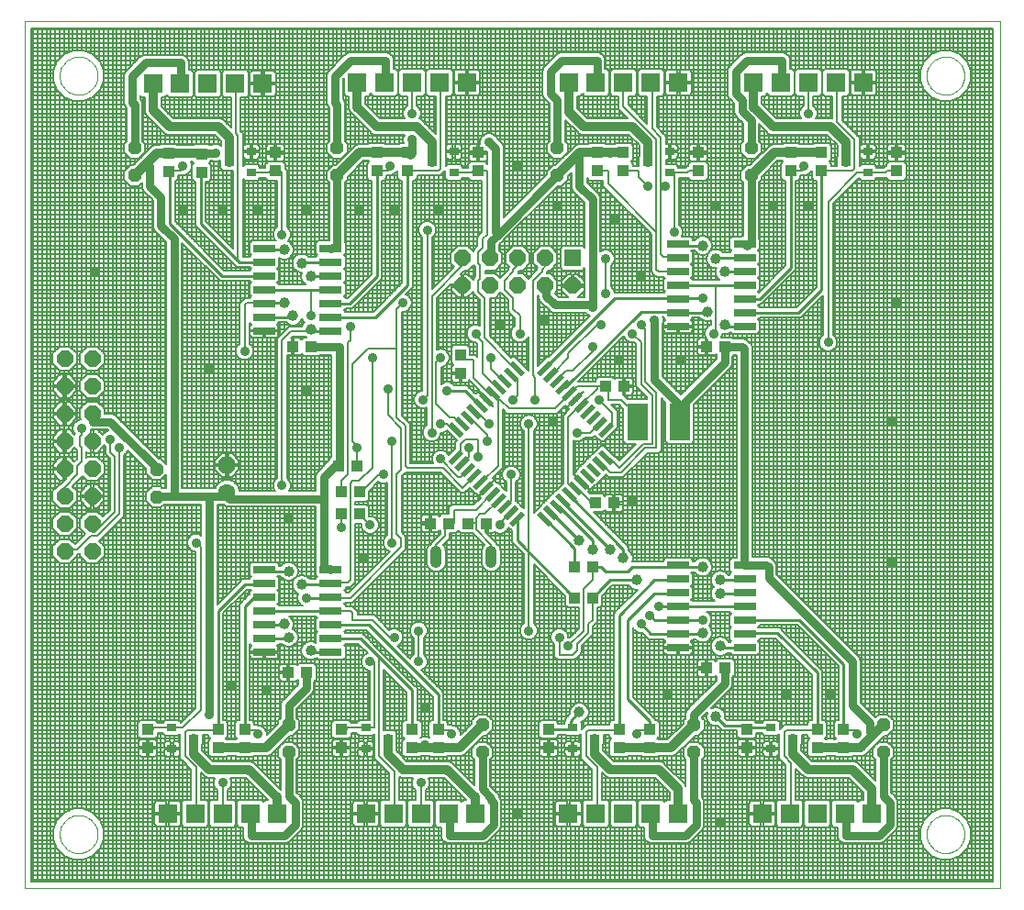
<source format=gtl>
G75*
G70*
%OFA0B0*%
%FSLAX24Y24*%
%IPPOS*%
%LPD*%
%AMOC8*
5,1,8,0,0,1.08239X$1,22.5*
%
%ADD10C,0.0000*%
%ADD11OC8,0.0600*%
%ADD12R,0.0394X0.0433*%
%ADD13C,0.0400*%
%ADD14R,0.0433X0.0394*%
%ADD15R,0.0709X0.0709*%
%ADD16R,0.0591X0.0197*%
%ADD17R,0.0197X0.0591*%
%ADD18R,0.0600X0.0600*%
%ADD19R,0.0748X0.1339*%
%ADD20R,0.0800X0.0260*%
%ADD21OC8,0.0480*%
%ADD22OC8,0.0630*%
%ADD23C,0.0630*%
%ADD24R,0.0350X0.0310*%
%ADD25C,0.0080*%
%ADD26C,0.0357*%
%ADD27C,0.0320*%
%ADD28C,0.0300*%
%ADD29C,0.0397*%
%ADD30C,0.0100*%
D10*
X001140Y001640D02*
X001140Y033136D01*
X036573Y033136D01*
X036573Y001640D01*
X001140Y001640D01*
X002420Y003609D02*
X002422Y003661D01*
X002428Y003713D01*
X002438Y003764D01*
X002451Y003814D01*
X002469Y003864D01*
X002490Y003911D01*
X002514Y003957D01*
X002543Y004001D01*
X002574Y004043D01*
X002608Y004082D01*
X002645Y004119D01*
X002685Y004152D01*
X002728Y004183D01*
X002772Y004210D01*
X002818Y004234D01*
X002867Y004254D01*
X002916Y004270D01*
X002967Y004283D01*
X003018Y004292D01*
X003070Y004297D01*
X003122Y004298D01*
X003174Y004295D01*
X003226Y004288D01*
X003277Y004277D01*
X003327Y004263D01*
X003376Y004244D01*
X003423Y004222D01*
X003468Y004197D01*
X003512Y004168D01*
X003553Y004136D01*
X003592Y004101D01*
X003627Y004063D01*
X003660Y004022D01*
X003690Y003980D01*
X003716Y003935D01*
X003739Y003888D01*
X003758Y003839D01*
X003774Y003789D01*
X003786Y003739D01*
X003794Y003687D01*
X003798Y003635D01*
X003798Y003583D01*
X003794Y003531D01*
X003786Y003479D01*
X003774Y003429D01*
X003758Y003379D01*
X003739Y003330D01*
X003716Y003283D01*
X003690Y003238D01*
X003660Y003196D01*
X003627Y003155D01*
X003592Y003117D01*
X003553Y003082D01*
X003512Y003050D01*
X003468Y003021D01*
X003423Y002996D01*
X003376Y002974D01*
X003327Y002955D01*
X003277Y002941D01*
X003226Y002930D01*
X003174Y002923D01*
X003122Y002920D01*
X003070Y002921D01*
X003018Y002926D01*
X002967Y002935D01*
X002916Y002948D01*
X002867Y002964D01*
X002818Y002984D01*
X002772Y003008D01*
X002728Y003035D01*
X002685Y003066D01*
X002645Y003099D01*
X002608Y003136D01*
X002574Y003175D01*
X002543Y003217D01*
X002514Y003261D01*
X002490Y003307D01*
X002469Y003354D01*
X002451Y003404D01*
X002438Y003454D01*
X002428Y003505D01*
X002422Y003557D01*
X002420Y003609D01*
X002420Y031168D02*
X002422Y031220D01*
X002428Y031272D01*
X002438Y031323D01*
X002451Y031373D01*
X002469Y031423D01*
X002490Y031470D01*
X002514Y031516D01*
X002543Y031560D01*
X002574Y031602D01*
X002608Y031641D01*
X002645Y031678D01*
X002685Y031711D01*
X002728Y031742D01*
X002772Y031769D01*
X002818Y031793D01*
X002867Y031813D01*
X002916Y031829D01*
X002967Y031842D01*
X003018Y031851D01*
X003070Y031856D01*
X003122Y031857D01*
X003174Y031854D01*
X003226Y031847D01*
X003277Y031836D01*
X003327Y031822D01*
X003376Y031803D01*
X003423Y031781D01*
X003468Y031756D01*
X003512Y031727D01*
X003553Y031695D01*
X003592Y031660D01*
X003627Y031622D01*
X003660Y031581D01*
X003690Y031539D01*
X003716Y031494D01*
X003739Y031447D01*
X003758Y031398D01*
X003774Y031348D01*
X003786Y031298D01*
X003794Y031246D01*
X003798Y031194D01*
X003798Y031142D01*
X003794Y031090D01*
X003786Y031038D01*
X003774Y030988D01*
X003758Y030938D01*
X003739Y030889D01*
X003716Y030842D01*
X003690Y030797D01*
X003660Y030755D01*
X003627Y030714D01*
X003592Y030676D01*
X003553Y030641D01*
X003512Y030609D01*
X003468Y030580D01*
X003423Y030555D01*
X003376Y030533D01*
X003327Y030514D01*
X003277Y030500D01*
X003226Y030489D01*
X003174Y030482D01*
X003122Y030479D01*
X003070Y030480D01*
X003018Y030485D01*
X002967Y030494D01*
X002916Y030507D01*
X002867Y030523D01*
X002818Y030543D01*
X002772Y030567D01*
X002728Y030594D01*
X002685Y030625D01*
X002645Y030658D01*
X002608Y030695D01*
X002574Y030734D01*
X002543Y030776D01*
X002514Y030820D01*
X002490Y030866D01*
X002469Y030913D01*
X002451Y030963D01*
X002438Y031013D01*
X002428Y031064D01*
X002422Y031116D01*
X002420Y031168D01*
X033916Y031168D02*
X033918Y031220D01*
X033924Y031272D01*
X033934Y031323D01*
X033947Y031373D01*
X033965Y031423D01*
X033986Y031470D01*
X034010Y031516D01*
X034039Y031560D01*
X034070Y031602D01*
X034104Y031641D01*
X034141Y031678D01*
X034181Y031711D01*
X034224Y031742D01*
X034268Y031769D01*
X034314Y031793D01*
X034363Y031813D01*
X034412Y031829D01*
X034463Y031842D01*
X034514Y031851D01*
X034566Y031856D01*
X034618Y031857D01*
X034670Y031854D01*
X034722Y031847D01*
X034773Y031836D01*
X034823Y031822D01*
X034872Y031803D01*
X034919Y031781D01*
X034964Y031756D01*
X035008Y031727D01*
X035049Y031695D01*
X035088Y031660D01*
X035123Y031622D01*
X035156Y031581D01*
X035186Y031539D01*
X035212Y031494D01*
X035235Y031447D01*
X035254Y031398D01*
X035270Y031348D01*
X035282Y031298D01*
X035290Y031246D01*
X035294Y031194D01*
X035294Y031142D01*
X035290Y031090D01*
X035282Y031038D01*
X035270Y030988D01*
X035254Y030938D01*
X035235Y030889D01*
X035212Y030842D01*
X035186Y030797D01*
X035156Y030755D01*
X035123Y030714D01*
X035088Y030676D01*
X035049Y030641D01*
X035008Y030609D01*
X034964Y030580D01*
X034919Y030555D01*
X034872Y030533D01*
X034823Y030514D01*
X034773Y030500D01*
X034722Y030489D01*
X034670Y030482D01*
X034618Y030479D01*
X034566Y030480D01*
X034514Y030485D01*
X034463Y030494D01*
X034412Y030507D01*
X034363Y030523D01*
X034314Y030543D01*
X034268Y030567D01*
X034224Y030594D01*
X034181Y030625D01*
X034141Y030658D01*
X034104Y030695D01*
X034070Y030734D01*
X034039Y030776D01*
X034010Y030820D01*
X033986Y030866D01*
X033965Y030913D01*
X033947Y030963D01*
X033934Y031013D01*
X033924Y031064D01*
X033918Y031116D01*
X033916Y031168D01*
X033916Y003609D02*
X033918Y003661D01*
X033924Y003713D01*
X033934Y003764D01*
X033947Y003814D01*
X033965Y003864D01*
X033986Y003911D01*
X034010Y003957D01*
X034039Y004001D01*
X034070Y004043D01*
X034104Y004082D01*
X034141Y004119D01*
X034181Y004152D01*
X034224Y004183D01*
X034268Y004210D01*
X034314Y004234D01*
X034363Y004254D01*
X034412Y004270D01*
X034463Y004283D01*
X034514Y004292D01*
X034566Y004297D01*
X034618Y004298D01*
X034670Y004295D01*
X034722Y004288D01*
X034773Y004277D01*
X034823Y004263D01*
X034872Y004244D01*
X034919Y004222D01*
X034964Y004197D01*
X035008Y004168D01*
X035049Y004136D01*
X035088Y004101D01*
X035123Y004063D01*
X035156Y004022D01*
X035186Y003980D01*
X035212Y003935D01*
X035235Y003888D01*
X035254Y003839D01*
X035270Y003789D01*
X035282Y003739D01*
X035290Y003687D01*
X035294Y003635D01*
X035294Y003583D01*
X035290Y003531D01*
X035282Y003479D01*
X035270Y003429D01*
X035254Y003379D01*
X035235Y003330D01*
X035212Y003283D01*
X035186Y003238D01*
X035156Y003196D01*
X035123Y003155D01*
X035088Y003117D01*
X035049Y003082D01*
X035008Y003050D01*
X034964Y003021D01*
X034919Y002996D01*
X034872Y002974D01*
X034823Y002955D01*
X034773Y002941D01*
X034722Y002930D01*
X034670Y002923D01*
X034618Y002920D01*
X034566Y002921D01*
X034514Y002926D01*
X034463Y002935D01*
X034412Y002948D01*
X034363Y002964D01*
X034314Y002984D01*
X034268Y003008D01*
X034224Y003035D01*
X034181Y003066D01*
X034141Y003099D01*
X034104Y003136D01*
X034070Y003175D01*
X034039Y003217D01*
X034010Y003261D01*
X033986Y003307D01*
X033965Y003354D01*
X033947Y003404D01*
X033934Y003454D01*
X033924Y003505D01*
X033918Y003557D01*
X033916Y003609D01*
D11*
X021060Y023540D03*
X020060Y023540D03*
X019060Y023540D03*
X019060Y024540D03*
X020060Y024540D03*
X018060Y024540D03*
X018060Y023540D03*
X017060Y023540D03*
X017060Y024540D03*
X003609Y020888D03*
X003609Y019888D03*
X003609Y018888D03*
X003609Y017888D03*
X003609Y016888D03*
X003609Y015888D03*
X003609Y014888D03*
X003609Y013888D03*
X002609Y013888D03*
X002609Y014888D03*
X002609Y015888D03*
X002609Y016888D03*
X002609Y017888D03*
X002609Y018888D03*
X002609Y019888D03*
X002609Y020888D03*
D12*
X012565Y016980D03*
X013235Y016980D03*
X013315Y016040D03*
X012645Y016040D03*
X012645Y015240D03*
X013315Y015240D03*
X016980Y020345D03*
X016980Y021015D03*
X021125Y013320D03*
X021795Y013320D03*
X021795Y012200D03*
X021125Y012200D03*
D13*
X018100Y013480D02*
X018100Y013880D01*
X016100Y013880D02*
X016100Y013480D01*
D14*
X015885Y014900D03*
X016555Y014900D03*
X017265Y014880D03*
X017935Y014880D03*
X021885Y015640D03*
X022555Y015640D03*
X022245Y019880D03*
X022915Y019880D03*
X025925Y021320D03*
X026595Y021320D03*
X025620Y027705D03*
X025620Y028375D03*
X022900Y028375D03*
X022900Y027705D03*
X021940Y027705D03*
X021940Y028375D03*
X017620Y028375D03*
X017620Y027705D03*
X015060Y027705D03*
X015060Y028375D03*
X013940Y028375D03*
X013940Y027705D03*
X010260Y027705D03*
X010260Y028375D03*
X007580Y028335D03*
X007580Y027665D03*
X006380Y027685D03*
X006380Y028355D03*
X010885Y021320D03*
X011555Y021320D03*
X011395Y009480D03*
X010725Y009480D03*
X009140Y007415D03*
X009140Y006745D03*
X008180Y006745D03*
X008180Y007415D03*
X005620Y007415D03*
X005620Y006745D03*
X012660Y006745D03*
X012660Y007415D03*
X015220Y007415D03*
X015220Y006745D03*
X016180Y006745D03*
X016180Y007415D03*
X020180Y007415D03*
X020180Y006745D03*
X022740Y006745D03*
X022740Y007415D03*
X023860Y007415D03*
X023860Y006745D03*
X027380Y006745D03*
X027380Y007415D03*
X026595Y009640D03*
X025925Y009640D03*
X029940Y007415D03*
X029940Y006745D03*
X030900Y006745D03*
X030900Y007415D03*
X030100Y027705D03*
X030100Y028375D03*
X028980Y028375D03*
X028980Y027705D03*
X032820Y027705D03*
X032820Y028375D03*
D15*
X031620Y030920D03*
X030620Y030920D03*
X029620Y030920D03*
X028620Y030920D03*
X027636Y030920D03*
X024900Y030920D03*
X023900Y030920D03*
X022900Y030920D03*
X021900Y030920D03*
X020916Y030920D03*
X017220Y030920D03*
X016220Y030920D03*
X015220Y030920D03*
X014220Y030920D03*
X013236Y030920D03*
X009800Y030880D03*
X008800Y030880D03*
X007800Y030880D03*
X006800Y030880D03*
X005816Y030880D03*
X006340Y004360D03*
X007340Y004360D03*
X008340Y004360D03*
X009340Y004360D03*
X010324Y004360D03*
X013540Y004360D03*
X014540Y004360D03*
X015540Y004360D03*
X016540Y004360D03*
X017524Y004360D03*
X020900Y004360D03*
X021900Y004360D03*
X022900Y004360D03*
X023900Y004360D03*
X024884Y004360D03*
X027940Y004360D03*
X028940Y004360D03*
X029940Y004360D03*
X030940Y004360D03*
X031924Y004360D03*
D16*
G36*
X019316Y015211D02*
X018900Y014795D01*
X018762Y014933D01*
X019178Y015349D01*
X019316Y015211D01*
G37*
G36*
X019093Y015434D02*
X018677Y015018D01*
X018539Y015156D01*
X018955Y015572D01*
X019093Y015434D01*
G37*
G36*
X018870Y015656D02*
X018454Y015240D01*
X018316Y015378D01*
X018732Y015794D01*
X018870Y015656D01*
G37*
G36*
X018648Y015879D02*
X018232Y015463D01*
X018094Y015601D01*
X018510Y016017D01*
X018648Y015879D01*
G37*
G36*
X018425Y016102D02*
X018009Y015686D01*
X017871Y015824D01*
X018287Y016240D01*
X018425Y016102D01*
G37*
G36*
X018202Y016324D02*
X017786Y015908D01*
X017648Y016046D01*
X018064Y016462D01*
X018202Y016324D01*
G37*
G36*
X017980Y016547D02*
X017564Y016131D01*
X017426Y016269D01*
X017842Y016685D01*
X017980Y016547D01*
G37*
G36*
X017757Y016770D02*
X017341Y016354D01*
X017203Y016492D01*
X017619Y016908D01*
X017757Y016770D01*
G37*
G36*
X017534Y016992D02*
X017118Y016576D01*
X016980Y016714D01*
X017396Y017130D01*
X017534Y016992D01*
G37*
G36*
X017312Y017215D02*
X016896Y016799D01*
X016758Y016937D01*
X017174Y017353D01*
X017312Y017215D01*
G37*
G36*
X017089Y017438D02*
X016673Y017022D01*
X016535Y017160D01*
X016951Y017576D01*
X017089Y017438D01*
G37*
G36*
X020764Y020222D02*
X020348Y019806D01*
X020210Y019944D01*
X020626Y020360D01*
X020764Y020222D01*
G37*
G36*
X020986Y019999D02*
X020570Y019583D01*
X020432Y019721D01*
X020848Y020137D01*
X020986Y019999D01*
G37*
G36*
X021209Y019776D02*
X020793Y019360D01*
X020655Y019498D01*
X021071Y019914D01*
X021209Y019776D01*
G37*
G36*
X021432Y019554D02*
X021016Y019138D01*
X020878Y019276D01*
X021294Y019692D01*
X021432Y019554D01*
G37*
G36*
X021654Y019331D02*
X021238Y018915D01*
X021100Y019053D01*
X021516Y019469D01*
X021654Y019331D01*
G37*
G36*
X021877Y019108D02*
X021461Y018692D01*
X021323Y018830D01*
X021739Y019246D01*
X021877Y019108D01*
G37*
G36*
X022100Y018886D02*
X021684Y018470D01*
X021546Y018608D01*
X021962Y019024D01*
X022100Y018886D01*
G37*
G36*
X022322Y018663D02*
X021906Y018247D01*
X021768Y018385D01*
X022184Y018801D01*
X022322Y018663D01*
G37*
G36*
X022545Y018440D02*
X022129Y018024D01*
X021991Y018162D01*
X022407Y018578D01*
X022545Y018440D01*
G37*
G36*
X020541Y020444D02*
X020125Y020028D01*
X019987Y020166D01*
X020403Y020582D01*
X020541Y020444D01*
G37*
G36*
X020318Y020667D02*
X019902Y020251D01*
X019764Y020389D01*
X020180Y020805D01*
X020318Y020667D01*
G37*
D17*
G36*
X019316Y020389D02*
X019178Y020251D01*
X018762Y020667D01*
X018900Y020805D01*
X019316Y020389D01*
G37*
G36*
X019093Y020166D02*
X018955Y020028D01*
X018539Y020444D01*
X018677Y020582D01*
X019093Y020166D01*
G37*
G36*
X018870Y019944D02*
X018732Y019806D01*
X018316Y020222D01*
X018454Y020360D01*
X018870Y019944D01*
G37*
G36*
X018648Y019721D02*
X018510Y019583D01*
X018094Y019999D01*
X018232Y020137D01*
X018648Y019721D01*
G37*
G36*
X018425Y019498D02*
X018287Y019360D01*
X017871Y019776D01*
X018009Y019914D01*
X018425Y019498D01*
G37*
G36*
X018202Y019276D02*
X018064Y019138D01*
X017648Y019554D01*
X017786Y019692D01*
X018202Y019276D01*
G37*
G36*
X017980Y019053D02*
X017842Y018915D01*
X017426Y019331D01*
X017564Y019469D01*
X017980Y019053D01*
G37*
G36*
X017757Y018830D02*
X017619Y018692D01*
X017203Y019108D01*
X017341Y019246D01*
X017757Y018830D01*
G37*
G36*
X017534Y018608D02*
X017396Y018470D01*
X016980Y018886D01*
X017118Y019024D01*
X017534Y018608D01*
G37*
G36*
X017312Y018385D02*
X017174Y018247D01*
X016758Y018663D01*
X016896Y018801D01*
X017312Y018385D01*
G37*
G36*
X017089Y018162D02*
X016951Y018024D01*
X016535Y018440D01*
X016673Y018578D01*
X017089Y018162D01*
G37*
G36*
X020541Y015156D02*
X020403Y015018D01*
X019987Y015434D01*
X020125Y015572D01*
X020541Y015156D01*
G37*
G36*
X020764Y015378D02*
X020626Y015240D01*
X020210Y015656D01*
X020348Y015794D01*
X020764Y015378D01*
G37*
G36*
X020986Y015601D02*
X020848Y015463D01*
X020432Y015879D01*
X020570Y016017D01*
X020986Y015601D01*
G37*
G36*
X021209Y015824D02*
X021071Y015686D01*
X020655Y016102D01*
X020793Y016240D01*
X021209Y015824D01*
G37*
G36*
X021432Y016046D02*
X021294Y015908D01*
X020878Y016324D01*
X021016Y016462D01*
X021432Y016046D01*
G37*
G36*
X021654Y016269D02*
X021516Y016131D01*
X021100Y016547D01*
X021238Y016685D01*
X021654Y016269D01*
G37*
G36*
X021877Y016492D02*
X021739Y016354D01*
X021323Y016770D01*
X021461Y016908D01*
X021877Y016492D01*
G37*
G36*
X022100Y016714D02*
X021962Y016576D01*
X021546Y016992D01*
X021684Y017130D01*
X022100Y016714D01*
G37*
G36*
X022322Y016937D02*
X022184Y016799D01*
X021768Y017215D01*
X021906Y017353D01*
X022322Y016937D01*
G37*
G36*
X022545Y017160D02*
X022407Y017022D01*
X021991Y017438D01*
X022129Y017576D01*
X022545Y017160D01*
G37*
G36*
X020318Y014933D02*
X020180Y014795D01*
X019764Y015211D01*
X019902Y015349D01*
X020318Y014933D01*
G37*
D18*
X021060Y024540D03*
D19*
X023412Y018600D03*
X024948Y018600D03*
D20*
X024890Y022060D03*
X024890Y022560D03*
X024890Y023060D03*
X024890Y023560D03*
X024890Y024060D03*
X024890Y024560D03*
X024890Y025060D03*
X027310Y025060D03*
X027310Y024560D03*
X027310Y024060D03*
X027310Y023560D03*
X027310Y023060D03*
X027310Y022560D03*
X027310Y022060D03*
X027310Y013380D03*
X027310Y012880D03*
X027310Y012380D03*
X027310Y011880D03*
X027310Y011380D03*
X027310Y010880D03*
X027310Y010380D03*
X024890Y010380D03*
X024890Y010880D03*
X024890Y011380D03*
X024890Y011880D03*
X024890Y012380D03*
X024890Y012880D03*
X024890Y013380D03*
X012270Y013220D03*
X012270Y012720D03*
X012270Y012220D03*
X012270Y011720D03*
X012270Y011220D03*
X012270Y010720D03*
X012270Y010220D03*
X009850Y010220D03*
X009850Y010720D03*
X009850Y011220D03*
X009850Y011720D03*
X009850Y012220D03*
X009850Y012720D03*
X009850Y013220D03*
X009850Y021900D03*
X009850Y022400D03*
X009850Y022900D03*
X009850Y023400D03*
X009850Y023900D03*
X009850Y024400D03*
X009850Y024900D03*
X012270Y024900D03*
X012270Y024400D03*
X012270Y023900D03*
X012270Y023400D03*
X012270Y022900D03*
X012270Y022400D03*
X012270Y021900D03*
D21*
X005940Y016860D03*
X005940Y015860D03*
X010740Y007580D03*
X010740Y006580D03*
X017780Y006580D03*
X017780Y007580D03*
X025460Y007580D03*
X025460Y006580D03*
X032340Y006580D03*
X032340Y007580D03*
X027540Y027540D03*
X027540Y028540D03*
X020500Y028540D03*
X020500Y027540D03*
X012500Y027540D03*
X012500Y028540D03*
X005140Y028540D03*
X005140Y027540D03*
D22*
X008500Y017020D03*
D23*
X008500Y016020D03*
D24*
X006500Y007470D03*
X006500Y006710D03*
X007300Y007090D03*
X013540Y006710D03*
X013540Y007470D03*
X014340Y007090D03*
X021060Y006710D03*
X021060Y007470D03*
X021860Y007090D03*
X028260Y006710D03*
X028260Y007470D03*
X029060Y007090D03*
X031780Y027650D03*
X031780Y028410D03*
X030980Y028030D03*
X024580Y027650D03*
X024580Y028410D03*
X023780Y028030D03*
X016740Y027650D03*
X016740Y028410D03*
X015940Y028030D03*
X009380Y027650D03*
X009380Y028410D03*
X008580Y028030D03*
D25*
X008508Y027735D02*
X008520Y027730D01*
X008640Y027730D01*
X008652Y027735D01*
X008720Y027735D01*
X008720Y024889D01*
X007730Y025879D01*
X007730Y027329D01*
X007855Y027329D01*
X007937Y027411D01*
X007937Y027920D01*
X007857Y028000D01*
X007927Y028070D01*
X007967Y028070D01*
X008037Y028041D01*
X008163Y028041D01*
X008265Y028083D01*
X008265Y027817D01*
X008347Y027735D01*
X008508Y027735D01*
X008500Y027735D02*
X008500Y025109D01*
X008449Y025160D02*
X008720Y025160D01*
X008720Y025320D02*
X008289Y025320D01*
X008340Y025269D02*
X008340Y027742D01*
X008265Y027880D02*
X007937Y027880D01*
X007860Y027997D02*
X007860Y028003D01*
X007897Y028040D02*
X008265Y028040D01*
X008180Y028048D02*
X008180Y025429D01*
X008129Y025480D02*
X008720Y025480D01*
X008720Y025640D02*
X007969Y025640D01*
X008020Y025589D02*
X008020Y028048D01*
X007937Y027720D02*
X008720Y027720D01*
X008660Y027735D02*
X008660Y024949D01*
X008609Y025000D02*
X008720Y025000D01*
X009080Y025000D02*
X009310Y025000D01*
X009310Y025088D02*
X009310Y024712D01*
X009372Y024650D01*
X009312Y024590D01*
X009080Y024590D01*
X009080Y027422D01*
X009147Y027355D01*
X009613Y027355D01*
X009695Y027437D01*
X009695Y027460D01*
X009903Y027460D01*
X009903Y027451D01*
X009985Y027369D01*
X010320Y027369D01*
X010320Y025670D01*
X010319Y025670D01*
X010230Y025581D01*
X010181Y025463D01*
X010181Y025337D01*
X010230Y025219D01*
X010279Y025170D01*
X009392Y025170D01*
X009310Y025088D01*
X009382Y025160D02*
X009080Y025160D01*
X009080Y025320D02*
X010188Y025320D01*
X010260Y025189D02*
X010260Y025170D01*
X010100Y025170D02*
X010100Y027369D01*
X009954Y027400D02*
X009658Y027400D01*
X009620Y027362D02*
X009620Y025170D01*
X009460Y025170D02*
X009460Y027355D01*
X009300Y027355D02*
X009300Y024590D01*
X009342Y024680D02*
X009080Y024680D01*
X009140Y024590D02*
X009140Y027362D01*
X009102Y027400D02*
X009080Y027400D01*
X009080Y027240D02*
X010320Y027240D01*
X010260Y027369D02*
X010260Y025611D01*
X010289Y025640D02*
X009080Y025640D01*
X009080Y025480D02*
X010188Y025480D01*
X010500Y025400D02*
X010500Y027640D01*
X010420Y027720D01*
X010260Y027720D01*
X010260Y027705D01*
X010260Y027720D02*
X010100Y027720D01*
X010020Y027640D01*
X009380Y027640D01*
X009380Y027650D01*
X009300Y027945D02*
X009300Y028135D01*
X009342Y028135D02*
X009189Y028135D01*
X009159Y028143D01*
X009131Y028159D01*
X009109Y028181D01*
X009093Y028209D01*
X009085Y028239D01*
X009085Y028372D01*
X009342Y028372D01*
X009418Y028372D01*
X009418Y028448D01*
X009342Y028448D01*
X009342Y028685D01*
X009189Y028685D01*
X009159Y028677D01*
X009131Y028661D01*
X009109Y028639D01*
X009093Y028611D01*
X009085Y028581D01*
X009085Y028448D01*
X009342Y028448D01*
X009342Y028372D01*
X009342Y028135D01*
X009342Y028200D02*
X009418Y028200D01*
X009418Y028135D02*
X009571Y028135D01*
X009601Y028143D01*
X009629Y028159D01*
X009651Y028181D01*
X009667Y028209D01*
X009675Y028239D01*
X009675Y028372D01*
X009418Y028372D01*
X009418Y028135D01*
X009460Y028135D02*
X009460Y027945D01*
X009613Y027945D02*
X009147Y027945D01*
X009080Y027878D01*
X009080Y029075D01*
X009000Y029155D01*
X009000Y030386D01*
X009212Y030386D01*
X009294Y030468D01*
X009294Y031292D01*
X009212Y031374D01*
X008388Y031374D01*
X008306Y031292D01*
X008306Y030468D01*
X008388Y030386D01*
X008640Y030386D01*
X008640Y029284D01*
X008350Y029574D01*
X008240Y029620D01*
X006544Y029620D01*
X006116Y030049D01*
X006116Y030386D01*
X006228Y030386D01*
X006308Y030465D01*
X006388Y030386D01*
X007212Y030386D01*
X007294Y030468D01*
X007294Y031292D01*
X007212Y031374D01*
X007110Y031374D01*
X007110Y031698D01*
X007066Y031804D01*
X006984Y031886D01*
X006878Y031930D01*
X005482Y031930D01*
X005376Y031886D01*
X005294Y031804D01*
X004814Y031324D01*
X004770Y031218D01*
X004770Y030142D01*
X004814Y030036D01*
X004850Y030000D01*
X004850Y028787D01*
X004760Y028697D01*
X004760Y028383D01*
X004983Y028160D01*
X005297Y028160D01*
X005520Y028383D01*
X005520Y028697D01*
X005430Y028787D01*
X005430Y030178D01*
X005386Y030284D01*
X005350Y030320D01*
X005350Y030439D01*
X005403Y030386D01*
X005516Y030386D01*
X005516Y029865D01*
X005561Y029754D01*
X006166Y029150D01*
X006250Y029066D01*
X006360Y029020D01*
X008056Y029020D01*
X008280Y028796D01*
X008280Y028630D01*
X008163Y028679D01*
X008037Y028679D01*
X007967Y028650D01*
X007876Y028650D01*
X007855Y028671D01*
X007305Y028671D01*
X007289Y028655D01*
X006691Y028655D01*
X006655Y028691D01*
X006105Y028691D01*
X006069Y028655D01*
X005895Y028655D01*
X005785Y028609D01*
X005420Y028244D01*
X005096Y027920D01*
X004983Y027920D01*
X004760Y027697D01*
X004760Y027383D01*
X004983Y027160D01*
X005297Y027160D01*
X005410Y027273D01*
X005410Y027102D01*
X005454Y026996D01*
X005810Y026640D01*
X005810Y025662D01*
X005854Y025556D01*
X006290Y025120D01*
X006290Y017047D01*
X006097Y017240D01*
X006030Y017240D01*
X004424Y018846D01*
X004318Y018890D01*
X004049Y018890D01*
X004049Y019070D01*
X003791Y019328D01*
X003426Y019328D01*
X003169Y019070D01*
X003169Y018706D01*
X003196Y018679D01*
X003157Y018679D01*
X003039Y018630D01*
X002950Y018541D01*
X002901Y018423D01*
X002901Y018297D01*
X002950Y018179D01*
X002987Y018142D01*
X002968Y018123D01*
X002782Y018308D01*
X002649Y018308D01*
X002649Y017928D01*
X002569Y017928D01*
X002569Y018308D01*
X002435Y018308D01*
X002189Y018062D01*
X002189Y017928D01*
X002568Y017928D01*
X002568Y017848D01*
X002189Y017848D01*
X002189Y017714D01*
X002435Y017468D01*
X002569Y017468D01*
X002569Y017848D01*
X002649Y017848D01*
X002649Y017468D01*
X002782Y017468D01*
X002960Y017646D01*
X002960Y017645D01*
X003040Y017565D01*
X003040Y017235D01*
X002985Y017180D01*
X002948Y017143D01*
X002782Y017308D01*
X002649Y017308D01*
X002649Y016928D01*
X002569Y016928D01*
X002569Y017308D01*
X002435Y017308D01*
X002189Y017062D01*
X002189Y016928D01*
X002568Y016928D01*
X002568Y016848D01*
X002189Y016848D01*
X002189Y016714D01*
X002435Y016468D01*
X002569Y016468D01*
X002569Y016848D01*
X002649Y016848D01*
X002649Y016523D01*
X002505Y016380D01*
X002453Y016328D01*
X002426Y016328D01*
X002169Y016070D01*
X002169Y015706D01*
X002426Y015448D01*
X002791Y015448D01*
X003049Y015706D01*
X003049Y016070D01*
X002877Y016242D01*
X003240Y016605D01*
X003240Y016634D01*
X003426Y016448D01*
X003791Y016448D01*
X004049Y016706D01*
X004049Y017070D01*
X003791Y017328D01*
X003426Y017328D01*
X003400Y017302D01*
X003400Y017503D01*
X003435Y017468D01*
X003569Y017468D01*
X003569Y017848D01*
X003649Y017848D01*
X003649Y017468D01*
X003782Y017468D01*
X004029Y017714D01*
X004029Y017741D01*
X004079Y017690D01*
X004080Y017690D01*
X004080Y017405D01*
X004240Y017245D01*
X004240Y015395D01*
X003982Y015137D01*
X003791Y015328D01*
X003426Y015328D01*
X003169Y015070D01*
X003169Y014706D01*
X003360Y014514D01*
X002985Y014140D01*
X002979Y014140D01*
X002791Y014328D01*
X002426Y014328D01*
X002169Y014070D01*
X002169Y013706D01*
X002426Y013448D01*
X002791Y013448D01*
X003049Y013706D01*
X003049Y013780D01*
X003135Y013780D01*
X003169Y013814D01*
X003169Y013706D01*
X003426Y013448D01*
X003791Y013448D01*
X004049Y013706D01*
X004049Y014070D01*
X003857Y014262D01*
X004655Y015060D01*
X004760Y015165D01*
X004760Y017370D01*
X004761Y017370D01*
X004850Y017459D01*
X004891Y017559D01*
X005560Y016890D01*
X005560Y016703D01*
X005783Y016480D01*
X006097Y016480D01*
X006290Y016673D01*
X006290Y016170D01*
X006167Y016170D01*
X006097Y016240D01*
X005783Y016240D01*
X005560Y016017D01*
X005560Y015703D01*
X005783Y015480D01*
X006097Y015480D01*
X006207Y015590D01*
X007570Y015590D01*
X007570Y014461D01*
X007561Y014470D01*
X007443Y014519D01*
X007317Y014519D01*
X007199Y014470D01*
X007110Y014381D01*
X007061Y014263D01*
X007061Y014137D01*
X007110Y014019D01*
X007199Y013930D01*
X007317Y013881D01*
X007360Y013881D01*
X007360Y008195D01*
X006825Y007660D01*
X006815Y007660D01*
X006815Y007683D01*
X006733Y007765D01*
X006267Y007765D01*
X006185Y007683D01*
X006185Y007660D01*
X005977Y007660D01*
X005977Y007669D01*
X005895Y007751D01*
X005345Y007751D01*
X005263Y007669D01*
X005263Y007160D01*
X005345Y007078D01*
X005895Y007078D01*
X005977Y007160D01*
X005977Y007300D01*
X006185Y007300D01*
X006185Y007257D01*
X006267Y007175D01*
X006733Y007175D01*
X006800Y007242D01*
X006800Y006365D01*
X006905Y006260D01*
X007200Y005965D01*
X007200Y004854D01*
X006928Y004854D01*
X006846Y004772D01*
X006846Y003948D01*
X006928Y003866D01*
X007752Y003866D01*
X007834Y003948D01*
X007834Y004772D01*
X007752Y004854D01*
X007560Y004854D01*
X007560Y005836D01*
X007690Y005706D01*
X007800Y005660D01*
X008070Y005660D01*
X008021Y005543D01*
X008021Y005417D01*
X008070Y005299D01*
X008159Y005210D01*
X008160Y005210D01*
X008160Y004854D01*
X007928Y004854D01*
X007846Y004772D01*
X007846Y003948D01*
X007928Y003866D01*
X008752Y003866D01*
X008834Y003948D01*
X008834Y004772D01*
X008752Y004854D01*
X008520Y004854D01*
X008520Y005210D01*
X008521Y005210D01*
X008610Y005299D01*
X008659Y005417D01*
X008659Y005543D01*
X008610Y005660D01*
X009176Y005660D01*
X009981Y004854D01*
X009912Y004854D01*
X009832Y004775D01*
X009752Y004854D01*
X008928Y004854D01*
X008846Y004772D01*
X008846Y003948D01*
X008928Y003866D01*
X009090Y003866D01*
X009090Y003502D01*
X009134Y003396D01*
X009216Y003314D01*
X009322Y003270D01*
X010638Y003270D01*
X010744Y003314D01*
X010826Y003396D01*
X011226Y003796D01*
X011270Y003902D01*
X011270Y004818D01*
X011226Y004924D01*
X011144Y005006D01*
X011030Y005120D01*
X011030Y006333D01*
X011120Y006423D01*
X011120Y006737D01*
X010897Y006960D01*
X010583Y006960D01*
X010360Y006737D01*
X010360Y006423D01*
X010450Y006333D01*
X010450Y005234D01*
X009470Y006214D01*
X009360Y006260D01*
X007984Y006260D01*
X007600Y006644D01*
X007600Y006862D01*
X007615Y006877D01*
X007615Y007220D01*
X007823Y007220D01*
X007823Y007160D01*
X007903Y007080D01*
X007615Y007080D01*
X007615Y006920D02*
X007823Y006920D01*
X007823Y007000D02*
X007823Y006491D01*
X007905Y006409D01*
X008455Y006409D01*
X008491Y006445D01*
X008829Y006445D01*
X008865Y006409D01*
X009415Y006409D01*
X009451Y006445D01*
X009965Y006445D01*
X010075Y006491D01*
X010784Y007200D01*
X010897Y007200D01*
X011120Y007423D01*
X011120Y007737D01*
X011030Y007827D01*
X011030Y008160D01*
X011626Y008756D01*
X011670Y008862D01*
X011670Y009144D01*
X011751Y009225D01*
X011751Y009735D01*
X011669Y009817D01*
X011120Y009817D01*
X011044Y009740D01*
X011038Y009751D01*
X011016Y009773D01*
X010988Y009789D01*
X010958Y009797D01*
X010765Y009797D01*
X010765Y009520D01*
X010685Y009520D01*
X010685Y009440D01*
X010389Y009440D01*
X010389Y009267D01*
X010397Y009237D01*
X010413Y009209D01*
X010435Y009187D01*
X010463Y009171D01*
X010493Y009163D01*
X010685Y009163D01*
X010685Y009440D01*
X010765Y009440D01*
X010765Y009163D01*
X010958Y009163D01*
X010988Y009171D01*
X011016Y009187D01*
X011038Y009209D01*
X011044Y009220D01*
X011090Y009173D01*
X011090Y009040D01*
X010576Y008526D01*
X010494Y008444D01*
X010450Y008338D01*
X010450Y007827D01*
X010360Y007737D01*
X010360Y007624D01*
X009939Y007203D01*
X009939Y007303D01*
X009890Y007421D01*
X009801Y007510D01*
X009683Y007559D01*
X009636Y007559D01*
X009615Y007580D01*
X009497Y007580D01*
X009497Y007669D01*
X009415Y007751D01*
X009330Y007751D01*
X009330Y010512D01*
X009389Y010453D01*
X009376Y010446D01*
X009354Y010424D01*
X009338Y010396D01*
X009330Y010366D01*
X009330Y010245D01*
X009825Y010245D01*
X009825Y010195D01*
X009875Y010195D01*
X009875Y010245D01*
X010370Y010245D01*
X010370Y010366D01*
X010362Y010396D01*
X010346Y010424D01*
X010324Y010446D01*
X010311Y010453D01*
X010388Y010530D01*
X010491Y010530D01*
X010548Y010473D01*
X010673Y010422D01*
X010807Y010422D01*
X010932Y010473D01*
X011027Y010568D01*
X011078Y010693D01*
X011078Y010827D01*
X011027Y010952D01*
X010932Y011047D01*
X010876Y011070D01*
X010918Y011173D01*
X010918Y011307D01*
X010867Y011432D01*
X010772Y011527D01*
X010764Y011530D01*
X011732Y011530D01*
X011792Y011470D01*
X011730Y011408D01*
X011730Y011032D01*
X011792Y010970D01*
X011730Y010908D01*
X011730Y010568D01*
X011607Y010618D01*
X011473Y010618D01*
X011348Y010567D01*
X011253Y010472D01*
X011202Y010347D01*
X011202Y010213D01*
X011253Y010088D01*
X011348Y009993D01*
X011473Y009942D01*
X011607Y009942D01*
X011732Y009993D01*
X011750Y010012D01*
X011812Y009950D01*
X012728Y009950D01*
X012810Y010032D01*
X012810Y010408D01*
X012748Y010470D01*
X012808Y010530D01*
X013261Y010530D01*
X013605Y010186D01*
X013519Y010150D01*
X013430Y010061D01*
X013381Y009943D01*
X013381Y009817D01*
X013430Y009699D01*
X013519Y009610D01*
X013637Y009561D01*
X013680Y009561D01*
X013680Y007765D01*
X013307Y007765D01*
X013225Y007683D01*
X013225Y007660D01*
X013017Y007660D01*
X013017Y007669D01*
X012935Y007751D01*
X012385Y007751D01*
X012303Y007669D01*
X012303Y007160D01*
X012385Y007078D01*
X012935Y007078D01*
X013017Y007160D01*
X013017Y007300D01*
X013225Y007300D01*
X013225Y007257D01*
X013307Y007175D01*
X013773Y007175D01*
X013840Y007242D01*
X013840Y006365D01*
X013945Y006260D01*
X014400Y005805D01*
X014400Y004854D01*
X014128Y004854D01*
X014046Y004772D01*
X014046Y003948D01*
X014128Y003866D01*
X014952Y003866D01*
X015034Y003948D01*
X015034Y004772D01*
X014952Y004854D01*
X014760Y004854D01*
X014760Y005693D01*
X014840Y005660D01*
X015270Y005660D01*
X015221Y005543D01*
X015221Y005417D01*
X015270Y005299D01*
X015359Y005210D01*
X015360Y005210D01*
X015360Y004854D01*
X015128Y004854D01*
X015046Y004772D01*
X015046Y003948D01*
X015128Y003866D01*
X015952Y003866D01*
X016034Y003948D01*
X016034Y004772D01*
X015952Y004854D01*
X015720Y004854D01*
X015720Y005210D01*
X015721Y005210D01*
X015810Y005299D01*
X015859Y005417D01*
X015859Y005543D01*
X015810Y005660D01*
X016376Y005660D01*
X017181Y004854D01*
X017112Y004854D01*
X017032Y004775D01*
X016952Y004854D01*
X016128Y004854D01*
X016046Y004772D01*
X016046Y003948D01*
X016128Y003866D01*
X016290Y003866D01*
X016290Y003502D01*
X016334Y003396D01*
X016416Y003314D01*
X016522Y003270D01*
X017838Y003270D01*
X017944Y003314D01*
X018026Y003396D01*
X018426Y003796D01*
X018470Y003902D01*
X018470Y004818D01*
X018426Y004924D01*
X018390Y004960D01*
X018390Y004978D01*
X018346Y005084D01*
X018264Y005166D01*
X018070Y005360D01*
X018070Y006333D01*
X018160Y006423D01*
X018160Y006737D01*
X017937Y006960D01*
X017623Y006960D01*
X017400Y006737D01*
X017400Y006423D01*
X017490Y006333D01*
X017490Y005394D01*
X016754Y006130D01*
X016670Y006214D01*
X016560Y006260D01*
X015024Y006260D01*
X014640Y006644D01*
X014640Y006862D01*
X014655Y006877D01*
X014655Y007303D01*
X014573Y007385D01*
X014412Y007385D01*
X014400Y007390D01*
X014280Y007390D01*
X014268Y007385D01*
X014200Y007385D01*
X014200Y009591D01*
X015030Y008761D01*
X015030Y007751D01*
X014945Y007751D01*
X014863Y007669D01*
X014863Y007160D01*
X014943Y007080D01*
X014655Y007080D01*
X014655Y006920D02*
X014863Y006920D01*
X014863Y007000D02*
X014863Y006491D01*
X014945Y006409D01*
X015495Y006409D01*
X015531Y006445D01*
X015869Y006445D01*
X015905Y006409D01*
X016455Y006409D01*
X016491Y006445D01*
X017005Y006445D01*
X017115Y006491D01*
X017824Y007200D01*
X017937Y007200D01*
X018160Y007423D01*
X018160Y007737D01*
X017937Y007960D01*
X017623Y007960D01*
X017400Y007737D01*
X017400Y007624D01*
X016979Y007203D01*
X016979Y007303D01*
X016930Y007421D01*
X016841Y007510D01*
X016723Y007559D01*
X016676Y007559D01*
X016655Y007580D01*
X016537Y007580D01*
X016537Y007669D01*
X016455Y007751D01*
X016370Y007751D01*
X016370Y008759D01*
X016259Y008870D01*
X015555Y009574D01*
X015641Y009610D01*
X015730Y009699D01*
X015779Y009817D01*
X015779Y009943D01*
X015730Y010061D01*
X015641Y010150D01*
X015640Y010150D01*
X015640Y010730D01*
X015641Y010730D01*
X015730Y010819D01*
X015779Y010937D01*
X015779Y011063D01*
X015730Y011181D01*
X015641Y011270D01*
X015523Y011319D01*
X015397Y011319D01*
X015279Y011270D01*
X015190Y011181D01*
X015141Y011063D01*
X015141Y010937D01*
X015190Y010819D01*
X015279Y010730D01*
X015280Y010730D01*
X015280Y010150D01*
X015279Y010150D01*
X015190Y010061D01*
X015154Y009975D01*
X014675Y010454D01*
X014761Y010490D01*
X014850Y010579D01*
X014899Y010697D01*
X014899Y010823D01*
X014850Y010941D01*
X014761Y011030D01*
X014643Y011079D01*
X014517Y011079D01*
X014403Y011032D01*
X013960Y011475D01*
X013855Y011580D01*
X013240Y011580D01*
X013240Y011715D01*
X013160Y011795D01*
X013055Y011900D01*
X012810Y011900D01*
X012810Y011908D01*
X012748Y011970D01*
X012798Y012020D01*
X013055Y012020D01*
X013160Y012125D01*
X015000Y013965D01*
X015000Y014435D01*
X014895Y014540D01*
X014840Y014595D01*
X014840Y016605D01*
X014980Y016745D01*
X014985Y016740D01*
X016265Y016740D01*
X016880Y016125D01*
X016985Y016020D01*
X017135Y016020D01*
X017305Y016190D01*
X017505Y015990D01*
X017541Y015990D01*
X017551Y015972D01*
X017625Y015898D01*
X017912Y016185D01*
X017925Y016172D01*
X017638Y015885D01*
X017704Y015819D01*
X017465Y015580D01*
X016665Y015580D01*
X016560Y015475D01*
X016560Y015237D01*
X016280Y015237D01*
X016204Y015160D01*
X016198Y015171D01*
X016176Y015193D01*
X016148Y015209D01*
X016118Y015217D01*
X015925Y015217D01*
X015925Y014940D01*
X015845Y014940D01*
X015845Y014860D01*
X015549Y014860D01*
X015549Y014687D01*
X015557Y014657D01*
X015573Y014629D01*
X015595Y014607D01*
X015623Y014591D01*
X015653Y014583D01*
X015845Y014583D01*
X015845Y014860D01*
X015925Y014860D01*
X015925Y014583D01*
X016118Y014583D01*
X016148Y014591D01*
X016176Y014607D01*
X016198Y014629D01*
X016204Y014640D01*
X016240Y014603D01*
X016240Y014515D01*
X016025Y014300D01*
X015920Y014195D01*
X015920Y014173D01*
X015907Y014168D01*
X015812Y014073D01*
X015760Y013948D01*
X015760Y013412D01*
X015812Y013287D01*
X015907Y013192D01*
X016032Y013140D01*
X016168Y013140D01*
X016293Y013192D01*
X016388Y013287D01*
X016440Y013412D01*
X016440Y013948D01*
X016388Y014073D01*
X016348Y014113D01*
X016600Y014365D01*
X016600Y014563D01*
X016829Y014563D01*
X016909Y014643D01*
X016909Y014625D01*
X016991Y014543D01*
X017422Y014543D01*
X017852Y014113D01*
X017812Y014073D01*
X017760Y013948D01*
X017760Y013412D01*
X017812Y013287D01*
X017907Y013192D01*
X018032Y013140D01*
X018168Y013140D01*
X018293Y013192D01*
X018388Y013287D01*
X018440Y013412D01*
X018440Y013948D01*
X018388Y014073D01*
X018293Y014168D01*
X018280Y014173D01*
X018280Y014195D01*
X018175Y014300D01*
X017895Y014580D01*
X017895Y014840D01*
X017975Y014840D01*
X017975Y014563D01*
X018167Y014563D01*
X018197Y014571D01*
X018223Y014586D01*
X018239Y014570D01*
X018357Y014521D01*
X018483Y014521D01*
X018601Y014570D01*
X018690Y014659D01*
X018733Y014762D01*
X018842Y014653D01*
X018849Y014653D01*
X018849Y014208D01*
X019280Y013777D01*
X019280Y011270D01*
X019279Y011270D01*
X019190Y011181D01*
X019141Y011063D01*
X019141Y010937D01*
X019190Y010819D01*
X019279Y010730D01*
X019397Y010681D01*
X019523Y010681D01*
X019641Y010730D01*
X019730Y010819D01*
X019779Y010937D01*
X019779Y011063D01*
X019730Y011181D01*
X019641Y011270D01*
X019640Y011270D01*
X019640Y013417D01*
X020789Y012268D01*
X020789Y011925D01*
X020871Y011843D01*
X021280Y011843D01*
X021280Y011075D01*
X020964Y010759D01*
X020963Y010759D01*
X020899Y010759D01*
X020899Y010823D01*
X020850Y010941D01*
X020761Y011030D01*
X020643Y011079D01*
X020517Y011079D01*
X020399Y011030D01*
X020310Y010941D01*
X020261Y010823D01*
X020261Y010697D01*
X020310Y010579D01*
X020399Y010490D01*
X020400Y010490D01*
X020400Y010045D01*
X020505Y009940D01*
X021135Y009940D01*
X021240Y010045D01*
X021400Y010205D01*
X021400Y010445D01*
X021800Y010845D01*
X021800Y011165D01*
X021960Y011325D01*
X021960Y011843D01*
X022049Y011843D01*
X022131Y011925D01*
X022131Y012268D01*
X022290Y012427D01*
X022290Y012441D01*
X022499Y012650D01*
X023092Y012650D01*
X023093Y012648D01*
X023188Y012553D01*
X023313Y012502D01*
X023413Y012502D01*
X022661Y011750D01*
X022550Y011639D01*
X022550Y007751D01*
X022465Y007751D01*
X022383Y007669D01*
X022383Y007580D01*
X021545Y007580D01*
X021440Y007475D01*
X021375Y007410D01*
X021375Y007683D01*
X021356Y007702D01*
X021367Y007702D01*
X021492Y007753D01*
X021587Y007848D01*
X021638Y007973D01*
X021638Y008107D01*
X021587Y008232D01*
X021492Y008327D01*
X021367Y008378D01*
X021233Y008378D01*
X021108Y008327D01*
X021013Y008232D01*
X020962Y008107D01*
X020962Y007973D01*
X020962Y007971D01*
X020901Y007910D01*
X020790Y007799D01*
X020790Y007728D01*
X020745Y007683D01*
X020745Y007605D01*
X020537Y007605D01*
X020537Y007669D01*
X020455Y007751D01*
X019905Y007751D01*
X019823Y007669D01*
X019823Y007160D01*
X019905Y007078D01*
X020455Y007078D01*
X020537Y007160D01*
X020537Y007225D01*
X020777Y007225D01*
X020827Y007175D01*
X021293Y007175D01*
X021360Y007242D01*
X021360Y006365D01*
X021465Y006260D01*
X021760Y005965D01*
X021760Y004854D01*
X021488Y004854D01*
X021406Y004772D01*
X021406Y003948D01*
X021488Y003866D01*
X022312Y003866D01*
X022394Y003948D01*
X022394Y004772D01*
X022312Y004854D01*
X022120Y004854D01*
X022120Y005836D01*
X022250Y005706D01*
X022360Y005660D01*
X024056Y005660D01*
X024584Y005131D01*
X024584Y004854D01*
X024472Y004854D01*
X024392Y004775D01*
X024312Y004854D01*
X023488Y004854D01*
X023406Y004772D01*
X023406Y003948D01*
X023488Y003866D01*
X023650Y003866D01*
X023650Y003502D01*
X023694Y003396D01*
X023776Y003314D01*
X023882Y003270D01*
X025198Y003270D01*
X025304Y003314D01*
X025386Y003396D01*
X025786Y003796D01*
X025830Y003902D01*
X025830Y004818D01*
X025786Y004924D01*
X025750Y004960D01*
X025750Y006333D01*
X025840Y006423D01*
X025840Y006737D01*
X025617Y006960D01*
X025303Y006960D01*
X025080Y006737D01*
X025080Y006423D01*
X025170Y006333D01*
X025170Y005350D01*
X025139Y005426D01*
X024434Y006130D01*
X024350Y006214D01*
X024240Y006260D01*
X022544Y006260D01*
X022160Y006644D01*
X022160Y006862D01*
X022175Y006877D01*
X022175Y007220D01*
X022383Y007220D01*
X022383Y007160D01*
X022463Y007080D01*
X022175Y007080D01*
X022175Y006920D02*
X022383Y006920D01*
X022383Y007000D02*
X022383Y006491D01*
X022465Y006409D01*
X023015Y006409D01*
X023051Y006445D01*
X023549Y006445D01*
X023585Y006409D01*
X024135Y006409D01*
X024171Y006445D01*
X024685Y006445D01*
X024795Y006491D01*
X025504Y007200D01*
X025617Y007200D01*
X025840Y007423D01*
X025840Y007737D01*
X025750Y007827D01*
X025750Y007840D01*
X025967Y008057D01*
X025922Y007947D01*
X025922Y007813D01*
X025973Y007688D01*
X026068Y007593D01*
X026193Y007542D01*
X026327Y007542D01*
X026329Y007542D01*
X026390Y007481D01*
X026501Y007370D01*
X027023Y007370D01*
X027023Y007160D01*
X027105Y007078D01*
X027655Y007078D01*
X027737Y007160D01*
X027737Y007280D01*
X027945Y007280D01*
X027945Y007257D01*
X028027Y007175D01*
X028493Y007175D01*
X028560Y007242D01*
X028560Y006365D01*
X028665Y006260D01*
X028800Y006125D01*
X028800Y004854D01*
X028528Y004854D01*
X028446Y004772D01*
X028446Y003948D01*
X028528Y003866D01*
X029352Y003866D01*
X029434Y003948D01*
X029434Y004772D01*
X029352Y004854D01*
X029160Y004854D01*
X029160Y005996D01*
X029366Y005790D01*
X029450Y005706D01*
X029560Y005660D01*
X031096Y005660D01*
X031624Y005131D01*
X031624Y004854D01*
X031512Y004854D01*
X031432Y004775D01*
X031352Y004854D01*
X030528Y004854D01*
X030446Y004772D01*
X030446Y003948D01*
X030528Y003866D01*
X030690Y003866D01*
X030690Y003502D01*
X030734Y003396D01*
X030816Y003314D01*
X030922Y003270D01*
X032238Y003270D01*
X032344Y003314D01*
X032426Y003396D01*
X032826Y003796D01*
X032870Y003902D01*
X032870Y004818D01*
X032826Y004924D01*
X032744Y005006D01*
X032630Y005120D01*
X032630Y006333D01*
X032720Y006423D01*
X032720Y006737D01*
X032497Y006960D01*
X032183Y006960D01*
X031960Y006737D01*
X031960Y006423D01*
X032050Y006333D01*
X032050Y005554D01*
X031474Y006130D01*
X031390Y006214D01*
X031280Y006260D01*
X029744Y006260D01*
X029360Y006644D01*
X029360Y006862D01*
X029375Y006877D01*
X029375Y007220D01*
X029583Y007220D01*
X029583Y007160D01*
X029663Y007080D01*
X029375Y007080D01*
X029375Y006920D02*
X029583Y006920D01*
X029583Y007000D02*
X029583Y006491D01*
X029665Y006409D01*
X030215Y006409D01*
X030251Y006445D01*
X030347Y006445D01*
X030357Y006441D01*
X030483Y006441D01*
X030493Y006445D01*
X030589Y006445D01*
X030625Y006409D01*
X031175Y006409D01*
X031211Y006445D01*
X031565Y006445D01*
X031675Y006491D01*
X032140Y006956D01*
X032384Y007200D01*
X032497Y007200D01*
X032720Y007423D01*
X032720Y007737D01*
X032497Y007960D01*
X032183Y007960D01*
X032066Y007844D01*
X031510Y008400D01*
X031510Y009938D01*
X031466Y010044D01*
X028470Y013040D01*
X028470Y013378D01*
X028426Y013484D01*
X028346Y013564D01*
X028264Y013646D01*
X028158Y013690D01*
X027590Y013690D01*
X027590Y021298D01*
X027546Y021404D01*
X027466Y021484D01*
X027384Y021566D01*
X027278Y021610D01*
X026916Y021610D01*
X026869Y021657D01*
X026466Y021657D01*
X026499Y021737D01*
X026499Y021787D01*
X026513Y021782D01*
X026647Y021782D01*
X026772Y021833D01*
X026790Y021852D01*
X026852Y021790D01*
X027768Y021790D01*
X027850Y021872D01*
X027850Y022248D01*
X027788Y022310D01*
X027848Y022370D01*
X029339Y022370D01*
X030160Y023191D01*
X030160Y021750D01*
X030159Y021750D01*
X030070Y021661D01*
X030021Y021543D01*
X030021Y021417D01*
X030070Y021299D01*
X030159Y021210D01*
X030277Y021161D01*
X030403Y021161D01*
X030521Y021210D01*
X030610Y021299D01*
X030659Y021417D01*
X030659Y021543D01*
X030610Y021661D01*
X030521Y021750D01*
X030520Y021750D01*
X030520Y026525D01*
X031455Y027460D01*
X031465Y027460D01*
X031465Y027437D01*
X031547Y027355D01*
X032013Y027355D01*
X032095Y027437D01*
X032095Y027460D01*
X032463Y027460D01*
X032463Y027451D01*
X032545Y027369D01*
X033095Y027369D01*
X033177Y027451D01*
X033177Y027960D01*
X033095Y028042D01*
X032545Y028042D01*
X032463Y027960D01*
X032463Y027900D01*
X032425Y027900D01*
X032345Y027820D01*
X032095Y027820D01*
X032095Y027863D01*
X032013Y027945D01*
X031547Y027945D01*
X031480Y027878D01*
X031480Y028915D01*
X031375Y029020D01*
X030840Y029555D01*
X030840Y030426D01*
X031032Y030426D01*
X031114Y030508D01*
X031114Y031332D01*
X031032Y031414D01*
X030208Y031414D01*
X030126Y031332D01*
X030126Y030508D01*
X030208Y030426D01*
X030480Y030426D01*
X030480Y029620D01*
X030480Y029620D01*
X029890Y029620D01*
X029939Y029737D01*
X029939Y029863D01*
X029890Y029981D01*
X029801Y030070D01*
X029800Y030070D01*
X029800Y030426D01*
X030032Y030426D01*
X030114Y030508D01*
X030114Y031332D01*
X030032Y031414D01*
X029208Y031414D01*
X029126Y031332D01*
X029126Y030508D01*
X029208Y030426D01*
X029440Y030426D01*
X029440Y030070D01*
X029439Y030070D01*
X029350Y029981D01*
X029301Y029863D01*
X029301Y029737D01*
X029350Y029620D01*
X028464Y029620D01*
X027936Y030149D01*
X027936Y030426D01*
X028048Y030426D01*
X028128Y030505D01*
X028208Y030426D01*
X029032Y030426D01*
X029114Y030508D01*
X029114Y031332D01*
X029032Y031414D01*
X028950Y031414D01*
X028950Y031778D01*
X028906Y031884D01*
X028824Y031966D01*
X028718Y032010D01*
X027322Y032010D01*
X027216Y031966D01*
X027134Y031884D01*
X026734Y031484D01*
X026690Y031378D01*
X026690Y030462D01*
X026734Y030356D01*
X026816Y030274D01*
X026930Y030160D01*
X026930Y029822D01*
X026974Y029716D01*
X027056Y029634D01*
X027250Y029440D01*
X027250Y028787D01*
X027160Y028697D01*
X027160Y028383D01*
X027383Y028160D01*
X027697Y028160D01*
X027920Y028383D01*
X027920Y028697D01*
X027830Y028787D01*
X027830Y029406D01*
X028086Y029150D01*
X028170Y029066D01*
X028280Y029020D01*
X030296Y029020D01*
X030680Y028636D01*
X030680Y028258D01*
X030665Y028243D01*
X030665Y027900D01*
X030457Y027900D01*
X030457Y027960D01*
X030377Y028040D01*
X030665Y028040D01*
X030665Y028200D02*
X030457Y028200D01*
X030457Y028120D02*
X030457Y028629D01*
X030375Y028711D01*
X029825Y028711D01*
X029789Y028675D01*
X029291Y028675D01*
X029255Y028711D01*
X028705Y028711D01*
X028669Y028675D01*
X028315Y028675D01*
X028205Y028629D01*
X027496Y027920D01*
X027383Y027920D01*
X027160Y027697D01*
X027160Y027383D01*
X027250Y027293D01*
X027250Y025346D01*
X027230Y025345D01*
X027201Y025330D01*
X026852Y025330D01*
X026770Y025248D01*
X026770Y024872D01*
X026832Y024810D01*
X026772Y024750D01*
X026509Y024750D01*
X026452Y024807D01*
X026327Y024858D01*
X026193Y024858D01*
X026068Y024807D01*
X025973Y024712D01*
X025922Y024587D01*
X025922Y024453D01*
X025973Y024328D01*
X026068Y024233D01*
X026193Y024182D01*
X026272Y024182D01*
X026242Y024107D01*
X026242Y023973D01*
X026293Y023848D01*
X026388Y023753D01*
X026396Y023750D01*
X025428Y023750D01*
X025368Y023810D01*
X025430Y023872D01*
X025430Y024248D01*
X025368Y024310D01*
X025430Y024372D01*
X025430Y024748D01*
X025368Y024810D01*
X025492Y024810D01*
X025493Y024808D01*
X025588Y024713D01*
X025713Y024662D01*
X025847Y024662D01*
X025972Y024713D01*
X026067Y024808D01*
X026118Y024933D01*
X026118Y025067D01*
X026067Y025192D01*
X025972Y025287D01*
X025847Y025338D01*
X025713Y025338D01*
X025588Y025287D01*
X025493Y025192D01*
X025492Y025190D01*
X025430Y025190D01*
X025430Y025248D01*
X025348Y025330D01*
X025023Y025330D01*
X025059Y025417D01*
X025059Y025543D01*
X025010Y025661D01*
X024921Y025750D01*
X024920Y025750D01*
X024920Y027460D01*
X025263Y027460D01*
X025263Y027451D01*
X025345Y027369D01*
X025895Y027369D01*
X025977Y027451D01*
X025977Y027960D01*
X025895Y028042D01*
X025345Y028042D01*
X025263Y027960D01*
X025263Y027900D01*
X025225Y027900D01*
X025145Y027820D01*
X024895Y027820D01*
X024895Y027863D01*
X024813Y027945D01*
X024440Y027945D01*
X024440Y028135D01*
X024542Y028135D01*
X024542Y028372D01*
X024618Y028372D01*
X024618Y028448D01*
X024542Y028448D01*
X024542Y028685D01*
X024440Y028685D01*
X024440Y028995D01*
X024335Y029100D01*
X024120Y029315D01*
X024120Y030426D01*
X024312Y030426D01*
X024394Y030508D01*
X024394Y031332D01*
X024312Y031414D01*
X023488Y031414D01*
X023406Y031332D01*
X023406Y030508D01*
X023488Y030426D01*
X023760Y030426D01*
X023760Y029435D01*
X023080Y030115D01*
X023080Y030426D01*
X023312Y030426D01*
X023394Y030508D01*
X023394Y031332D01*
X023312Y031414D01*
X022488Y031414D01*
X022406Y031332D01*
X022406Y030508D01*
X022488Y030426D01*
X022720Y030426D01*
X022720Y029965D01*
X023065Y029620D01*
X021584Y029620D01*
X021216Y029989D01*
X021216Y030426D01*
X021328Y030426D01*
X021408Y030505D01*
X021488Y030426D01*
X022312Y030426D01*
X022394Y030508D01*
X022394Y031332D01*
X022312Y031414D01*
X022230Y031414D01*
X022230Y031778D01*
X022186Y031884D01*
X022104Y031966D01*
X021998Y032010D01*
X020602Y032010D01*
X020496Y031966D01*
X020414Y031884D01*
X020014Y031484D01*
X019970Y031378D01*
X019970Y030462D01*
X020014Y030356D01*
X020096Y030274D01*
X020210Y030160D01*
X020210Y028787D01*
X020120Y028697D01*
X020120Y028383D01*
X020343Y028160D01*
X020657Y028160D01*
X020880Y028383D01*
X020880Y028697D01*
X020790Y028787D01*
X020790Y029566D01*
X021206Y029150D01*
X021290Y029066D01*
X021400Y029020D01*
X023096Y029020D01*
X023480Y028636D01*
X023480Y028258D01*
X023465Y028243D01*
X023465Y027900D01*
X023257Y027900D01*
X023257Y027960D01*
X023177Y028040D01*
X023465Y028040D01*
X023465Y028200D02*
X023257Y028200D01*
X023257Y028120D02*
X023257Y028629D01*
X023175Y028711D01*
X022625Y028711D01*
X022589Y028675D01*
X022493Y028675D01*
X022483Y028679D01*
X022357Y028679D01*
X022347Y028675D01*
X022251Y028675D01*
X022215Y028711D01*
X021665Y028711D01*
X021629Y028675D01*
X021255Y028675D01*
X021145Y028629D01*
X021050Y028534D01*
X020436Y027920D01*
X020343Y027920D01*
X020120Y027697D01*
X020120Y027590D01*
X018550Y026020D01*
X018550Y028578D01*
X018506Y028684D01*
X018319Y028871D01*
X018290Y028941D01*
X018201Y029030D01*
X018083Y029079D01*
X017957Y029079D01*
X017839Y029030D01*
X017750Y028941D01*
X017701Y028823D01*
X017701Y028697D01*
X017703Y028691D01*
X017660Y028691D01*
X017660Y028415D01*
X017580Y028415D01*
X017580Y028691D01*
X017388Y028691D01*
X017357Y028683D01*
X017330Y028668D01*
X017307Y028645D01*
X017292Y028618D01*
X017283Y028587D01*
X017283Y028415D01*
X017580Y028415D01*
X017580Y028335D01*
X017283Y028335D01*
X017283Y028162D01*
X017292Y028131D01*
X017307Y028104D01*
X017330Y028082D01*
X017357Y028066D01*
X017388Y028058D01*
X017580Y028058D01*
X017580Y028335D01*
X017660Y028335D01*
X017660Y028415D01*
X017955Y028415D01*
X017970Y028400D01*
X017970Y027967D01*
X017895Y028042D01*
X017345Y028042D01*
X017263Y027960D01*
X017263Y027820D01*
X017055Y027820D01*
X017055Y027863D01*
X016973Y027945D01*
X016507Y027945D01*
X016440Y027878D01*
X016440Y030426D01*
X016632Y030426D01*
X016714Y030508D01*
X016714Y031332D01*
X016632Y031414D01*
X015808Y031414D01*
X015726Y031332D01*
X015726Y030508D01*
X015808Y030426D01*
X016080Y030426D01*
X016080Y029044D01*
X015550Y029574D01*
X015476Y029605D01*
X015490Y029619D01*
X015539Y029737D01*
X015539Y029863D01*
X015490Y029981D01*
X015401Y030070D01*
X015400Y030070D01*
X015400Y030426D01*
X015632Y030426D01*
X015714Y030508D01*
X015714Y031332D01*
X015632Y031414D01*
X014808Y031414D01*
X014726Y031332D01*
X014726Y030508D01*
X014808Y030426D01*
X015040Y030426D01*
X015040Y030070D01*
X015039Y030070D01*
X014950Y029981D01*
X014901Y029863D01*
X014901Y029737D01*
X014950Y029620D01*
X014064Y029620D01*
X013536Y030149D01*
X013536Y030426D01*
X013648Y030426D01*
X013728Y030505D01*
X013808Y030426D01*
X014632Y030426D01*
X014714Y030508D01*
X014714Y031332D01*
X014632Y031414D01*
X014550Y031414D01*
X014550Y031778D01*
X014506Y031884D01*
X014424Y031966D01*
X014318Y032010D01*
X012922Y032010D01*
X012816Y031966D01*
X012734Y031884D01*
X012174Y031324D01*
X012130Y031218D01*
X012130Y030142D01*
X012174Y030036D01*
X012210Y030000D01*
X012210Y028787D01*
X012120Y028697D01*
X012120Y028383D01*
X012343Y028160D01*
X012657Y028160D01*
X012880Y028383D01*
X012880Y028697D01*
X012790Y028787D01*
X012790Y030178D01*
X012746Y030284D01*
X012710Y030320D01*
X012710Y031040D01*
X012741Y031071D01*
X012741Y030508D01*
X012823Y030426D01*
X012936Y030426D01*
X012936Y029965D01*
X012981Y029854D01*
X013686Y029150D01*
X013770Y029066D01*
X013880Y029020D01*
X014950Y029020D01*
X014901Y028903D01*
X014901Y028777D01*
X014928Y028711D01*
X014785Y028711D01*
X014749Y028675D01*
X014251Y028675D01*
X014215Y028711D01*
X013665Y028711D01*
X013629Y028675D01*
X013275Y028675D01*
X013165Y028629D01*
X012456Y027920D01*
X012343Y027920D01*
X012120Y027697D01*
X012120Y027383D01*
X012210Y027293D01*
X012210Y025184D01*
X012159Y025170D01*
X011812Y025170D01*
X011730Y025088D01*
X011730Y024712D01*
X011792Y024650D01*
X011732Y024590D01*
X011469Y024590D01*
X011412Y024647D01*
X011287Y024698D01*
X011153Y024698D01*
X011028Y024647D01*
X010933Y024552D01*
X010882Y024427D01*
X010882Y024293D01*
X010933Y024168D01*
X011028Y024073D01*
X011153Y024022D01*
X011232Y024022D01*
X011202Y023947D01*
X011202Y023813D01*
X011253Y023688D01*
X011348Y023593D01*
X011356Y023590D01*
X010388Y023590D01*
X010328Y023650D01*
X010390Y023712D01*
X010390Y024088D01*
X010328Y024150D01*
X010390Y024212D01*
X010390Y024552D01*
X010513Y024502D01*
X010647Y024502D01*
X010772Y024553D01*
X010867Y024648D01*
X010918Y024773D01*
X010918Y024907D01*
X010867Y025032D01*
X010772Y025127D01*
X010705Y025154D01*
X010770Y025219D01*
X010819Y025337D01*
X010819Y025463D01*
X010770Y025581D01*
X010681Y025670D01*
X010680Y025670D01*
X010680Y027715D01*
X010617Y027778D01*
X010617Y027960D01*
X010535Y028042D01*
X009985Y028042D01*
X009903Y027960D01*
X009903Y027820D01*
X009695Y027820D01*
X009695Y027863D01*
X009613Y027945D01*
X009620Y027938D02*
X009620Y028154D01*
X009662Y028200D02*
X009923Y028200D01*
X009923Y028162D02*
X009932Y028131D01*
X009947Y028104D01*
X009970Y028082D01*
X009997Y028066D01*
X010028Y028058D01*
X010220Y028058D01*
X010220Y028335D01*
X009923Y028335D01*
X009923Y028162D01*
X009940Y028117D02*
X009940Y027997D01*
X009983Y028040D02*
X009080Y028040D01*
X009140Y027938D02*
X009140Y028154D01*
X009098Y028200D02*
X009080Y028200D01*
X009080Y028360D02*
X009085Y028360D01*
X009140Y028372D02*
X009140Y028448D01*
X009085Y028520D02*
X009080Y028520D01*
X009140Y028666D02*
X009140Y030386D01*
X009267Y030440D02*
X009362Y030440D01*
X009372Y030430D02*
X009399Y030414D01*
X009430Y030406D01*
X009760Y030406D01*
X009760Y030840D01*
X009840Y030840D01*
X009840Y030920D01*
X010274Y030920D01*
X012130Y030920D01*
X012130Y031080D02*
X010274Y031080D01*
X010274Y031240D02*
X012139Y031240D01*
X012180Y031330D02*
X012180Y032896D01*
X012340Y032896D02*
X012340Y031490D01*
X012410Y031560D02*
X007110Y031560D01*
X007110Y031400D02*
X012250Y031400D01*
X012500Y031650D02*
X012500Y032896D01*
X012660Y032896D02*
X012660Y031810D01*
X012730Y031880D02*
X006990Y031880D01*
X006900Y031921D02*
X006900Y032896D01*
X006740Y032896D02*
X006740Y031930D01*
X006580Y031930D02*
X006580Y032896D01*
X006420Y032896D02*
X006420Y031930D01*
X006260Y031930D02*
X006260Y032896D01*
X006100Y032896D02*
X006100Y031930D01*
X005940Y031930D02*
X005940Y032896D01*
X005780Y032896D02*
X005780Y031930D01*
X005620Y031930D02*
X005620Y032896D01*
X005460Y032896D02*
X005460Y031921D01*
X005370Y031880D02*
X003710Y031880D01*
X003700Y031890D02*
X003700Y032896D01*
X003860Y032896D02*
X003860Y031730D01*
X003870Y031720D02*
X005210Y031720D01*
X005140Y031650D02*
X005140Y032896D01*
X005300Y032896D02*
X005300Y031810D01*
X005050Y031560D02*
X003951Y031560D01*
X003896Y031694D02*
X003635Y031955D01*
X003293Y032097D01*
X002924Y032097D01*
X002582Y031955D01*
X002321Y031694D01*
X002180Y031352D01*
X002180Y030983D01*
X002321Y030641D01*
X002582Y030380D01*
X002924Y030239D01*
X003293Y030239D01*
X003635Y030380D01*
X003896Y030641D01*
X004037Y030983D01*
X004037Y031352D01*
X003896Y031694D01*
X004018Y031400D02*
X004890Y031400D01*
X004820Y031330D02*
X004820Y032896D01*
X004980Y032896D02*
X004980Y031490D01*
X004779Y031240D02*
X004037Y031240D01*
X004020Y031395D02*
X004020Y032896D01*
X004180Y032896D02*
X004180Y018890D01*
X004049Y018920D02*
X006290Y018920D01*
X006290Y019080D02*
X004039Y019080D01*
X004020Y019099D02*
X004020Y019677D01*
X004049Y019706D02*
X003791Y019448D01*
X003426Y019448D01*
X003169Y019706D01*
X003169Y020070D01*
X003426Y020328D01*
X003791Y020328D01*
X004049Y020070D01*
X004049Y019706D01*
X004049Y019720D02*
X006290Y019720D01*
X006290Y019880D02*
X004049Y019880D01*
X004049Y020040D02*
X006290Y020040D01*
X006290Y020200D02*
X003919Y020200D01*
X003860Y020259D02*
X003860Y020517D01*
X003863Y020520D02*
X006290Y020520D01*
X006290Y020360D02*
X001380Y020360D01*
X001380Y020520D02*
X002354Y020520D01*
X002420Y020454D02*
X002420Y020293D01*
X002435Y020308D02*
X002189Y020062D01*
X002189Y019928D01*
X002568Y019928D01*
X002568Y019848D01*
X002189Y019848D01*
X002189Y019714D01*
X002435Y019468D01*
X002569Y019468D01*
X002569Y019848D01*
X002649Y019848D01*
X002649Y019928D01*
X003029Y019928D01*
X003029Y020062D01*
X002782Y020308D01*
X002649Y020308D01*
X002649Y019928D01*
X002569Y019928D01*
X002569Y020308D01*
X002435Y020308D01*
X002426Y020448D02*
X002791Y020448D01*
X003049Y020706D01*
X003049Y021070D01*
X002791Y021328D01*
X002426Y021328D01*
X002169Y021070D01*
X002169Y020706D01*
X002426Y020448D01*
X002580Y020448D02*
X002580Y019928D01*
X002568Y019880D02*
X001380Y019880D01*
X001380Y019720D02*
X002189Y019720D01*
X002260Y019643D02*
X002260Y019133D01*
X002207Y019080D02*
X001380Y019080D01*
X001380Y018920D02*
X002568Y018920D01*
X002568Y018928D02*
X002568Y018848D01*
X002189Y018848D01*
X002189Y018714D01*
X002435Y018468D01*
X002569Y018468D01*
X002569Y018848D01*
X002649Y018848D01*
X002649Y018928D01*
X003029Y018928D01*
X003029Y019062D01*
X002782Y019308D01*
X002649Y019308D01*
X002649Y018928D01*
X002569Y018928D01*
X002569Y019308D01*
X002435Y019308D01*
X002189Y019062D01*
X002189Y018928D01*
X002568Y018928D01*
X002580Y018928D02*
X002580Y019848D01*
X002649Y019848D02*
X002649Y019468D01*
X002782Y019468D01*
X003029Y019714D01*
X003029Y019848D01*
X002649Y019848D01*
X002649Y019880D02*
X003169Y019880D01*
X003169Y019720D02*
X003029Y019720D01*
X002900Y019848D02*
X002900Y019928D01*
X002740Y019928D02*
X002740Y019848D01*
X002649Y019720D02*
X002569Y019720D01*
X002569Y019560D02*
X002649Y019560D01*
X002740Y019468D02*
X002740Y019308D01*
X002649Y019240D02*
X002569Y019240D01*
X002420Y019293D02*
X002420Y019483D01*
X002343Y019560D02*
X001380Y019560D01*
X001380Y019400D02*
X006290Y019400D01*
X006290Y019240D02*
X003879Y019240D01*
X003860Y019259D02*
X003860Y019517D01*
X003903Y019560D02*
X006290Y019560D01*
X006870Y019560D02*
X010320Y019560D01*
X010320Y019720D02*
X006870Y019720D01*
X006870Y019880D02*
X010320Y019880D01*
X010320Y020040D02*
X006870Y020040D01*
X006870Y020200D02*
X010320Y020200D01*
X010320Y020360D02*
X006870Y020360D01*
X006870Y020520D02*
X010320Y020520D01*
X010320Y020680D02*
X006870Y020680D01*
X006870Y020840D02*
X010320Y020840D01*
X010320Y021000D02*
X009419Y021000D01*
X009410Y020979D02*
X009459Y021097D01*
X009459Y021223D01*
X009410Y021341D01*
X009321Y021430D01*
X009320Y021430D01*
X009320Y022202D01*
X009389Y022133D01*
X009376Y022126D01*
X009354Y022104D01*
X009338Y022076D01*
X009330Y022046D01*
X009330Y021925D01*
X009825Y021925D01*
X009825Y021875D01*
X009875Y021875D01*
X009875Y021925D01*
X010370Y021925D01*
X010370Y022046D01*
X010362Y022076D01*
X010346Y022104D01*
X010324Y022126D01*
X010311Y022133D01*
X010388Y022210D01*
X010651Y022210D01*
X010708Y022153D01*
X010833Y022102D01*
X010967Y022102D01*
X011092Y022153D01*
X011187Y022248D01*
X011231Y022354D01*
X011270Y022259D01*
X011315Y022214D01*
X011253Y022152D01*
X011215Y022060D01*
X010745Y022060D01*
X010640Y021955D01*
X010320Y021635D01*
X010320Y016550D01*
X010319Y016550D01*
X010230Y016461D01*
X010181Y016343D01*
X010181Y016217D01*
X010230Y016099D01*
X010239Y016090D01*
X008955Y016090D01*
X008955Y016111D01*
X008886Y016278D01*
X008758Y016406D01*
X008591Y016475D01*
X008409Y016475D01*
X008242Y016406D01*
X008114Y016278D01*
X008070Y016170D01*
X006870Y016170D01*
X006870Y025081D01*
X008241Y023710D01*
X008399Y023710D01*
X009312Y023710D01*
X009372Y023650D01*
X009310Y023588D01*
X009310Y023212D01*
X009372Y023150D01*
X009322Y023100D01*
X009145Y023100D01*
X009040Y022995D01*
X008960Y022915D01*
X008960Y021430D01*
X008959Y021430D01*
X008870Y021341D01*
X008821Y021223D01*
X008821Y021097D01*
X008870Y020979D01*
X008959Y020890D01*
X009077Y020841D01*
X009203Y020841D01*
X009321Y020890D01*
X009410Y020979D01*
X009300Y020881D02*
X009300Y016090D01*
X009140Y016090D02*
X009140Y020841D01*
X008980Y020881D02*
X008980Y016090D01*
X008918Y016200D02*
X010188Y016200D01*
X010100Y016090D02*
X010100Y021650D01*
X010260Y021650D02*
X010260Y016491D01*
X010289Y016520D02*
X006870Y016520D01*
X006870Y016680D02*
X008225Y016680D01*
X008180Y016725D02*
X008180Y016343D01*
X008197Y016360D02*
X006870Y016360D01*
X006870Y016200D02*
X008082Y016200D01*
X008020Y016170D02*
X008020Y023931D01*
X008071Y023880D02*
X006870Y023880D01*
X006870Y023720D02*
X008231Y023720D01*
X008180Y023771D02*
X008180Y017315D01*
X008185Y017320D02*
X006870Y017320D01*
X006870Y017480D02*
X010320Y017480D01*
X010320Y017320D02*
X008815Y017320D01*
X008820Y017315D02*
X008820Y023710D01*
X008660Y023710D02*
X008660Y017455D01*
X008680Y017455D02*
X008540Y017455D01*
X008540Y017060D01*
X008460Y017060D01*
X008460Y017455D01*
X008320Y017455D01*
X008065Y017200D01*
X008065Y017060D01*
X008460Y017060D01*
X008460Y016980D01*
X008065Y016980D01*
X008065Y016840D01*
X006870Y016840D01*
X006870Y017000D02*
X008460Y017000D01*
X008460Y016980D02*
X008540Y016980D01*
X008540Y017060D01*
X008935Y017060D01*
X008935Y017200D01*
X008680Y017455D01*
X008540Y017320D02*
X008460Y017320D01*
X008460Y017160D02*
X008540Y017160D01*
X008500Y017060D02*
X008500Y023710D01*
X008340Y023710D02*
X008340Y017455D01*
X008340Y017060D02*
X008340Y016980D01*
X008460Y016980D02*
X008460Y016585D01*
X008320Y016585D01*
X008065Y016840D01*
X008180Y016980D02*
X008180Y017060D01*
X008065Y017160D02*
X006870Y017160D01*
X006870Y017640D02*
X010320Y017640D01*
X010320Y017800D02*
X006870Y017800D01*
X006870Y017960D02*
X010320Y017960D01*
X010320Y018120D02*
X006870Y018120D01*
X006870Y018280D02*
X010320Y018280D01*
X010320Y018440D02*
X006870Y018440D01*
X006870Y018600D02*
X010320Y018600D01*
X010320Y018760D02*
X006870Y018760D01*
X006870Y018920D02*
X010320Y018920D01*
X010320Y019080D02*
X006870Y019080D01*
X006870Y019240D02*
X010320Y019240D01*
X010320Y019400D02*
X006870Y019400D01*
X006290Y018760D02*
X004510Y018760D01*
X004500Y018770D02*
X004500Y032896D01*
X004340Y032896D02*
X004340Y018881D01*
X004660Y018610D02*
X004660Y032896D01*
X003540Y032896D02*
X003540Y031994D01*
X003430Y032040D02*
X034283Y032040D01*
X034260Y032030D02*
X034260Y032896D01*
X034420Y032896D02*
X034420Y032097D01*
X034078Y031955D01*
X033817Y031694D01*
X033676Y031352D01*
X033676Y030983D01*
X033817Y030641D01*
X034078Y030380D01*
X034420Y030239D01*
X034420Y004537D01*
X034078Y004396D01*
X033817Y004135D01*
X033676Y003793D01*
X033676Y003424D01*
X033817Y003082D01*
X034078Y002821D01*
X034420Y002680D01*
X034420Y001880D01*
X034260Y001880D02*
X034260Y002746D01*
X034226Y002760D02*
X003488Y002760D01*
X003540Y002782D02*
X003540Y001880D01*
X003700Y001880D02*
X003700Y002886D01*
X003734Y002920D02*
X033979Y002920D01*
X033940Y002959D02*
X033940Y001880D01*
X034100Y001880D02*
X034100Y002812D01*
X034420Y002680D02*
X034789Y002680D01*
X035131Y002821D01*
X035392Y003082D01*
X035534Y003424D01*
X035534Y003793D01*
X035392Y004135D01*
X035131Y004396D01*
X034789Y004537D01*
X034420Y004537D01*
X034378Y004520D02*
X032870Y004520D01*
X032870Y004680D02*
X036333Y004680D01*
X036333Y004520D02*
X034832Y004520D01*
X034900Y004492D02*
X034900Y030284D01*
X034889Y030280D02*
X036333Y030280D01*
X036333Y030440D02*
X035191Y030440D01*
X035220Y030469D02*
X035220Y004307D01*
X035167Y004360D02*
X036333Y004360D01*
X036333Y004200D02*
X035327Y004200D01*
X035380Y004147D02*
X035380Y030629D01*
X035392Y030641D02*
X035534Y030983D01*
X035534Y031352D01*
X035392Y031694D01*
X035131Y031955D01*
X034789Y032097D01*
X034420Y032097D01*
X034580Y032097D02*
X034580Y032896D01*
X034740Y032896D02*
X034740Y032097D01*
X034900Y032051D02*
X034900Y032896D01*
X035060Y032896D02*
X035060Y031984D01*
X034926Y032040D02*
X036333Y032040D01*
X036333Y032200D02*
X001380Y032200D01*
X001380Y032040D02*
X002787Y032040D01*
X002740Y032020D02*
X002740Y032896D01*
X002900Y032896D02*
X002900Y032087D01*
X003060Y032097D02*
X003060Y032896D01*
X003220Y032896D02*
X003220Y032097D01*
X003380Y032061D02*
X003380Y032896D01*
X002580Y032896D02*
X002580Y031953D01*
X002507Y031880D02*
X001380Y031880D01*
X001380Y031720D02*
X002347Y031720D01*
X002420Y031793D02*
X002420Y032896D01*
X002260Y032896D02*
X002260Y031547D01*
X002266Y031560D02*
X001380Y031560D01*
X001380Y031400D02*
X002199Y031400D01*
X002180Y031240D02*
X001380Y031240D01*
X001380Y031080D02*
X002180Y031080D01*
X002206Y030920D02*
X001380Y030920D01*
X001380Y030760D02*
X002272Y030760D01*
X002260Y030788D02*
X002260Y021162D01*
X002258Y021160D02*
X001380Y021160D01*
X001380Y021000D02*
X002169Y021000D01*
X002169Y020840D02*
X001380Y020840D01*
X001380Y020680D02*
X002194Y020680D01*
X002260Y020614D02*
X002260Y020133D01*
X002327Y020200D02*
X001380Y020200D01*
X001380Y020040D02*
X002189Y020040D01*
X002260Y019928D02*
X002260Y019848D01*
X002420Y019848D02*
X002420Y019928D01*
X002569Y020040D02*
X002649Y020040D01*
X002649Y020200D02*
X002569Y020200D01*
X002740Y020308D02*
X002740Y020448D01*
X002863Y020520D02*
X003354Y020520D01*
X003380Y020494D02*
X003380Y020282D01*
X003298Y020200D02*
X002891Y020200D01*
X002900Y020191D02*
X002900Y020557D01*
X003023Y020680D02*
X003194Y020680D01*
X003169Y020706D02*
X003426Y020448D01*
X003791Y020448D01*
X004049Y020706D01*
X004049Y021070D01*
X003791Y021328D01*
X003426Y021328D01*
X003169Y021070D01*
X003169Y020706D01*
X003220Y020654D02*
X003220Y020122D01*
X003169Y020040D02*
X003029Y020040D01*
X003220Y019654D02*
X003220Y019122D01*
X003178Y019080D02*
X003011Y019080D01*
X002900Y019191D02*
X002900Y019586D01*
X002874Y019560D02*
X003314Y019560D01*
X003380Y019494D02*
X003380Y019282D01*
X003338Y019240D02*
X002851Y019240D01*
X002649Y019080D02*
X002569Y019080D01*
X002649Y018920D02*
X003169Y018920D01*
X003029Y018848D02*
X002649Y018848D01*
X002649Y018468D01*
X002782Y018468D01*
X003029Y018714D01*
X003029Y018848D01*
X003029Y018760D02*
X003169Y018760D01*
X003060Y018639D02*
X003060Y030239D01*
X003220Y030239D02*
X003220Y021122D01*
X003258Y021160D02*
X002959Y021160D01*
X002900Y021219D02*
X002900Y030248D01*
X002824Y030280D02*
X001380Y030280D01*
X001380Y030440D02*
X002522Y030440D01*
X002580Y030382D02*
X002580Y021328D01*
X002740Y021328D02*
X002740Y030315D01*
X002420Y030542D02*
X002420Y021322D01*
X002418Y021320D02*
X001380Y021320D01*
X001380Y021480D02*
X006290Y021480D01*
X006290Y021320D02*
X003799Y021320D01*
X003860Y021259D02*
X003860Y030605D01*
X003855Y030600D02*
X004770Y030600D01*
X004770Y030760D02*
X003945Y030760D01*
X004011Y030920D02*
X004770Y030920D01*
X004770Y031080D02*
X004037Y031080D01*
X004020Y030941D02*
X004020Y021099D01*
X003959Y021160D02*
X006290Y021160D01*
X006290Y021000D02*
X004049Y021000D01*
X004049Y020840D02*
X006290Y020840D01*
X006290Y020680D02*
X004023Y020680D01*
X004020Y020677D02*
X004020Y020099D01*
X003700Y020328D02*
X003700Y020448D01*
X003540Y020448D02*
X003540Y020328D01*
X003169Y020840D02*
X003049Y020840D01*
X003049Y021000D02*
X003169Y021000D01*
X003380Y021282D02*
X003380Y030274D01*
X003393Y030280D02*
X004770Y030280D01*
X004770Y030440D02*
X003695Y030440D01*
X003700Y030445D02*
X003700Y021328D01*
X003540Y021328D02*
X003540Y030341D01*
X002362Y030600D02*
X001380Y030600D01*
X001380Y030120D02*
X004779Y030120D01*
X004820Y030030D02*
X004820Y028757D01*
X004850Y028840D02*
X001380Y028840D01*
X001380Y029000D02*
X004850Y029000D01*
X004850Y029160D02*
X001380Y029160D01*
X001380Y029320D02*
X004850Y029320D01*
X004850Y029480D02*
X001380Y029480D01*
X001380Y029640D02*
X004850Y029640D01*
X004850Y029800D02*
X001380Y029800D01*
X001380Y029960D02*
X004850Y029960D01*
X005388Y030280D02*
X005516Y030280D01*
X005460Y030386D02*
X005460Y028757D01*
X005430Y028840D02*
X008236Y028840D01*
X008180Y028896D02*
X008180Y028672D01*
X008280Y028680D02*
X006666Y028680D01*
X006740Y028655D02*
X006740Y029020D01*
X006900Y029020D02*
X006900Y028655D01*
X007060Y028655D02*
X007060Y029020D01*
X007220Y029020D02*
X007220Y028655D01*
X007380Y028671D02*
X007380Y029020D01*
X007540Y029020D02*
X007540Y028671D01*
X007700Y028671D02*
X007700Y029020D01*
X007860Y029020D02*
X007860Y028666D01*
X008020Y028672D02*
X008020Y029020D01*
X008076Y029000D02*
X005430Y029000D01*
X005430Y029160D02*
X006156Y029160D01*
X006100Y029216D02*
X006100Y028686D01*
X006094Y028680D02*
X005520Y028680D01*
X005520Y028520D02*
X005696Y028520D01*
X005620Y028444D02*
X005620Y029696D01*
X005676Y029640D02*
X005430Y029640D01*
X005430Y029800D02*
X005542Y029800D01*
X005516Y029960D02*
X005430Y029960D01*
X005430Y030120D02*
X005516Y030120D01*
X006116Y030120D02*
X008640Y030120D01*
X008640Y029960D02*
X006204Y029960D01*
X006260Y029904D02*
X006260Y030418D01*
X006282Y030440D02*
X006333Y030440D01*
X006420Y030386D02*
X006420Y029744D01*
X006364Y029800D02*
X008640Y029800D01*
X008640Y029640D02*
X006524Y029640D01*
X006580Y029620D02*
X006580Y030386D01*
X006740Y030386D02*
X006740Y029620D01*
X006900Y029620D02*
X006900Y030386D01*
X007060Y030386D02*
X007060Y029620D01*
X007220Y029620D02*
X007220Y030393D01*
X007267Y030440D02*
X007333Y030440D01*
X007306Y030468D02*
X007388Y030386D01*
X008212Y030386D01*
X008294Y030468D01*
X008294Y031292D01*
X008212Y031374D01*
X007388Y031374D01*
X007306Y031292D01*
X007306Y030468D01*
X007380Y030393D02*
X007380Y029620D01*
X007540Y029620D02*
X007540Y030386D01*
X007700Y030386D02*
X007700Y029620D01*
X007860Y029620D02*
X007860Y030386D01*
X008020Y030386D02*
X008020Y029620D01*
X008180Y029620D02*
X008180Y030386D01*
X008267Y030440D02*
X008333Y030440D01*
X008340Y030433D02*
X008340Y029578D01*
X008444Y029480D02*
X008640Y029480D01*
X008500Y029424D02*
X008500Y030386D01*
X008640Y030280D02*
X006116Y030280D01*
X005780Y029536D02*
X005780Y028604D01*
X005940Y028655D02*
X005940Y029376D01*
X005996Y029320D02*
X005430Y029320D01*
X005430Y029480D02*
X005836Y029480D01*
X006260Y029062D02*
X006260Y028691D01*
X006420Y028691D02*
X006420Y029020D01*
X006580Y029020D02*
X006580Y028691D01*
X007173Y028055D02*
X007249Y028055D01*
X007303Y028000D01*
X007223Y027920D01*
X007223Y027411D01*
X007305Y027329D01*
X007350Y027329D01*
X007350Y025721D01*
X007461Y025610D01*
X008821Y024250D01*
X008861Y024210D01*
X009312Y024210D01*
X009372Y024150D01*
X009312Y024090D01*
X008399Y024090D01*
X006610Y025879D01*
X006610Y027349D01*
X006655Y027349D01*
X006737Y027431D01*
X006737Y027540D01*
X006895Y027540D01*
X006916Y027561D01*
X006963Y027561D01*
X007081Y027610D01*
X007170Y027699D01*
X007219Y027817D01*
X007219Y027943D01*
X007173Y028055D01*
X007179Y028040D02*
X007263Y028040D01*
X007220Y028055D02*
X007220Y025269D01*
X007169Y025320D02*
X007751Y025320D01*
X007700Y025371D02*
X007700Y024789D01*
X007649Y024840D02*
X008231Y024840D01*
X008180Y024891D02*
X008180Y024309D01*
X008129Y024360D02*
X008711Y024360D01*
X008660Y024411D02*
X008660Y024090D01*
X008820Y024090D02*
X008820Y024251D01*
X008980Y024210D02*
X008980Y024090D01*
X009140Y024090D02*
X009140Y024210D01*
X009300Y024210D02*
X009300Y024090D01*
X009322Y024200D02*
X008289Y024200D01*
X008340Y024149D02*
X008340Y024731D01*
X008391Y024680D02*
X007809Y024680D01*
X007860Y024629D02*
X007860Y025211D01*
X007911Y025160D02*
X007329Y025160D01*
X007380Y025109D02*
X007380Y025691D01*
X007431Y025640D02*
X006849Y025640D01*
X006900Y025589D02*
X006900Y027545D01*
X006915Y027560D02*
X007223Y027560D01*
X007223Y027720D02*
X007179Y027720D01*
X007219Y027880D02*
X007223Y027880D01*
X007060Y027601D02*
X007060Y025429D01*
X007009Y025480D02*
X007591Y025480D01*
X007540Y025531D02*
X007540Y024949D01*
X007489Y025000D02*
X008071Y025000D01*
X008020Y025051D02*
X008020Y024469D01*
X007969Y024520D02*
X008551Y024520D01*
X008500Y024571D02*
X008500Y024090D01*
X008900Y024440D02*
X008900Y029000D01*
X008820Y029080D01*
X008820Y030840D01*
X008800Y030880D01*
X008820Y031374D02*
X008820Y032896D01*
X008660Y032896D02*
X008660Y031374D01*
X008500Y031374D02*
X008500Y032896D01*
X008340Y032896D02*
X008340Y031327D01*
X008306Y031240D02*
X008294Y031240D01*
X008294Y031080D02*
X008306Y031080D01*
X008294Y030920D02*
X008306Y030920D01*
X008294Y030760D02*
X008306Y030760D01*
X008294Y030600D02*
X008306Y030600D01*
X009000Y030280D02*
X012130Y030280D01*
X012130Y030440D02*
X010238Y030440D01*
X010228Y030430D02*
X010250Y030452D01*
X010266Y030479D01*
X010274Y030510D01*
X010274Y030840D01*
X009840Y030840D01*
X009840Y030406D01*
X010170Y030406D01*
X010201Y030414D01*
X010228Y030430D01*
X010260Y030469D02*
X010260Y028415D01*
X010300Y028415D02*
X010220Y028415D01*
X010220Y028691D01*
X010028Y028691D01*
X009997Y028683D01*
X009970Y028668D01*
X009947Y028645D01*
X009932Y028618D01*
X009923Y028587D01*
X009923Y028415D01*
X010220Y028415D01*
X010220Y028335D01*
X010300Y028335D01*
X010300Y028415D01*
X010300Y028691D01*
X010492Y028691D01*
X010523Y028683D01*
X010550Y028668D01*
X010573Y028645D01*
X010588Y028618D01*
X010597Y028587D01*
X010597Y028415D01*
X010300Y028415D01*
X010300Y028360D02*
X012143Y028360D01*
X012180Y028323D02*
X012180Y027757D01*
X012143Y027720D02*
X010675Y027720D01*
X010680Y027560D02*
X012120Y027560D01*
X012120Y027400D02*
X010680Y027400D01*
X010680Y027240D02*
X012210Y027240D01*
X012180Y027323D02*
X012180Y025176D01*
X012210Y025320D02*
X010812Y025320D01*
X010740Y025189D02*
X010740Y025140D01*
X010711Y025160D02*
X011802Y025160D01*
X011860Y025170D02*
X011860Y032896D01*
X012020Y032896D02*
X012020Y025170D01*
X011730Y025000D02*
X010880Y025000D01*
X010900Y024952D02*
X010900Y032896D01*
X011060Y032896D02*
X011060Y024660D01*
X011108Y024680D02*
X010880Y024680D01*
X010900Y024728D02*
X010900Y024472D01*
X010920Y024520D02*
X010692Y024520D01*
X010740Y024540D02*
X010740Y023590D01*
X010580Y023590D02*
X010580Y024502D01*
X010468Y024520D02*
X010390Y024520D01*
X010420Y024540D02*
X010420Y023590D01*
X010390Y023720D02*
X011240Y023720D01*
X011220Y023768D02*
X011220Y023590D01*
X011060Y023590D02*
X011060Y024060D01*
X011108Y024040D02*
X010390Y024040D01*
X010390Y023880D02*
X011202Y023880D01*
X011220Y023992D02*
X011220Y024022D01*
X010920Y024200D02*
X010378Y024200D01*
X010390Y024360D02*
X010882Y024360D01*
X010900Y024248D02*
X010900Y023590D01*
X011540Y023400D02*
X011540Y022440D01*
X011261Y022280D02*
X011200Y022280D01*
X011220Y022328D02*
X011220Y022072D01*
X011240Y022120D02*
X011012Y022120D01*
X011060Y022140D02*
X011060Y022060D01*
X010900Y022060D02*
X010900Y022102D01*
X010788Y022120D02*
X010330Y022120D01*
X010420Y022210D02*
X010420Y021735D01*
X010370Y021754D02*
X010370Y021875D01*
X009875Y021875D01*
X009875Y021650D01*
X010266Y021650D01*
X010296Y021658D01*
X010324Y021674D01*
X010346Y021696D01*
X010362Y021724D01*
X010370Y021754D01*
X010370Y021800D02*
X010485Y021800D01*
X010580Y021895D02*
X010580Y022210D01*
X010740Y022140D02*
X010740Y022055D01*
X010645Y021960D02*
X010370Y021960D01*
X010260Y021925D02*
X010260Y021875D01*
X010100Y021875D02*
X010100Y021925D01*
X009940Y021925D02*
X009940Y021875D01*
X009875Y021800D02*
X009825Y021800D01*
X009825Y021875D02*
X009825Y021650D01*
X009434Y021650D01*
X009404Y021658D01*
X009376Y021674D01*
X009354Y021696D01*
X009338Y021724D01*
X009330Y021754D01*
X009330Y021875D01*
X009825Y021875D01*
X009780Y021875D02*
X009780Y021925D01*
X009620Y021925D02*
X009620Y021875D01*
X009460Y021875D02*
X009460Y021925D01*
X009330Y021960D02*
X009320Y021960D01*
X009320Y022120D02*
X009370Y022120D01*
X009330Y021800D02*
X009320Y021800D01*
X009320Y021640D02*
X010325Y021640D01*
X010320Y021480D02*
X009320Y021480D01*
X009419Y021320D02*
X010320Y021320D01*
X010320Y021160D02*
X009459Y021160D01*
X009140Y021160D02*
X009140Y022840D01*
X009220Y022920D01*
X009780Y022920D01*
X009850Y022900D01*
X009310Y023240D02*
X006870Y023240D01*
X006870Y023080D02*
X009125Y023080D01*
X009140Y023095D02*
X009140Y023710D01*
X009300Y023710D02*
X009300Y023100D01*
X009310Y023400D02*
X006870Y023400D01*
X006870Y023560D02*
X009310Y023560D01*
X008980Y023710D02*
X008980Y022935D01*
X008965Y022920D02*
X006870Y022920D01*
X006870Y022760D02*
X008960Y022760D01*
X008960Y022600D02*
X006870Y022600D01*
X006870Y022440D02*
X008960Y022440D01*
X008960Y022280D02*
X006870Y022280D01*
X006870Y022120D02*
X008960Y022120D01*
X008960Y021960D02*
X006870Y021960D01*
X006870Y021800D02*
X008960Y021800D01*
X008960Y021640D02*
X006870Y021640D01*
X006870Y021480D02*
X008960Y021480D01*
X008861Y021320D02*
X006870Y021320D01*
X006870Y021160D02*
X008821Y021160D01*
X008861Y021000D02*
X006870Y021000D01*
X006290Y021640D02*
X001380Y021640D01*
X001380Y021800D02*
X006290Y021800D01*
X006290Y021960D02*
X001380Y021960D01*
X001380Y022120D02*
X006290Y022120D01*
X006290Y022280D02*
X001380Y022280D01*
X001380Y022440D02*
X006290Y022440D01*
X006290Y022600D02*
X001380Y022600D01*
X001380Y022760D02*
X006290Y022760D01*
X006290Y022920D02*
X001380Y022920D01*
X001380Y023080D02*
X006290Y023080D01*
X006290Y023240D02*
X001380Y023240D01*
X001380Y023400D02*
X006290Y023400D01*
X006290Y023560D02*
X001380Y023560D01*
X001380Y023720D02*
X006290Y023720D01*
X006290Y023880D02*
X001380Y023880D01*
X001380Y024040D02*
X006290Y024040D01*
X006290Y024200D02*
X001380Y024200D01*
X001380Y024360D02*
X006290Y024360D01*
X006290Y024520D02*
X001380Y024520D01*
X001380Y024680D02*
X006290Y024680D01*
X006290Y024840D02*
X001380Y024840D01*
X001380Y025000D02*
X006290Y025000D01*
X006260Y025150D02*
X006260Y017077D01*
X006290Y017160D02*
X006177Y017160D01*
X006100Y017237D02*
X006100Y025310D01*
X006090Y025320D02*
X001380Y025320D01*
X001380Y025160D02*
X006250Y025160D01*
X005940Y025470D02*
X005940Y017330D01*
X005950Y017320D02*
X006290Y017320D01*
X006290Y017480D02*
X005790Y017480D01*
X005780Y017490D02*
X005780Y026670D01*
X005810Y026600D02*
X001380Y026600D01*
X001380Y026440D02*
X005810Y026440D01*
X005810Y026280D02*
X001380Y026280D01*
X001380Y026120D02*
X005810Y026120D01*
X005810Y025960D02*
X001380Y025960D01*
X001380Y025800D02*
X005810Y025800D01*
X005819Y025640D02*
X001380Y025640D01*
X001380Y025480D02*
X005930Y025480D01*
X006689Y025800D02*
X007350Y025800D01*
X007350Y025960D02*
X006610Y025960D01*
X006610Y026120D02*
X007350Y026120D01*
X007350Y026280D02*
X006610Y026280D01*
X006610Y026440D02*
X007350Y026440D01*
X007350Y026600D02*
X006610Y026600D01*
X006610Y026760D02*
X007350Y026760D01*
X007350Y026920D02*
X006610Y026920D01*
X006610Y027080D02*
X007350Y027080D01*
X007350Y027240D02*
X006610Y027240D01*
X006706Y027400D02*
X007234Y027400D01*
X006740Y027540D02*
X006740Y025749D01*
X006900Y025051D02*
X006900Y016170D01*
X007060Y016170D02*
X007060Y024891D01*
X007111Y024840D02*
X006870Y024840D01*
X006870Y025000D02*
X006951Y025000D01*
X006870Y024680D02*
X007271Y024680D01*
X007220Y024731D02*
X007220Y016170D01*
X007380Y016170D02*
X007380Y024571D01*
X007431Y024520D02*
X006870Y024520D01*
X006870Y024360D02*
X007591Y024360D01*
X007540Y024411D02*
X007540Y016170D01*
X007700Y016170D02*
X007700Y024251D01*
X007751Y024200D02*
X006870Y024200D01*
X006870Y024040D02*
X007911Y024040D01*
X007860Y024091D02*
X007860Y016170D01*
X008340Y016446D02*
X008340Y016585D01*
X008460Y016680D02*
X008540Y016680D01*
X008540Y016585D02*
X008680Y016585D01*
X008935Y016840D01*
X010320Y016840D01*
X010320Y017000D02*
X008540Y017000D01*
X008540Y016980D02*
X008935Y016980D01*
X008935Y016840D01*
X008820Y016725D02*
X008820Y016343D01*
X008803Y016360D02*
X010188Y016360D01*
X010500Y016280D02*
X010500Y021560D01*
X010820Y021880D01*
X011540Y021880D01*
X011540Y021960D01*
X011388Y021657D02*
X011280Y021657D01*
X011204Y021580D01*
X011198Y021591D01*
X011176Y021613D01*
X011148Y021629D01*
X011118Y021637D01*
X010925Y021637D01*
X010925Y021360D01*
X010845Y021360D01*
X010845Y021637D01*
X010831Y021637D01*
X010895Y021700D01*
X011321Y021700D01*
X011348Y021673D01*
X011388Y021657D01*
X011380Y021657D02*
X011380Y021660D01*
X011263Y021640D02*
X010835Y021640D01*
X010900Y021700D02*
X010900Y021360D01*
X010900Y021280D02*
X010900Y016090D01*
X010770Y016099D02*
X010819Y016217D01*
X010819Y016343D01*
X010770Y016461D01*
X010681Y016550D01*
X010680Y016550D01*
X010680Y021003D01*
X010845Y021003D01*
X010845Y021280D01*
X010925Y021280D01*
X010925Y021003D01*
X011118Y021003D01*
X011148Y021011D01*
X011176Y021027D01*
X011198Y021049D01*
X011204Y021060D01*
X011280Y020983D01*
X011829Y020983D01*
X011876Y021030D01*
X012290Y021030D01*
X012290Y017316D01*
X012229Y017255D01*
X012229Y017219D01*
X012199Y017196D01*
X012189Y017179D01*
X011774Y016764D01*
X011730Y016658D01*
X011730Y016090D01*
X010761Y016090D01*
X010770Y016099D01*
X010812Y016200D02*
X011730Y016200D01*
X011700Y016090D02*
X011700Y020983D01*
X011846Y021000D02*
X012290Y021000D01*
X012180Y021030D02*
X012180Y017170D01*
X012170Y017160D02*
X010680Y017160D01*
X010680Y017320D02*
X012290Y017320D01*
X012290Y017480D02*
X010680Y017480D01*
X010680Y017640D02*
X012290Y017640D01*
X012290Y017800D02*
X010680Y017800D01*
X010680Y017960D02*
X012290Y017960D01*
X012290Y018120D02*
X010680Y018120D01*
X010680Y018280D02*
X012290Y018280D01*
X012290Y018440D02*
X010680Y018440D01*
X010680Y018600D02*
X012290Y018600D01*
X012290Y018760D02*
X010680Y018760D01*
X010680Y018920D02*
X012290Y018920D01*
X012290Y019080D02*
X010680Y019080D01*
X010680Y019240D02*
X012290Y019240D01*
X012290Y019400D02*
X010680Y019400D01*
X010680Y019560D02*
X012290Y019560D01*
X012290Y019720D02*
X010680Y019720D01*
X010680Y019880D02*
X012290Y019880D01*
X012290Y020040D02*
X010680Y020040D01*
X010680Y020200D02*
X012290Y020200D01*
X012290Y020360D02*
X010680Y020360D01*
X010680Y020520D02*
X012290Y020520D01*
X012290Y020680D02*
X010680Y020680D01*
X010680Y020840D02*
X012290Y020840D01*
X012020Y021030D02*
X012020Y017010D01*
X012010Y017000D02*
X010680Y017000D01*
X010680Y016840D02*
X011850Y016840D01*
X011860Y016850D02*
X011860Y021014D01*
X011540Y020983D02*
X011540Y016090D01*
X011380Y016090D02*
X011380Y020983D01*
X011263Y021000D02*
X010680Y021000D01*
X010740Y021003D02*
X010740Y016491D01*
X010711Y016520D02*
X011730Y016520D01*
X011730Y016360D02*
X010812Y016360D01*
X010680Y016680D02*
X011739Y016680D01*
X011220Y016090D02*
X011220Y021043D01*
X011060Y021003D02*
X011060Y016090D01*
X011060Y015510D02*
X011060Y013272D01*
X011078Y013227D02*
X011027Y013352D01*
X010932Y013447D01*
X010807Y013498D01*
X010673Y013498D01*
X010548Y013447D01*
X010453Y013352D01*
X010452Y013350D01*
X010390Y013350D01*
X010390Y013408D01*
X010308Y013490D01*
X009392Y013490D01*
X009310Y013408D01*
X009310Y013032D01*
X009372Y012970D01*
X009310Y012908D01*
X009310Y012870D01*
X009061Y012870D01*
X008950Y012759D01*
X008150Y011959D01*
X008150Y015590D01*
X008349Y015590D01*
X008397Y015570D01*
X008405Y015562D01*
X008411Y015559D01*
X008416Y015554D01*
X008463Y015535D01*
X008510Y015513D01*
X008516Y015513D01*
X008522Y015510D01*
X008574Y015510D01*
X008625Y015508D01*
X008631Y015510D01*
X011730Y015510D01*
X011730Y013032D01*
X011792Y012970D01*
X011730Y012908D01*
X011730Y012870D01*
X011508Y012870D01*
X011507Y012872D01*
X011412Y012967D01*
X011287Y013018D01*
X011153Y013018D01*
X011028Y012967D01*
X010933Y012872D01*
X010882Y012747D01*
X010882Y012613D01*
X010933Y012488D01*
X011028Y012393D01*
X011102Y012362D01*
X011061Y012263D01*
X011061Y012137D01*
X011110Y012019D01*
X011199Y011930D01*
X011247Y011910D01*
X010388Y011910D01*
X010328Y011970D01*
X010390Y012032D01*
X010390Y012408D01*
X010328Y012470D01*
X010390Y012532D01*
X010390Y012908D01*
X010328Y012970D01*
X010452Y012970D01*
X010453Y012968D01*
X010548Y012873D01*
X010673Y012822D01*
X010807Y012822D01*
X010932Y012873D01*
X011027Y012968D01*
X011078Y013093D01*
X011078Y013227D01*
X011078Y013160D02*
X011730Y013160D01*
X011730Y013320D02*
X011040Y013320D01*
X010900Y013460D02*
X010900Y015510D01*
X010740Y015510D02*
X010740Y013498D01*
X010852Y013480D02*
X011730Y013480D01*
X011730Y013640D02*
X008150Y013640D01*
X008150Y013480D02*
X009382Y013480D01*
X009460Y013490D02*
X009460Y015510D01*
X009620Y015510D02*
X009620Y013490D01*
X009780Y013490D02*
X009780Y015510D01*
X009940Y015510D02*
X009940Y013490D01*
X010100Y013490D02*
X010100Y015510D01*
X010260Y015510D02*
X010260Y013490D01*
X010318Y013480D02*
X010628Y013480D01*
X010580Y013460D02*
X010580Y015510D01*
X010420Y015510D02*
X010420Y013350D01*
X010420Y012970D02*
X010420Y011910D01*
X010390Y012040D02*
X011101Y012040D01*
X011060Y011910D02*
X011060Y012380D01*
X011101Y012360D02*
X010390Y012360D01*
X010390Y012200D02*
X011061Y012200D01*
X011220Y011921D02*
X011220Y011910D01*
X010900Y011910D02*
X010900Y012568D01*
X010920Y012520D02*
X010378Y012520D01*
X010390Y012680D02*
X010882Y012680D01*
X010900Y012792D02*
X010900Y012860D01*
X010920Y012840D02*
X010852Y012840D01*
X010740Y012822D02*
X010740Y011910D01*
X010580Y011910D02*
X010580Y012860D01*
X010628Y012840D02*
X010390Y012840D01*
X009860Y013160D02*
X009850Y013220D01*
X009310Y013160D02*
X008150Y013160D01*
X008150Y013320D02*
X009310Y013320D01*
X009342Y013000D02*
X008150Y013000D01*
X008150Y012840D02*
X009031Y012840D01*
X008980Y012789D02*
X008980Y015510D01*
X009140Y015510D02*
X009140Y012870D01*
X009300Y012870D02*
X009300Y015510D01*
X008820Y015510D02*
X008820Y012629D01*
X008871Y012680D02*
X008150Y012680D01*
X008150Y012520D02*
X008711Y012520D01*
X008660Y012469D02*
X008660Y015510D01*
X008500Y015517D02*
X008500Y012309D01*
X008551Y012360D02*
X008150Y012360D01*
X008150Y012200D02*
X008391Y012200D01*
X008340Y012149D02*
X008340Y015590D01*
X008409Y015560D02*
X008150Y015560D01*
X008180Y015590D02*
X008180Y011989D01*
X008150Y012040D02*
X008231Y012040D01*
X008500Y011771D02*
X008500Y007706D01*
X008486Y007720D02*
X008834Y007720D01*
X008820Y007706D02*
X008820Y012091D01*
X008769Y012040D02*
X009031Y012040D01*
X008980Y011989D02*
X008980Y012251D01*
X008929Y012200D02*
X009191Y012200D01*
X009140Y012149D02*
X009140Y012411D01*
X009089Y012360D02*
X009310Y012360D01*
X009310Y012319D02*
X009310Y012408D01*
X009372Y012470D01*
X009352Y012490D01*
X009219Y012490D01*
X008370Y011641D01*
X008370Y007751D01*
X008455Y007751D01*
X008537Y007669D01*
X008537Y007160D01*
X008457Y007080D01*
X008863Y007080D01*
X008829Y007045D01*
X008491Y007045D01*
X008457Y007080D01*
X008500Y007045D02*
X008500Y007123D01*
X008537Y007240D02*
X008783Y007240D01*
X008783Y007160D02*
X008863Y007080D01*
X008820Y007045D02*
X008820Y007123D01*
X008783Y007160D02*
X008783Y007669D01*
X008865Y007751D01*
X008950Y007751D01*
X008950Y011959D01*
X009270Y012279D01*
X009310Y012319D01*
X009300Y012309D02*
X009300Y012490D01*
X008950Y011880D02*
X008609Y011880D01*
X008660Y011931D02*
X008660Y007045D01*
X008537Y007400D02*
X008783Y007400D01*
X008783Y007560D02*
X008537Y007560D01*
X008370Y007880D02*
X008950Y007880D01*
X008950Y008040D02*
X008370Y008040D01*
X008370Y008200D02*
X008950Y008200D01*
X008950Y008360D02*
X008370Y008360D01*
X008370Y008520D02*
X008950Y008520D01*
X008950Y008680D02*
X008370Y008680D01*
X008370Y008840D02*
X008950Y008840D01*
X008950Y009000D02*
X008370Y009000D01*
X008370Y009160D02*
X008950Y009160D01*
X008950Y009320D02*
X008370Y009320D01*
X008370Y009480D02*
X008950Y009480D01*
X008950Y009640D02*
X008370Y009640D01*
X008370Y009800D02*
X008950Y009800D01*
X008950Y009960D02*
X008370Y009960D01*
X008370Y010120D02*
X008950Y010120D01*
X008950Y010280D02*
X008370Y010280D01*
X008370Y010440D02*
X008950Y010440D01*
X008950Y010600D02*
X008370Y010600D01*
X008370Y010760D02*
X008950Y010760D01*
X008950Y010920D02*
X008370Y010920D01*
X008370Y011080D02*
X008950Y011080D01*
X008950Y011240D02*
X008370Y011240D01*
X008370Y011400D02*
X008950Y011400D01*
X008950Y011560D02*
X008370Y011560D01*
X008449Y011720D02*
X008950Y011720D01*
X009330Y010440D02*
X009370Y010440D01*
X009330Y010280D02*
X009330Y010280D01*
X009330Y010195D02*
X009330Y010074D01*
X009338Y010044D01*
X009354Y010016D01*
X009376Y009994D01*
X009404Y009978D01*
X009434Y009970D01*
X009825Y009970D01*
X009825Y010195D01*
X009330Y010195D01*
X009330Y010120D02*
X009330Y010120D01*
X009460Y010195D02*
X009460Y010245D01*
X009620Y010245D02*
X009620Y010195D01*
X009780Y010195D02*
X009780Y010245D01*
X009875Y010195D02*
X009875Y009970D01*
X010266Y009970D01*
X010296Y009978D01*
X010324Y009994D01*
X010346Y010016D01*
X010362Y010044D01*
X010370Y010074D01*
X010370Y010195D01*
X009875Y010195D01*
X009940Y010195D02*
X009940Y010245D01*
X009875Y010120D02*
X009825Y010120D01*
X009780Y009970D02*
X009780Y007519D01*
X009635Y007560D02*
X010296Y007560D01*
X010260Y007524D02*
X010260Y009970D01*
X010100Y009970D02*
X010100Y007364D01*
X010136Y007400D02*
X009899Y007400D01*
X009939Y007240D02*
X009976Y007240D01*
X009940Y007204D02*
X009940Y009970D01*
X010100Y010195D02*
X010100Y010245D01*
X010260Y010245D02*
X010260Y010195D01*
X010370Y010120D02*
X011240Y010120D01*
X011220Y010168D02*
X011220Y009817D01*
X011103Y009800D02*
X009330Y009800D01*
X009330Y009640D02*
X010389Y009640D01*
X010389Y009693D02*
X010389Y009520D01*
X010685Y009520D01*
X010685Y009797D01*
X010493Y009797D01*
X010463Y009789D01*
X010435Y009773D01*
X010413Y009751D01*
X010397Y009723D01*
X010389Y009693D01*
X010420Y009758D02*
X010420Y010530D01*
X010330Y010440D02*
X010628Y010440D01*
X010580Y010460D02*
X010580Y009797D01*
X010685Y009640D02*
X010765Y009640D01*
X010740Y009520D02*
X010740Y010422D01*
X010852Y010440D02*
X011240Y010440D01*
X011220Y010392D02*
X011220Y011530D01*
X011060Y011530D02*
X011060Y010872D01*
X011040Y010920D02*
X011742Y010920D01*
X011730Y010760D02*
X011078Y010760D01*
X011060Y010648D02*
X011060Y009757D01*
X010900Y009797D02*
X010900Y010460D01*
X011040Y010600D02*
X011428Y010600D01*
X011380Y010580D02*
X011380Y011530D01*
X011540Y011530D02*
X011540Y010618D01*
X011652Y010600D02*
X011730Y010600D01*
X011700Y010580D02*
X011700Y011530D01*
X011730Y011400D02*
X010880Y011400D01*
X010900Y011352D02*
X010900Y011530D01*
X010918Y011240D02*
X011730Y011240D01*
X011730Y011080D02*
X010880Y011080D01*
X010900Y011060D02*
X010900Y011128D01*
X011202Y010280D02*
X010370Y010280D01*
X010420Y009520D02*
X010420Y009440D01*
X010389Y009320D02*
X009330Y009320D01*
X009330Y009480D02*
X010685Y009480D01*
X010740Y009440D02*
X010740Y008690D01*
X010730Y008680D02*
X009330Y008680D01*
X009330Y008840D02*
X010890Y008840D01*
X010900Y008850D02*
X010900Y009163D01*
X011060Y009203D02*
X011060Y009010D01*
X011050Y009000D02*
X009330Y009000D01*
X009330Y009160D02*
X011090Y009160D01*
X010765Y009320D02*
X010685Y009320D01*
X010580Y009440D02*
X010580Y009520D01*
X010420Y009202D02*
X010420Y007797D01*
X010450Y007880D02*
X009330Y007880D01*
X009330Y008040D02*
X010450Y008040D01*
X010450Y008200D02*
X009330Y008200D01*
X009330Y008360D02*
X010459Y008360D01*
X010570Y008520D02*
X009330Y008520D01*
X009446Y007720D02*
X010360Y007720D01*
X010740Y007156D02*
X010740Y006960D01*
X010664Y007080D02*
X012383Y007080D01*
X012397Y007054D02*
X012370Y007038D01*
X012347Y007016D01*
X012332Y006989D01*
X012323Y006958D01*
X012323Y006785D01*
X012620Y006785D01*
X012620Y006705D01*
X012700Y006705D01*
X012700Y006429D01*
X012892Y006429D01*
X012923Y006437D01*
X012950Y006452D01*
X012973Y006475D01*
X012988Y006502D01*
X012997Y006533D01*
X012997Y006705D01*
X012700Y006705D01*
X012700Y006785D01*
X012997Y006785D01*
X012997Y006958D01*
X012988Y006989D01*
X012973Y007016D01*
X012950Y007038D01*
X012923Y007054D01*
X012892Y007062D01*
X012700Y007062D01*
X012700Y006785D01*
X012620Y006785D01*
X012620Y007062D01*
X012428Y007062D01*
X012397Y007054D01*
X012340Y007003D02*
X012340Y007123D01*
X012303Y007240D02*
X010937Y007240D01*
X010900Y007203D02*
X010900Y006957D01*
X010937Y006920D02*
X012323Y006920D01*
X012340Y006785D02*
X012340Y006705D01*
X012323Y006705D02*
X012323Y006533D01*
X012332Y006502D01*
X012347Y006475D01*
X012370Y006452D01*
X012397Y006437D01*
X012428Y006429D01*
X012620Y006429D01*
X012620Y006705D01*
X012323Y006705D01*
X012323Y006600D02*
X011120Y006600D01*
X011120Y006440D02*
X012391Y006440D01*
X012340Y006488D02*
X012340Y001880D01*
X012180Y001880D02*
X012180Y009950D01*
X012340Y009950D02*
X012340Y007706D01*
X012354Y007720D02*
X011120Y007720D01*
X011060Y007797D02*
X011060Y008190D01*
X011070Y008200D02*
X013680Y008200D01*
X013680Y008040D02*
X011030Y008040D01*
X011030Y007880D02*
X013680Y007880D01*
X013620Y007765D02*
X013620Y009568D01*
X013680Y009480D02*
X011751Y009480D01*
X011751Y009320D02*
X013680Y009320D01*
X013680Y009160D02*
X011686Y009160D01*
X011700Y009174D02*
X011700Y001880D01*
X011860Y001880D02*
X011860Y009950D01*
X011802Y009960D02*
X011652Y009960D01*
X011700Y009980D02*
X011700Y009786D01*
X011686Y009800D02*
X013388Y009800D01*
X013460Y009669D02*
X013460Y007765D01*
X013300Y007758D02*
X013300Y010491D01*
X013351Y010440D02*
X012778Y010440D01*
X012820Y010530D02*
X012820Y007751D01*
X012966Y007720D02*
X013262Y007720D01*
X013140Y007660D02*
X013140Y010530D01*
X012980Y010530D02*
X012980Y007706D01*
X012900Y007480D02*
X012820Y007400D01*
X012660Y007400D01*
X012660Y007415D01*
X012900Y007480D02*
X013540Y007480D01*
X013540Y007470D01*
X013540Y007480D02*
X013860Y007480D01*
X013860Y009880D01*
X013700Y009880D01*
X013460Y010091D02*
X013460Y010331D01*
X013511Y010280D02*
X012810Y010280D01*
X012810Y010120D02*
X013489Y010120D01*
X013388Y009960D02*
X012738Y009960D01*
X012660Y009950D02*
X012660Y007751D01*
X012500Y007751D02*
X012500Y009950D01*
X012020Y009950D02*
X012020Y001880D01*
X011540Y001880D02*
X011540Y008670D01*
X011550Y008680D02*
X013680Y008680D01*
X013680Y008840D02*
X011661Y008840D01*
X011670Y009000D02*
X013680Y009000D01*
X014200Y009000D02*
X014791Y009000D01*
X014740Y009051D02*
X014740Y006544D01*
X014684Y006600D02*
X014863Y006600D01*
X014900Y006454D02*
X014900Y006384D01*
X014914Y006440D02*
X014844Y006440D01*
X015060Y006409D02*
X015060Y006260D01*
X015004Y006280D02*
X017490Y006280D01*
X017460Y006363D02*
X017460Y005424D01*
X017490Y005480D02*
X017404Y005480D01*
X017300Y005584D02*
X017300Y006676D01*
X017224Y006600D02*
X017400Y006600D01*
X017400Y006440D02*
X016486Y006440D01*
X016500Y006445D02*
X016500Y006260D01*
X016340Y006260D02*
X016340Y006409D01*
X016180Y006409D02*
X016180Y006260D01*
X016020Y006260D02*
X016020Y006409D01*
X015874Y006440D02*
X015526Y006440D01*
X015540Y006445D02*
X015540Y006260D01*
X015700Y006260D02*
X015700Y006445D01*
X015860Y006445D02*
X015860Y006260D01*
X015380Y006260D02*
X015380Y006409D01*
X015220Y006409D02*
X015220Y006260D01*
X014863Y006760D02*
X014640Y006760D01*
X014863Y007000D02*
X014943Y007080D01*
X014900Y007037D02*
X014900Y007123D01*
X014863Y007240D02*
X014655Y007240D01*
X014580Y007378D02*
X014580Y009211D01*
X014631Y009160D02*
X014200Y009160D01*
X014200Y009320D02*
X014471Y009320D01*
X014420Y009371D02*
X014420Y007385D01*
X014260Y007385D02*
X014260Y009531D01*
X014311Y009480D02*
X014200Y009480D01*
X014529Y009800D02*
X014791Y009800D01*
X014740Y009851D02*
X014740Y009589D01*
X014689Y009640D02*
X014951Y009640D01*
X014900Y009691D02*
X014900Y009429D01*
X014849Y009480D02*
X015111Y009480D01*
X015060Y009531D02*
X015060Y009269D01*
X015009Y009320D02*
X015271Y009320D01*
X015220Y009371D02*
X015220Y009109D01*
X015169Y009160D02*
X015431Y009160D01*
X015380Y009211D02*
X015380Y008949D01*
X015410Y008919D02*
X015299Y009030D01*
X014099Y010230D01*
X013419Y010910D01*
X012808Y010910D01*
X012748Y010970D01*
X012808Y011030D01*
X013561Y011030D01*
X015990Y008601D01*
X015990Y007751D01*
X015905Y007751D01*
X015823Y007669D01*
X015823Y007160D01*
X015868Y007116D01*
X015763Y007159D01*
X015637Y007159D01*
X015532Y007116D01*
X015577Y007160D01*
X015577Y007669D01*
X015495Y007751D01*
X015410Y007751D01*
X015410Y008919D01*
X015410Y008840D02*
X015751Y008840D01*
X015700Y008891D02*
X015700Y007159D01*
X015577Y007240D02*
X015823Y007240D01*
X015860Y007123D02*
X015860Y007119D01*
X015823Y007400D02*
X015577Y007400D01*
X015577Y007560D02*
X015823Y007560D01*
X015860Y007706D02*
X015860Y008731D01*
X015911Y008680D02*
X015410Y008680D01*
X015410Y008520D02*
X015990Y008520D01*
X015990Y008360D02*
X015410Y008360D01*
X015410Y008200D02*
X015990Y008200D01*
X015990Y008040D02*
X015410Y008040D01*
X015410Y007880D02*
X015990Y007880D01*
X015874Y007720D02*
X015526Y007720D01*
X015540Y007706D02*
X015540Y009051D01*
X015591Y009000D02*
X015329Y009000D01*
X014951Y008840D02*
X014200Y008840D01*
X014200Y008680D02*
X015030Y008680D01*
X015030Y008520D02*
X014200Y008520D01*
X014200Y008360D02*
X015030Y008360D01*
X015030Y008200D02*
X014200Y008200D01*
X014200Y008040D02*
X015030Y008040D01*
X015030Y007880D02*
X014200Y007880D01*
X014200Y007720D02*
X014914Y007720D01*
X014900Y007706D02*
X014900Y008891D01*
X015649Y009480D02*
X022550Y009480D01*
X022550Y009320D02*
X015809Y009320D01*
X015860Y009269D02*
X015860Y013239D01*
X015798Y013320D02*
X014355Y013320D01*
X014420Y013385D02*
X014420Y011039D01*
X014355Y011080D02*
X015148Y011080D01*
X015220Y011211D02*
X015220Y016740D01*
X015380Y016740D02*
X015380Y011312D01*
X015249Y011240D02*
X014195Y011240D01*
X014260Y011175D02*
X014260Y013225D01*
X014195Y013160D02*
X015984Y013160D01*
X016020Y013145D02*
X016020Y009109D01*
X015969Y009160D02*
X022550Y009160D01*
X022550Y009000D02*
X016129Y009000D01*
X016180Y008949D02*
X016180Y013145D01*
X016216Y013160D02*
X017984Y013160D01*
X017940Y013178D02*
X017940Y007957D01*
X018017Y007880D02*
X020871Y007880D01*
X020820Y007829D02*
X020820Y009940D01*
X020660Y009940D02*
X020660Y007605D01*
X020782Y007720D02*
X020486Y007720D01*
X020500Y007706D02*
X020500Y009945D01*
X020485Y009960D02*
X015772Y009960D01*
X015700Y010091D02*
X015700Y010789D01*
X015671Y010760D02*
X019249Y010760D01*
X019220Y010789D02*
X019220Y001880D01*
X019380Y001880D02*
X019380Y010688D01*
X019540Y010688D02*
X019540Y001880D01*
X019700Y001880D02*
X019700Y010789D01*
X019671Y010760D02*
X020261Y010760D01*
X020301Y010600D02*
X015640Y010600D01*
X015640Y010440D02*
X020400Y010440D01*
X020340Y010549D02*
X020340Y007751D01*
X020180Y007751D02*
X020180Y012877D01*
X020217Y012840D02*
X019640Y012840D01*
X019640Y013000D02*
X020057Y013000D01*
X020020Y013037D02*
X020020Y007751D01*
X019874Y007720D02*
X018160Y007720D01*
X018100Y007797D02*
X018100Y013140D01*
X018216Y013160D02*
X019280Y013160D01*
X019280Y013320D02*
X018402Y013320D01*
X018420Y013364D02*
X018420Y004930D01*
X018381Y005000D02*
X021760Y005000D01*
X021760Y005160D02*
X018270Y005160D01*
X018260Y005170D02*
X018260Y013178D01*
X018440Y013480D02*
X019280Y013480D01*
X019280Y013640D02*
X018440Y013640D01*
X018440Y013800D02*
X019257Y013800D01*
X019220Y013837D02*
X019220Y011211D01*
X019249Y011240D02*
X015671Y011240D01*
X015700Y011211D02*
X015700Y014583D01*
X015607Y014600D02*
X014840Y014600D01*
X014900Y014535D02*
X014900Y016665D01*
X014915Y016680D02*
X016325Y016680D01*
X016340Y016665D02*
X016340Y015237D01*
X016500Y015237D02*
X016500Y016505D01*
X016485Y016520D02*
X014840Y016520D01*
X014840Y016360D02*
X016645Y016360D01*
X016660Y016345D02*
X016660Y015575D01*
X016645Y015560D02*
X014840Y015560D01*
X014840Y015720D02*
X017605Y015720D01*
X017620Y015735D02*
X017620Y015903D01*
X017643Y015880D02*
X014840Y015880D01*
X014840Y016040D02*
X016965Y016040D01*
X016980Y016025D02*
X016980Y015580D01*
X016820Y015580D02*
X016820Y016185D01*
X016805Y016200D02*
X014840Y016200D01*
X014660Y016680D02*
X014660Y014520D01*
X014820Y014360D01*
X014820Y014040D01*
X012980Y012200D01*
X012340Y012200D01*
X012270Y012220D01*
X012270Y011720D02*
X012980Y011720D01*
X013060Y011640D01*
X013060Y011400D01*
X013780Y011400D01*
X014420Y010760D01*
X014580Y010760D01*
X014580Y011079D02*
X014580Y013545D01*
X014515Y013480D02*
X015760Y013480D01*
X015760Y013640D02*
X014675Y013640D01*
X014740Y013705D02*
X014740Y011039D01*
X014859Y010920D02*
X015148Y010920D01*
X015220Y010789D02*
X015220Y010091D01*
X015249Y010120D02*
X015009Y010120D01*
X015060Y010069D02*
X015060Y016740D01*
X015060Y016920D02*
X016340Y016920D01*
X017060Y016200D01*
X017460Y016600D01*
X017480Y016631D01*
X017257Y016853D02*
X017220Y016840D01*
X016980Y016600D01*
X016900Y016600D01*
X016260Y017240D01*
X016550Y017374D02*
X016530Y017421D01*
X016441Y017510D01*
X016323Y017559D01*
X016197Y017559D01*
X016079Y017510D01*
X015990Y017421D01*
X015941Y017303D01*
X015941Y017177D01*
X015973Y017100D01*
X015160Y017100D01*
X015160Y018515D01*
X015055Y018620D01*
X014840Y018835D01*
X014840Y022601D01*
X014963Y022601D01*
X015081Y022650D01*
X015170Y022739D01*
X015219Y022857D01*
X015219Y022983D01*
X015170Y023101D01*
X015081Y023190D01*
X014995Y023226D01*
X015139Y023370D01*
X015250Y023481D01*
X015250Y027369D01*
X015335Y027369D01*
X015417Y027451D01*
X015417Y027540D01*
X016255Y027540D01*
X016360Y027645D01*
X016425Y027710D01*
X016425Y027437D01*
X016507Y027355D01*
X016973Y027355D01*
X017055Y027437D01*
X017055Y027460D01*
X017263Y027460D01*
X017263Y027451D01*
X017345Y027369D01*
X017760Y027369D01*
X017760Y025475D01*
X017600Y025315D01*
X017600Y024995D01*
X017440Y024835D01*
X017440Y024782D01*
X017242Y024980D01*
X016878Y024980D01*
X016620Y024722D01*
X016620Y024358D01*
X016752Y024226D01*
X015960Y023435D01*
X015960Y025290D01*
X015961Y025290D01*
X016050Y025379D01*
X016099Y025497D01*
X016099Y025623D01*
X016050Y025741D01*
X015961Y025830D01*
X015843Y025879D01*
X015717Y025879D01*
X015599Y025830D01*
X015510Y025741D01*
X015461Y025623D01*
X015461Y025497D01*
X015510Y025379D01*
X015599Y025290D01*
X015600Y025290D01*
X015600Y019719D01*
X015557Y019719D01*
X015439Y019670D01*
X015350Y019581D01*
X015301Y019463D01*
X015301Y019337D01*
X015350Y019219D01*
X015439Y019130D01*
X015557Y019081D01*
X015683Y019081D01*
X015760Y019113D01*
X015760Y018470D01*
X015759Y018470D01*
X015670Y018381D01*
X015621Y018263D01*
X015621Y018137D01*
X015670Y018019D01*
X015759Y017930D01*
X015877Y017881D01*
X016003Y017881D01*
X016121Y017930D01*
X016210Y018019D01*
X016259Y018137D01*
X016259Y018201D01*
X016323Y018201D01*
X016441Y018250D01*
X016478Y018287D01*
X016585Y018180D01*
X016596Y018180D01*
X016851Y017925D01*
X016800Y017875D01*
X016800Y017624D01*
X016550Y017374D01*
X016500Y017451D02*
X016500Y018265D01*
X016485Y018280D02*
X016471Y018280D01*
X016340Y018208D02*
X016340Y017552D01*
X016471Y017480D02*
X016656Y017480D01*
X016660Y017484D02*
X016660Y018116D01*
X016656Y018120D02*
X016252Y018120D01*
X016180Y017989D02*
X016180Y017552D01*
X016049Y017480D02*
X015160Y017480D01*
X015160Y017320D02*
X015948Y017320D01*
X016020Y017451D02*
X016020Y017888D01*
X016151Y017960D02*
X016816Y017960D01*
X016820Y017956D02*
X016820Y017895D01*
X016800Y017800D02*
X015160Y017800D01*
X015160Y017640D02*
X016800Y017640D01*
X016980Y017800D02*
X017140Y017960D01*
X017620Y017960D01*
X017620Y017320D01*
X017300Y017320D02*
X017300Y017640D01*
X017300Y017320D02*
X017060Y017080D01*
X017035Y017076D01*
X016812Y017299D02*
X016820Y017320D01*
X016980Y017480D01*
X016980Y017800D01*
X016812Y018301D02*
X016740Y018360D01*
X016660Y018360D01*
X016500Y018520D01*
X016260Y018520D01*
X016580Y018760D02*
X016100Y019240D01*
X016100Y020760D01*
X016260Y020920D01*
X016120Y021207D02*
X016120Y023085D01*
X016640Y023605D01*
X016640Y023580D01*
X017020Y023580D01*
X017020Y023960D01*
X016995Y023960D01*
X017135Y024100D01*
X017242Y024100D01*
X017440Y024298D01*
X017440Y024285D01*
X017520Y024205D01*
X017520Y023875D01*
X017440Y023795D01*
X017440Y023754D01*
X017234Y023960D01*
X017100Y023960D01*
X017100Y023580D01*
X017020Y023580D01*
X017020Y023500D01*
X017100Y023500D01*
X017100Y023120D01*
X017234Y023120D01*
X017440Y023326D01*
X017440Y023245D01*
X017545Y023140D01*
X017680Y023005D01*
X017680Y022087D01*
X017603Y022119D01*
X017477Y022119D01*
X017359Y022070D01*
X017270Y021981D01*
X017221Y021863D01*
X017221Y021737D01*
X017270Y021619D01*
X017359Y021530D01*
X017477Y021481D01*
X017524Y021481D01*
X017600Y021405D01*
X017600Y020955D01*
X017535Y021020D01*
X017317Y021020D01*
X017317Y021289D01*
X017235Y021371D01*
X016725Y021371D01*
X016643Y021289D01*
X016643Y020740D01*
X016720Y020664D01*
X016709Y020658D01*
X016687Y020636D01*
X016671Y020608D01*
X016663Y020578D01*
X016663Y020385D01*
X016940Y020385D01*
X016940Y020305D01*
X017020Y020305D01*
X017020Y020009D01*
X017193Y020009D01*
X017223Y020017D01*
X017251Y020033D01*
X017273Y020055D01*
X017289Y020083D01*
X017296Y020110D01*
X017664Y019741D01*
X017638Y019715D01*
X017925Y019428D01*
X017912Y019415D01*
X017625Y019702D01*
X017551Y019628D01*
X017541Y019610D01*
X017518Y019610D01*
X017219Y019910D01*
X016761Y019910D01*
X016681Y019990D01*
X016563Y020039D01*
X016437Y020039D01*
X016319Y019990D01*
X016280Y019951D01*
X016280Y020601D01*
X016323Y020601D01*
X016441Y020650D01*
X016530Y020739D01*
X016579Y020857D01*
X016579Y020983D01*
X016530Y021101D01*
X016441Y021190D01*
X016323Y021239D01*
X016197Y021239D01*
X016120Y021207D01*
X016180Y021232D02*
X016180Y023145D01*
X016120Y023080D02*
X017605Y023080D01*
X017620Y023065D02*
X017620Y022112D01*
X017680Y022120D02*
X016120Y022120D01*
X016120Y022280D02*
X017680Y022280D01*
X017680Y022440D02*
X016120Y022440D01*
X016120Y022600D02*
X017680Y022600D01*
X017680Y022760D02*
X016120Y022760D01*
X016120Y022920D02*
X017680Y022920D01*
X017860Y023080D02*
X017620Y023320D01*
X017620Y023720D01*
X017700Y023800D01*
X017700Y024280D01*
X017620Y024360D01*
X017620Y024760D01*
X017780Y024920D01*
X017780Y025240D01*
X017940Y025400D01*
X017940Y027720D01*
X017620Y027720D01*
X017620Y027705D01*
X017620Y027720D02*
X017460Y027720D01*
X017380Y027640D01*
X016740Y027640D01*
X016740Y027650D01*
X016660Y027945D02*
X016660Y028135D01*
X016702Y028135D02*
X016549Y028135D01*
X016519Y028143D01*
X016491Y028159D01*
X016469Y028181D01*
X016453Y028209D01*
X016445Y028239D01*
X016445Y028372D01*
X016702Y028372D01*
X016778Y028372D01*
X016778Y028448D01*
X016702Y028448D01*
X016702Y028685D01*
X016549Y028685D01*
X016519Y028677D01*
X016491Y028661D01*
X016469Y028639D01*
X016453Y028611D01*
X016445Y028581D01*
X016445Y028448D01*
X016702Y028448D01*
X016702Y028372D01*
X016702Y028135D01*
X016702Y028200D02*
X016778Y028200D01*
X016778Y028135D02*
X016931Y028135D01*
X016961Y028143D01*
X016989Y028159D01*
X017011Y028181D01*
X017027Y028209D01*
X017035Y028239D01*
X017035Y028372D01*
X016778Y028372D01*
X016778Y028135D01*
X016820Y028135D02*
X016820Y027945D01*
X016980Y027938D02*
X016980Y028154D01*
X017022Y028200D02*
X017283Y028200D01*
X017300Y028117D02*
X017300Y027997D01*
X017343Y028040D02*
X016440Y028040D01*
X016500Y027938D02*
X016500Y028154D01*
X016458Y028200D02*
X016440Y028200D01*
X016440Y028360D02*
X016445Y028360D01*
X016500Y028372D02*
X016500Y028448D01*
X016445Y028520D02*
X016440Y028520D01*
X016500Y028666D02*
X016500Y030426D01*
X016647Y030440D02*
X019979Y030440D01*
X020020Y030350D02*
X020020Y027490D01*
X020090Y027560D02*
X018550Y027560D01*
X018550Y027720D02*
X020143Y027720D01*
X020180Y027757D02*
X020180Y028323D01*
X020143Y028360D02*
X018550Y028360D01*
X018550Y028200D02*
X020303Y028200D01*
X020340Y028163D02*
X020340Y027917D01*
X020303Y027880D02*
X018550Y027880D01*
X018550Y028040D02*
X020556Y028040D01*
X020500Y027984D02*
X020500Y028160D01*
X020660Y028144D02*
X020660Y028163D01*
X020697Y028200D02*
X020716Y028200D01*
X020820Y028304D02*
X020820Y028323D01*
X020857Y028360D02*
X020876Y028360D01*
X020980Y028464D02*
X020980Y029376D01*
X021036Y029320D02*
X020790Y029320D01*
X020790Y029480D02*
X020876Y029480D01*
X020820Y029536D02*
X020820Y028757D01*
X020790Y028840D02*
X023276Y028840D01*
X023220Y028896D02*
X023220Y028666D01*
X023206Y028680D02*
X023436Y028680D01*
X023380Y028736D02*
X023380Y027900D01*
X023220Y027997D02*
X023220Y028083D01*
X023257Y028120D02*
X023177Y028040D01*
X023257Y028360D02*
X023480Y028360D01*
X023480Y028520D02*
X023257Y028520D01*
X023060Y028711D02*
X023060Y029020D01*
X023116Y029000D02*
X020790Y029000D01*
X020790Y029160D02*
X021196Y029160D01*
X021140Y029216D02*
X021140Y028624D01*
X021036Y028520D02*
X020880Y028520D01*
X020880Y028680D02*
X021634Y028680D01*
X021620Y028675D02*
X021620Y029020D01*
X021460Y029020D02*
X021460Y028675D01*
X021300Y028675D02*
X021300Y029062D01*
X021780Y029020D02*
X021780Y028711D01*
X021940Y028711D02*
X021940Y029020D01*
X022100Y029020D02*
X022100Y028711D01*
X022246Y028680D02*
X022594Y028680D01*
X022580Y028675D02*
X022580Y029020D01*
X022740Y029020D02*
X022740Y028711D01*
X022900Y028711D02*
X022900Y029020D01*
X022420Y029020D02*
X022420Y028679D01*
X022260Y028675D02*
X022260Y029020D01*
X022260Y029620D02*
X022260Y030426D01*
X022327Y030440D02*
X022473Y030440D01*
X022420Y030493D02*
X022420Y029620D01*
X022580Y029620D02*
X022580Y030426D01*
X022720Y030280D02*
X021216Y030280D01*
X021216Y030120D02*
X022720Y030120D01*
X022725Y029960D02*
X021244Y029960D01*
X021300Y029904D02*
X021300Y030426D01*
X021342Y030440D02*
X021473Y030440D01*
X021460Y030453D02*
X021460Y029744D01*
X021404Y029800D02*
X022885Y029800D01*
X022900Y029785D02*
X022900Y029620D01*
X023045Y029640D02*
X021564Y029640D01*
X021620Y029620D02*
X021620Y030426D01*
X021780Y030426D02*
X021780Y029620D01*
X021940Y029620D02*
X021940Y030426D01*
X022100Y030426D02*
X022100Y029620D01*
X022740Y029620D02*
X022740Y029945D01*
X022900Y030040D02*
X024100Y028840D01*
X024100Y025480D01*
X024100Y024120D01*
X024180Y024040D01*
X024820Y024040D01*
X024890Y024060D01*
X024890Y024560D02*
X024820Y024600D01*
X024340Y024600D01*
X024260Y024680D01*
X024260Y027000D01*
X024260Y028920D01*
X023940Y029240D01*
X023940Y030920D01*
X023900Y030920D01*
X024394Y030920D02*
X024860Y030920D01*
X024860Y030960D02*
X024860Y030880D01*
X024940Y030880D01*
X024940Y030960D01*
X025374Y030960D01*
X025374Y031290D01*
X025366Y031321D01*
X025350Y031348D01*
X025328Y031370D01*
X025301Y031386D01*
X025270Y031394D01*
X024940Y031394D01*
X024940Y030960D01*
X024860Y030960D01*
X024860Y031394D01*
X024530Y031394D01*
X024499Y031386D01*
X024472Y031370D01*
X024450Y031348D01*
X024434Y031321D01*
X024426Y031290D01*
X024426Y030960D01*
X024860Y030960D01*
X024820Y030960D02*
X024820Y030880D01*
X024860Y030880D02*
X024426Y030880D01*
X024426Y030550D01*
X024434Y030519D01*
X024450Y030492D01*
X024472Y030470D01*
X024499Y030454D01*
X024530Y030446D01*
X024860Y030446D01*
X024860Y030880D01*
X024940Y030880D02*
X024940Y030446D01*
X025270Y030446D01*
X025301Y030454D01*
X025328Y030470D01*
X025350Y030492D01*
X025366Y030519D01*
X025374Y030550D01*
X025374Y030880D01*
X024940Y030880D01*
X024980Y030880D02*
X024980Y030960D01*
X024940Y030920D02*
X026690Y030920D01*
X026690Y031080D02*
X025374Y031080D01*
X025300Y030960D02*
X025300Y030880D01*
X025374Y030760D02*
X026690Y030760D01*
X026690Y030600D02*
X025374Y030600D01*
X025300Y030454D02*
X025300Y028632D01*
X025307Y028645D02*
X025292Y028618D01*
X025283Y028587D01*
X025283Y028415D01*
X025580Y028415D01*
X025580Y028691D01*
X025388Y028691D01*
X025357Y028683D01*
X025330Y028668D01*
X025307Y028645D01*
X025351Y028680D02*
X024789Y028680D01*
X024801Y028677D02*
X024771Y028685D01*
X024618Y028685D01*
X024618Y028448D01*
X024875Y028448D01*
X024875Y028581D01*
X024867Y028611D01*
X024851Y028639D01*
X024829Y028661D01*
X024801Y028677D01*
X024820Y028666D02*
X024820Y030446D01*
X024860Y030600D02*
X024940Y030600D01*
X024980Y030446D02*
X024980Y027820D01*
X024878Y027880D02*
X025205Y027880D01*
X025140Y027820D02*
X025140Y030446D01*
X024940Y030760D02*
X024860Y030760D01*
X024660Y030880D02*
X024660Y030960D01*
X024500Y030960D02*
X024500Y030880D01*
X024426Y030760D02*
X024394Y030760D01*
X024394Y030600D02*
X024426Y030600D01*
X024500Y030454D02*
X024500Y028685D01*
X024542Y028680D02*
X024618Y028680D01*
X024660Y028685D02*
X024660Y030446D01*
X024340Y030453D02*
X024340Y029095D01*
X024275Y029160D02*
X027250Y029160D01*
X027250Y029320D02*
X024120Y029320D01*
X024180Y029255D02*
X024180Y030426D01*
X024327Y030440D02*
X026699Y030440D01*
X026740Y030350D02*
X026740Y024750D01*
X026802Y024840D02*
X026372Y024840D01*
X026420Y024820D02*
X026420Y032896D01*
X026580Y032896D02*
X026580Y024750D01*
X026770Y025000D02*
X026118Y025000D01*
X026100Y025112D02*
X026100Y032896D01*
X026260Y032896D02*
X026260Y024858D01*
X026148Y024840D02*
X026080Y024840D01*
X026100Y024820D02*
X026100Y024888D01*
X025940Y024700D02*
X025940Y024632D01*
X025960Y024680D02*
X025892Y024680D01*
X025780Y024662D02*
X025780Y023750D01*
X025940Y023750D02*
X025940Y024408D01*
X025960Y024360D02*
X025418Y024360D01*
X025430Y024520D02*
X025922Y024520D01*
X025668Y024680D02*
X025430Y024680D01*
X025460Y024810D02*
X025460Y023750D01*
X025430Y023880D02*
X026280Y023880D01*
X026260Y023928D02*
X026260Y023750D01*
X026100Y023750D02*
X026100Y024220D01*
X026148Y024200D02*
X025430Y024200D01*
X025430Y024040D02*
X026242Y024040D01*
X026260Y024152D02*
X026260Y024182D01*
X025620Y023750D02*
X025620Y024700D01*
X025460Y025190D02*
X025460Y027369D01*
X025314Y027400D02*
X024920Y027400D01*
X024980Y027460D02*
X024980Y025691D01*
X025019Y025640D02*
X027250Y025640D01*
X027250Y025480D02*
X025059Y025480D01*
X025140Y025330D02*
X025140Y027460D01*
X025300Y027414D02*
X025300Y025330D01*
X025358Y025320D02*
X025668Y025320D01*
X025620Y025300D02*
X025620Y027369D01*
X025780Y027369D02*
X025780Y025338D01*
X025892Y025320D02*
X026842Y025320D01*
X026900Y025330D02*
X026900Y030190D01*
X026930Y030120D02*
X024120Y030120D01*
X024120Y029960D02*
X026930Y029960D01*
X026939Y029800D02*
X024120Y029800D01*
X024120Y029640D02*
X027050Y029640D01*
X027060Y029630D02*
X027060Y025330D01*
X027220Y025340D02*
X027220Y027323D01*
X027250Y027240D02*
X024920Y027240D01*
X024920Y027080D02*
X027250Y027080D01*
X027250Y026920D02*
X024920Y026920D01*
X024920Y026760D02*
X027250Y026760D01*
X027250Y026600D02*
X024920Y026600D01*
X024920Y026440D02*
X027250Y026440D01*
X027250Y026280D02*
X024920Y026280D01*
X024920Y026120D02*
X027250Y026120D01*
X027250Y025960D02*
X024920Y025960D01*
X024920Y025800D02*
X027250Y025800D01*
X027830Y025800D02*
X028790Y025800D01*
X028790Y025960D02*
X027830Y025960D01*
X027830Y026120D02*
X028790Y026120D01*
X028790Y026280D02*
X027830Y026280D01*
X027830Y026440D02*
X028790Y026440D01*
X028790Y026600D02*
X027830Y026600D01*
X027830Y026760D02*
X028790Y026760D01*
X028790Y026920D02*
X027830Y026920D01*
X027830Y027080D02*
X028790Y027080D01*
X028790Y027240D02*
X027830Y027240D01*
X027830Y027293D02*
X027920Y027383D01*
X027920Y027496D01*
X028499Y028075D01*
X028669Y028075D01*
X028703Y028040D01*
X028464Y028040D01*
X028500Y028075D02*
X028500Y023989D01*
X028551Y024040D02*
X027850Y024040D01*
X027850Y024200D02*
X028711Y024200D01*
X028660Y024149D02*
X028660Y027414D01*
X028674Y027400D02*
X027920Y027400D01*
X027860Y027323D02*
X027860Y023349D01*
X027850Y023372D02*
X027850Y023748D01*
X027788Y023810D01*
X027850Y023872D01*
X027850Y024248D01*
X027788Y024310D01*
X027850Y024372D01*
X027850Y024748D01*
X027788Y024810D01*
X027850Y024872D01*
X027850Y025248D01*
X027830Y025268D01*
X027830Y027293D01*
X027984Y027560D02*
X028623Y027560D01*
X028623Y027451D02*
X028705Y027369D01*
X028790Y027369D01*
X028790Y024279D01*
X027805Y023293D01*
X027788Y023310D01*
X027850Y023372D01*
X027850Y023400D02*
X027911Y023400D01*
X028020Y023509D02*
X028020Y027596D01*
X028144Y027720D02*
X028623Y027720D01*
X028623Y027880D02*
X028304Y027880D01*
X028340Y027916D02*
X028340Y023829D01*
X028391Y023880D02*
X027850Y023880D01*
X027850Y023720D02*
X028231Y023720D01*
X028180Y023669D02*
X028180Y027756D01*
X028623Y027960D02*
X028623Y027451D01*
X028980Y027705D02*
X028980Y027720D01*
X029380Y027720D01*
X029460Y027800D01*
X029460Y027880D01*
X029476Y027561D02*
X029455Y027540D01*
X029337Y027540D01*
X029337Y027451D01*
X029255Y027369D01*
X029170Y027369D01*
X029170Y024121D01*
X029059Y024010D01*
X027919Y022870D01*
X027848Y022870D01*
X027788Y022810D01*
X027848Y022750D01*
X029181Y022750D01*
X029910Y023479D01*
X029910Y027369D01*
X029825Y027369D01*
X029743Y027451D01*
X029743Y027731D01*
X029730Y027699D01*
X029641Y027610D01*
X029523Y027561D01*
X029476Y027561D01*
X029475Y027560D02*
X029743Y027560D01*
X029620Y027601D02*
X029620Y023189D01*
X029671Y023240D02*
X028289Y023240D01*
X028340Y023291D02*
X028340Y022750D01*
X028500Y022750D02*
X028500Y023451D01*
X028449Y023400D02*
X029831Y023400D01*
X029780Y023349D02*
X029780Y027414D01*
X029794Y027400D02*
X029286Y027400D01*
X029300Y027414D02*
X029300Y022869D01*
X029351Y022920D02*
X027969Y022920D01*
X028020Y022971D02*
X028020Y022750D01*
X028180Y022750D02*
X028180Y023131D01*
X028129Y023080D02*
X029511Y023080D01*
X029460Y023029D02*
X029460Y027545D01*
X029739Y027720D02*
X029743Y027720D01*
X030100Y027720D02*
X030100Y027705D01*
X030100Y027720D02*
X031220Y027720D01*
X031300Y027800D01*
X031300Y028840D01*
X030660Y029480D01*
X030660Y030920D01*
X030620Y030920D01*
X030126Y030920D02*
X030114Y030920D01*
X030114Y031080D02*
X030126Y031080D01*
X030114Y031240D02*
X030126Y031240D01*
X030100Y031347D02*
X030100Y032896D01*
X029940Y032896D02*
X029940Y031414D01*
X030047Y031400D02*
X030193Y031400D01*
X030260Y031414D02*
X030260Y032896D01*
X030420Y032896D02*
X030420Y031414D01*
X030580Y031414D02*
X030580Y032896D01*
X030740Y032896D02*
X030740Y031414D01*
X030900Y031414D02*
X030900Y032896D01*
X031060Y032896D02*
X031060Y031387D01*
X031047Y031400D02*
X033695Y031400D01*
X033676Y031240D02*
X032094Y031240D01*
X032094Y031290D02*
X032086Y031321D01*
X032070Y031348D01*
X032048Y031370D01*
X032021Y031386D01*
X031990Y031394D01*
X031660Y031394D01*
X031660Y030960D01*
X032094Y030960D01*
X032094Y031290D01*
X032020Y031386D02*
X032020Y032896D01*
X032180Y032896D02*
X032180Y027820D01*
X032078Y027880D02*
X032405Y027880D01*
X032340Y027820D02*
X032340Y032896D01*
X032500Y032896D02*
X032500Y028632D01*
X032507Y028645D02*
X032492Y028618D01*
X032483Y028587D01*
X032483Y028415D01*
X032780Y028415D01*
X032780Y028691D01*
X032588Y028691D01*
X032557Y028683D01*
X032530Y028668D01*
X032507Y028645D01*
X032551Y028680D02*
X031989Y028680D01*
X032001Y028677D02*
X031971Y028685D01*
X031818Y028685D01*
X031818Y028448D01*
X031742Y028448D01*
X031742Y028685D01*
X031589Y028685D01*
X031559Y028677D01*
X031531Y028661D01*
X031509Y028639D01*
X031493Y028611D01*
X031485Y028581D01*
X031485Y028448D01*
X031742Y028448D01*
X031742Y028372D01*
X031818Y028372D01*
X031818Y028448D01*
X032075Y028448D01*
X032075Y028581D01*
X032067Y028611D01*
X032051Y028639D01*
X032029Y028661D01*
X032001Y028677D01*
X032020Y028666D02*
X032020Y030454D01*
X032021Y030454D02*
X032048Y030470D01*
X032070Y030492D01*
X032086Y030519D01*
X032094Y030550D01*
X032094Y030880D01*
X031660Y030880D01*
X031660Y030960D01*
X031580Y030960D01*
X031580Y031394D01*
X031250Y031394D01*
X031219Y031386D01*
X031192Y031370D01*
X031170Y031348D01*
X031154Y031321D01*
X031146Y031290D01*
X031146Y030960D01*
X031580Y030960D01*
X031580Y030880D01*
X031660Y030880D01*
X031660Y030446D01*
X031990Y030446D01*
X032021Y030454D01*
X031860Y030446D02*
X031860Y028685D01*
X031818Y028680D02*
X031742Y028680D01*
X031700Y028685D02*
X031700Y030446D01*
X031580Y030446D02*
X031580Y030880D01*
X031146Y030880D01*
X031146Y030550D01*
X031154Y030519D01*
X031170Y030492D01*
X031192Y030470D01*
X031219Y030454D01*
X031250Y030446D01*
X031580Y030446D01*
X031540Y030446D02*
X031540Y028666D01*
X031571Y028680D02*
X031480Y028680D01*
X031480Y028520D02*
X031485Y028520D01*
X031540Y028448D02*
X031540Y028372D01*
X031485Y028372D02*
X031485Y028239D01*
X031493Y028209D01*
X031509Y028181D01*
X031531Y028159D01*
X031559Y028143D01*
X031589Y028135D01*
X031742Y028135D01*
X031742Y028372D01*
X031485Y028372D01*
X031485Y028360D02*
X031480Y028360D01*
X031480Y028200D02*
X031498Y028200D01*
X031540Y028154D02*
X031540Y027938D01*
X031482Y027880D02*
X031480Y027880D01*
X031480Y028040D02*
X032543Y028040D01*
X032557Y028066D02*
X032588Y028058D01*
X032780Y028058D01*
X032780Y028335D01*
X032483Y028335D01*
X032483Y028162D01*
X032492Y028131D01*
X032507Y028104D01*
X032530Y028082D01*
X032557Y028066D01*
X032500Y028117D02*
X032500Y027997D01*
X032660Y028042D02*
X032660Y028058D01*
X032820Y028042D02*
X032820Y028335D01*
X032860Y028335D02*
X032860Y028058D01*
X033052Y028058D01*
X033083Y028066D01*
X033110Y028082D01*
X033133Y028104D01*
X033148Y028131D01*
X033157Y028162D01*
X033157Y028335D01*
X032860Y028335D01*
X032860Y028415D01*
X032780Y028415D01*
X032780Y028335D01*
X032860Y028335D01*
X032860Y028360D02*
X036333Y028360D01*
X036333Y028200D02*
X033157Y028200D01*
X033140Y028117D02*
X033140Y027997D01*
X033097Y028040D02*
X036333Y028040D01*
X036333Y027880D02*
X033177Y027880D01*
X033177Y027720D02*
X036333Y027720D01*
X036333Y027560D02*
X033177Y027560D01*
X033140Y027414D02*
X033140Y001880D01*
X033300Y001880D02*
X033300Y032896D01*
X033140Y032896D02*
X033140Y028632D01*
X033133Y028645D02*
X033110Y028668D01*
X033083Y028683D01*
X033052Y028691D01*
X032860Y028691D01*
X032860Y028415D01*
X033157Y028415D01*
X033157Y028587D01*
X033148Y028618D01*
X033133Y028645D01*
X033089Y028680D02*
X036333Y028680D01*
X036333Y028520D02*
X033157Y028520D01*
X033140Y028415D02*
X033140Y028335D01*
X032980Y028335D02*
X032980Y028415D01*
X032860Y028520D02*
X032780Y028520D01*
X032820Y028415D02*
X032820Y032896D01*
X032660Y032896D02*
X032660Y028691D01*
X032780Y028680D02*
X032860Y028680D01*
X032980Y028691D02*
X032980Y032896D01*
X033460Y032896D02*
X033460Y001880D01*
X033620Y001880D02*
X033620Y032896D01*
X033780Y032896D02*
X033780Y031604D01*
X033762Y031560D02*
X028950Y031560D01*
X028980Y031414D02*
X028980Y032896D01*
X028820Y032896D02*
X028820Y031968D01*
X028908Y031880D02*
X034003Y031880D01*
X033940Y031817D02*
X033940Y032896D01*
X034100Y032896D02*
X034100Y031964D01*
X033843Y031720D02*
X028950Y031720D01*
X029047Y031400D02*
X029193Y031400D01*
X029140Y031347D02*
X029140Y032896D01*
X029300Y032896D02*
X029300Y031414D01*
X029460Y031414D02*
X029460Y032896D01*
X029620Y032896D02*
X029620Y031414D01*
X029780Y031414D02*
X029780Y032896D01*
X028660Y032896D02*
X028660Y032010D01*
X028500Y032010D02*
X028500Y032896D01*
X028340Y032896D02*
X028340Y032010D01*
X028180Y032010D02*
X028180Y032896D01*
X028020Y032896D02*
X028020Y032010D01*
X027860Y032010D02*
X027860Y032896D01*
X027700Y032896D02*
X027700Y032010D01*
X027540Y032010D02*
X027540Y032896D01*
X027380Y032896D02*
X027380Y032010D01*
X027220Y031968D02*
X027220Y032896D01*
X027060Y032896D02*
X027060Y031810D01*
X027130Y031880D02*
X022188Y031880D01*
X022100Y031968D02*
X022100Y032896D01*
X021940Y032896D02*
X021940Y032010D01*
X021780Y032010D02*
X021780Y032896D01*
X021620Y032896D02*
X021620Y032010D01*
X021460Y032010D02*
X021460Y032896D01*
X021300Y032896D02*
X021300Y032010D01*
X021140Y032010D02*
X021140Y032896D01*
X020980Y032896D02*
X020980Y032010D01*
X020820Y032010D02*
X020820Y032896D01*
X020660Y032896D02*
X020660Y032010D01*
X020500Y031968D02*
X020500Y032896D01*
X020340Y032896D02*
X020340Y031810D01*
X020410Y031880D02*
X014508Y031880D01*
X014420Y031968D02*
X014420Y032896D01*
X014580Y032896D02*
X014580Y031414D01*
X014647Y031400D02*
X014793Y031400D01*
X014740Y031347D02*
X014740Y032896D01*
X014900Y032896D02*
X014900Y031414D01*
X015060Y031414D02*
X015060Y032896D01*
X015220Y032896D02*
X015220Y031414D01*
X015380Y031414D02*
X015380Y032896D01*
X015540Y032896D02*
X015540Y031414D01*
X015647Y031400D02*
X015793Y031400D01*
X015860Y031414D02*
X015860Y032896D01*
X015700Y032896D02*
X015700Y031347D01*
X015714Y031240D02*
X015726Y031240D01*
X015714Y031080D02*
X015726Y031080D01*
X015714Y030920D02*
X015726Y030920D01*
X015714Y030760D02*
X015726Y030760D01*
X015714Y030600D02*
X015726Y030600D01*
X015700Y030493D02*
X015700Y029424D01*
X015644Y029480D02*
X016080Y029480D01*
X016080Y029320D02*
X015804Y029320D01*
X015860Y029264D02*
X015860Y030426D01*
X015793Y030440D02*
X015647Y030440D01*
X015540Y030426D02*
X015540Y029578D01*
X015499Y029640D02*
X016080Y029640D01*
X016080Y029800D02*
X015539Y029800D01*
X015499Y029960D02*
X016080Y029960D01*
X016080Y030120D02*
X015400Y030120D01*
X015400Y030280D02*
X016080Y030280D01*
X016020Y030426D02*
X016020Y029104D01*
X015964Y029160D02*
X016080Y029160D01*
X016440Y029160D02*
X020210Y029160D01*
X020210Y029320D02*
X016440Y029320D01*
X016440Y029480D02*
X020210Y029480D01*
X020210Y029640D02*
X016440Y029640D01*
X016440Y029800D02*
X020210Y029800D01*
X020210Y029960D02*
X016440Y029960D01*
X016440Y030120D02*
X020210Y030120D01*
X020180Y030190D02*
X020180Y028757D01*
X020210Y028840D02*
X018350Y028840D01*
X018420Y028770D02*
X018420Y032896D01*
X018580Y032896D02*
X018580Y026050D01*
X018550Y026120D02*
X018650Y026120D01*
X018740Y026210D02*
X018740Y032896D01*
X018900Y032896D02*
X018900Y026370D01*
X018970Y026440D02*
X018550Y026440D01*
X018550Y026600D02*
X019130Y026600D01*
X019060Y026530D02*
X019060Y032896D01*
X019220Y032896D02*
X019220Y026690D01*
X019290Y026760D02*
X018550Y026760D01*
X018550Y026920D02*
X019450Y026920D01*
X019380Y026850D02*
X019380Y032896D01*
X019540Y032896D02*
X019540Y027010D01*
X019610Y027080D02*
X018550Y027080D01*
X018550Y027240D02*
X019770Y027240D01*
X019700Y027170D02*
X019700Y032896D01*
X019860Y032896D02*
X019860Y027330D01*
X019930Y027400D02*
X018550Y027400D01*
X017760Y027240D02*
X015250Y027240D01*
X015250Y027080D02*
X017760Y027080D01*
X017760Y026920D02*
X015250Y026920D01*
X015250Y026760D02*
X017760Y026760D01*
X017760Y026600D02*
X015250Y026600D01*
X015250Y026440D02*
X017760Y026440D01*
X017760Y026280D02*
X015250Y026280D01*
X015250Y026120D02*
X017760Y026120D01*
X017760Y025960D02*
X015250Y025960D01*
X015250Y025800D02*
X015569Y025800D01*
X015540Y025771D02*
X015540Y027540D01*
X015700Y027540D02*
X015700Y025872D01*
X015860Y025872D02*
X015860Y027540D01*
X016020Y027540D02*
X016020Y025771D01*
X015991Y025800D02*
X017760Y025800D01*
X017760Y025640D02*
X016092Y025640D01*
X016092Y025480D02*
X017760Y025480D01*
X017620Y025335D02*
X017620Y027369D01*
X017460Y027369D02*
X017460Y024855D01*
X017445Y024840D02*
X017382Y024840D01*
X017300Y024922D02*
X017300Y027414D01*
X017314Y027400D02*
X017018Y027400D01*
X016980Y027362D02*
X016980Y024980D01*
X017140Y024980D02*
X017140Y027460D01*
X016820Y027355D02*
X016820Y024922D01*
X016738Y024840D02*
X015960Y024840D01*
X015960Y025000D02*
X017600Y025000D01*
X017600Y025160D02*
X015960Y025160D01*
X015991Y025320D02*
X017605Y025320D01*
X018390Y025040D02*
X018390Y024832D01*
X018500Y024722D01*
X018500Y024358D01*
X018242Y024100D01*
X017880Y024100D01*
X017880Y023980D01*
X018242Y023980D01*
X018414Y023808D01*
X018720Y024115D01*
X018720Y024195D01*
X018752Y024226D01*
X018620Y024358D01*
X018620Y024722D01*
X018878Y024980D01*
X019242Y024980D01*
X019500Y024722D01*
X019500Y024358D01*
X019242Y024100D01*
X019135Y024100D01*
X019080Y024045D01*
X019080Y023980D01*
X019242Y023980D01*
X019440Y023782D01*
X019440Y023795D01*
X019760Y024115D01*
X019760Y024195D01*
X019772Y024206D01*
X019620Y024358D01*
X019620Y024722D01*
X019878Y024980D01*
X020242Y024980D01*
X020500Y024722D01*
X020500Y024358D01*
X020242Y024100D01*
X020175Y024100D01*
X020120Y024045D01*
X020120Y023980D01*
X020242Y023980D01*
X020500Y023722D01*
X020500Y023358D01*
X020406Y023264D01*
X020540Y023130D01*
X020876Y023130D01*
X020640Y023366D01*
X020640Y023500D01*
X021020Y023500D01*
X021020Y023580D01*
X021020Y023960D01*
X020886Y023960D01*
X020640Y023714D01*
X020640Y023580D01*
X021020Y023580D01*
X021100Y023580D01*
X021100Y023960D01*
X021234Y023960D01*
X021480Y023714D01*
X021480Y023580D01*
X021100Y023580D01*
X021100Y023500D01*
X021480Y023500D01*
X021480Y023366D01*
X021244Y023130D01*
X021490Y023130D01*
X021490Y024172D01*
X021418Y024100D01*
X020702Y024100D01*
X020620Y024182D01*
X020620Y024898D01*
X020702Y024980D01*
X021418Y024980D01*
X021490Y024908D01*
X021490Y026560D01*
X021136Y026914D01*
X021054Y026996D01*
X021010Y027102D01*
X021010Y027646D01*
X020880Y027516D01*
X020880Y027383D01*
X020657Y027160D01*
X020510Y027160D01*
X018586Y025236D01*
X018586Y025236D01*
X018504Y025154D01*
X018504Y025154D01*
X018390Y025040D01*
X018390Y025000D02*
X021490Y025000D01*
X021460Y024938D02*
X021460Y026590D01*
X021450Y026600D02*
X019950Y026600D01*
X020020Y026670D02*
X020020Y024980D01*
X020180Y024980D02*
X020180Y026830D01*
X020110Y026760D02*
X021290Y026760D01*
X021300Y026750D02*
X021300Y024980D01*
X021140Y024980D02*
X021140Y026910D01*
X021130Y026920D02*
X020270Y026920D01*
X020340Y026990D02*
X020340Y024882D01*
X020382Y024840D02*
X020620Y024840D01*
X020660Y024938D02*
X020660Y027163D01*
X020737Y027240D02*
X021010Y027240D01*
X021010Y027400D02*
X020880Y027400D01*
X020820Y027323D02*
X020820Y024980D01*
X020980Y024980D02*
X020980Y027616D01*
X021010Y027560D02*
X020924Y027560D01*
X020500Y027150D02*
X020500Y023170D01*
X020430Y023240D02*
X020766Y023240D01*
X020820Y023186D02*
X020820Y023130D01*
X020660Y023130D02*
X020660Y023346D01*
X020640Y023400D02*
X020500Y023400D01*
X020500Y023560D02*
X021020Y023560D01*
X020980Y023580D02*
X020980Y023500D01*
X021100Y023560D02*
X021490Y023560D01*
X021460Y023580D02*
X021460Y023500D01*
X021480Y023400D02*
X021490Y023400D01*
X021460Y023346D02*
X021460Y023130D01*
X021490Y023240D02*
X021354Y023240D01*
X021300Y023186D02*
X021300Y023130D01*
X021300Y023500D02*
X021300Y023580D01*
X021140Y023580D02*
X021140Y023500D01*
X021100Y023720D02*
X021020Y023720D01*
X021020Y023880D02*
X021100Y023880D01*
X021140Y023960D02*
X021140Y024100D01*
X021300Y024100D02*
X021300Y023894D01*
X021314Y023880D02*
X021490Y023880D01*
X021460Y023734D02*
X021460Y024142D01*
X021490Y024040D02*
X020120Y024040D01*
X020180Y023980D02*
X020180Y024100D01*
X020340Y024198D02*
X020340Y023882D01*
X020342Y023880D02*
X020806Y023880D01*
X020820Y023894D02*
X020820Y024100D01*
X020980Y024100D02*
X020980Y023960D01*
X020660Y024142D02*
X020660Y023734D01*
X020646Y023720D02*
X020500Y023720D01*
X020660Y023580D02*
X020660Y023500D01*
X020820Y023500D02*
X020820Y023580D01*
X020620Y024200D02*
X020342Y024200D01*
X020500Y024360D02*
X020620Y024360D01*
X020620Y024520D02*
X020500Y024520D01*
X020500Y024680D02*
X020620Y024680D01*
X020100Y024520D02*
X020100Y024280D01*
X019940Y024120D01*
X019940Y024040D01*
X019620Y023720D01*
X019620Y020280D01*
X019700Y020200D01*
X019700Y019400D01*
X019700Y018900D02*
X019700Y018731D01*
X019671Y018760D02*
X020720Y018760D01*
X020720Y018835D02*
X020720Y016366D01*
X020514Y016160D01*
X020514Y016158D01*
X020512Y016158D01*
X020291Y015937D01*
X020291Y015936D01*
X020289Y015936D01*
X020068Y015714D01*
X020068Y015713D01*
X020067Y015713D01*
X019845Y015492D01*
X019845Y015490D01*
X019844Y015490D01*
X019640Y015286D01*
X019640Y018250D01*
X019641Y018250D01*
X019730Y018339D01*
X019779Y018457D01*
X019779Y018583D01*
X019730Y018701D01*
X019641Y018790D01*
X019523Y018839D01*
X019397Y018839D01*
X019279Y018790D01*
X019190Y018701D01*
X019141Y018583D01*
X019141Y018457D01*
X019190Y018339D01*
X019279Y018250D01*
X019280Y018250D01*
X019280Y015446D01*
X019236Y015490D01*
X019235Y015490D01*
X019235Y015492D01*
X019013Y015713D01*
X019012Y015713D01*
X019012Y015714D01*
X019000Y015726D01*
X019000Y016410D01*
X019001Y016410D01*
X019090Y016499D01*
X019139Y016617D01*
X019139Y016743D01*
X019090Y016861D01*
X019001Y016950D01*
X018883Y016999D01*
X018757Y016999D01*
X018639Y016950D01*
X018550Y016861D01*
X018501Y016743D01*
X018501Y016617D01*
X018550Y016499D01*
X018639Y016410D01*
X018640Y016410D01*
X018640Y016086D01*
X018568Y016158D01*
X018566Y016158D01*
X018566Y016160D01*
X018345Y016381D01*
X018310Y016381D01*
X018300Y016398D01*
X018226Y016472D01*
X017938Y016185D01*
X017925Y016198D01*
X018212Y016486D01*
X018146Y016552D01*
X018415Y016820D01*
X018520Y016925D01*
X018520Y019045D01*
X018560Y019005D01*
X018665Y018900D01*
X020495Y018900D01*
X020788Y019194D01*
X020854Y019128D01*
X021142Y019415D01*
X021094Y019462D01*
X021107Y019475D01*
X021155Y019428D01*
X021427Y019700D01*
X021453Y019700D01*
X021168Y019415D01*
X021155Y019428D01*
X021142Y019415D01*
X021155Y019402D01*
X021168Y019415D01*
X021215Y019367D01*
X021202Y019354D01*
X021155Y019402D01*
X020868Y019114D01*
X020934Y019048D01*
X020720Y018835D01*
X020805Y018920D02*
X020515Y018920D01*
X020500Y018905D02*
X020500Y016146D01*
X020554Y016200D02*
X019640Y016200D01*
X019640Y016360D02*
X020714Y016360D01*
X020660Y016306D02*
X020660Y019065D01*
X020675Y019080D02*
X020902Y019080D01*
X020820Y019162D02*
X020820Y018935D01*
X020900Y018760D02*
X021300Y019160D01*
X021377Y019192D01*
X021380Y019240D01*
X021940Y019800D01*
X021940Y019880D01*
X021220Y019880D01*
X020980Y019640D01*
X020932Y019637D01*
X020900Y019560D01*
X020420Y019080D01*
X018740Y019080D01*
X018420Y019400D01*
X018340Y019400D01*
X018340Y017000D01*
X017780Y016440D01*
X017703Y016408D01*
X017927Y016200D02*
X017953Y016200D01*
X017940Y016187D02*
X017940Y016213D01*
X018087Y016360D02*
X018113Y016360D01*
X018100Y016347D02*
X018100Y016373D01*
X018178Y016520D02*
X018541Y016520D01*
X018580Y016469D02*
X018580Y016146D01*
X018526Y016200D02*
X018640Y016200D01*
X018640Y016360D02*
X018366Y016360D01*
X018420Y016306D02*
X018420Y016825D01*
X018435Y016840D02*
X018541Y016840D01*
X018580Y016891D02*
X018580Y018985D01*
X018560Y019005D02*
X018560Y019005D01*
X018520Y018920D02*
X018645Y018920D01*
X018740Y018900D02*
X018740Y016992D01*
X018900Y016992D02*
X018900Y018900D01*
X019060Y018900D02*
X019060Y016891D01*
X019099Y016840D02*
X019280Y016840D01*
X019280Y017000D02*
X018520Y017000D01*
X018520Y017160D02*
X019280Y017160D01*
X019280Y017320D02*
X018520Y017320D01*
X018520Y017480D02*
X019280Y017480D01*
X019280Y017640D02*
X018520Y017640D01*
X018520Y017800D02*
X019280Y017800D01*
X019280Y017960D02*
X018520Y017960D01*
X018520Y018120D02*
X019280Y018120D01*
X019249Y018280D02*
X018520Y018280D01*
X018520Y018440D02*
X019148Y018440D01*
X019220Y018309D02*
X019220Y015506D01*
X019166Y015560D02*
X019280Y015560D01*
X019280Y015720D02*
X019006Y015720D01*
X019060Y015666D02*
X019060Y016469D01*
X019099Y016520D02*
X019280Y016520D01*
X019280Y016680D02*
X019139Y016680D01*
X018820Y016680D02*
X018820Y015720D01*
X018660Y015560D01*
X018593Y015517D01*
X018740Y015240D02*
X018816Y015295D01*
X018740Y015240D02*
X018420Y014920D01*
X018420Y014840D01*
X018420Y014521D02*
X018420Y013996D01*
X018435Y013960D02*
X019097Y013960D01*
X019060Y013997D02*
X019060Y001880D01*
X018900Y001880D02*
X018900Y014157D01*
X018937Y014120D02*
X018341Y014120D01*
X018260Y014215D02*
X018260Y014561D01*
X018100Y014563D02*
X018100Y014375D01*
X018035Y014440D02*
X018849Y014440D01*
X018849Y014600D02*
X018631Y014600D01*
X018580Y014561D02*
X018580Y001880D01*
X018420Y001880D02*
X018420Y003790D01*
X018461Y003880D02*
X021473Y003880D01*
X021460Y003893D02*
X021460Y001880D01*
X021620Y001880D02*
X021620Y003866D01*
X021780Y003866D02*
X021780Y001880D01*
X021940Y001880D02*
X021940Y003866D01*
X022100Y003866D02*
X022100Y001880D01*
X022260Y001880D02*
X022260Y003866D01*
X022327Y003880D02*
X022473Y003880D01*
X022488Y003866D02*
X023312Y003866D01*
X023394Y003948D01*
X023394Y004772D01*
X023312Y004854D01*
X022488Y004854D01*
X022406Y004772D01*
X022406Y003948D01*
X022488Y003866D01*
X022580Y003866D02*
X022580Y001880D01*
X022740Y001880D02*
X022740Y003866D01*
X022900Y003866D02*
X022900Y001880D01*
X023060Y001880D02*
X023060Y003866D01*
X023220Y003866D02*
X023220Y001880D01*
X023380Y001880D02*
X023380Y003933D01*
X023327Y003880D02*
X023473Y003880D01*
X023540Y003866D02*
X023540Y001880D01*
X023700Y001880D02*
X023700Y003390D01*
X023692Y003400D02*
X018030Y003400D01*
X018100Y003470D02*
X018100Y001880D01*
X017940Y001880D02*
X017940Y003312D01*
X017780Y003270D02*
X017780Y001880D01*
X017620Y001880D02*
X017620Y003270D01*
X017460Y003270D02*
X017460Y001880D01*
X017300Y001880D02*
X017300Y003270D01*
X017140Y003270D02*
X017140Y001880D01*
X016980Y001880D02*
X016980Y003270D01*
X016820Y003270D02*
X016820Y001880D01*
X016660Y001880D02*
X016660Y003270D01*
X016500Y003279D02*
X016500Y001880D01*
X016340Y001880D02*
X016340Y003390D01*
X016332Y003400D02*
X010830Y003400D01*
X010900Y003470D02*
X010900Y001880D01*
X011060Y001880D02*
X011060Y003630D01*
X010990Y003560D02*
X016290Y003560D01*
X016290Y003720D02*
X011150Y003720D01*
X011220Y003790D02*
X011220Y001880D01*
X011380Y001880D02*
X011380Y008510D01*
X011390Y008520D02*
X013680Y008520D01*
X013680Y008360D02*
X011230Y008360D01*
X011220Y008350D02*
X011220Y004930D01*
X011261Y004840D02*
X014113Y004840D01*
X014100Y004827D02*
X014100Y006105D01*
X014085Y006120D02*
X011030Y006120D01*
X011030Y005960D02*
X014245Y005960D01*
X014260Y005945D02*
X014260Y004854D01*
X014400Y005000D02*
X011150Y005000D01*
X011060Y005090D02*
X011060Y006363D01*
X011030Y006280D02*
X013925Y006280D01*
X013940Y006265D02*
X013940Y004826D01*
X013941Y004826D02*
X013910Y004834D01*
X013580Y004834D01*
X013580Y004400D01*
X013500Y004400D01*
X013500Y004834D01*
X013170Y004834D01*
X013139Y004826D01*
X013112Y004810D01*
X013090Y004788D01*
X013074Y004761D01*
X013066Y004730D01*
X013066Y004400D01*
X013500Y004400D01*
X013500Y004320D01*
X013066Y004320D01*
X013066Y003990D01*
X013074Y003959D01*
X013090Y003932D01*
X013112Y003910D01*
X013139Y003894D01*
X013170Y003886D01*
X013500Y003886D01*
X013500Y004320D01*
X013580Y004320D01*
X013580Y004400D01*
X014014Y004400D01*
X014014Y004730D01*
X014006Y004761D01*
X013990Y004788D01*
X013968Y004810D01*
X013941Y004826D01*
X013780Y004834D02*
X013780Y006454D01*
X013789Y006459D02*
X013811Y006481D01*
X013827Y006509D01*
X013835Y006539D01*
X013835Y006672D01*
X013578Y006672D01*
X013578Y006748D01*
X013502Y006748D01*
X013502Y006985D01*
X013349Y006985D01*
X013319Y006977D01*
X013291Y006961D01*
X013269Y006939D01*
X013253Y006911D01*
X013245Y006881D01*
X013245Y006748D01*
X013502Y006748D01*
X013502Y006672D01*
X013578Y006672D01*
X013578Y006435D01*
X013731Y006435D01*
X013761Y006443D01*
X013789Y006459D01*
X013749Y006440D02*
X013840Y006440D01*
X013835Y006600D02*
X013840Y006600D01*
X013780Y006672D02*
X013780Y006748D01*
X013835Y006748D02*
X013835Y006881D01*
X013827Y006911D01*
X013811Y006939D01*
X013789Y006961D01*
X013761Y006977D01*
X013731Y006985D01*
X013578Y006985D01*
X013578Y006748D01*
X013835Y006748D01*
X013835Y006760D02*
X013840Y006760D01*
X013840Y006920D02*
X013822Y006920D01*
X013780Y006966D02*
X013780Y007182D01*
X013838Y007240D02*
X013840Y007240D01*
X013840Y007080D02*
X012937Y007080D01*
X012980Y007123D02*
X012980Y007003D01*
X012997Y006920D02*
X013258Y006920D01*
X013300Y006966D02*
X013300Y007182D01*
X013242Y007240D02*
X013017Y007240D01*
X013140Y007300D02*
X013140Y004826D01*
X013300Y004834D02*
X013300Y006454D01*
X013291Y006459D02*
X013319Y006443D01*
X013349Y006435D01*
X013502Y006435D01*
X013502Y006672D01*
X013245Y006672D01*
X013245Y006539D01*
X013253Y006509D01*
X013269Y006481D01*
X013291Y006459D01*
X013331Y006440D02*
X012929Y006440D01*
X012980Y006488D02*
X012980Y001880D01*
X013140Y001880D02*
X013140Y003894D01*
X013300Y003886D02*
X013300Y001880D01*
X013460Y001880D02*
X013460Y003886D01*
X013580Y003886D02*
X013580Y004320D01*
X014014Y004320D01*
X014014Y003990D01*
X014006Y003959D01*
X013990Y003932D01*
X013968Y003910D01*
X013941Y003894D01*
X013910Y003886D01*
X013580Y003886D01*
X013620Y003886D02*
X013620Y001880D01*
X013780Y001880D02*
X013780Y003886D01*
X013940Y003894D02*
X013940Y001880D01*
X014100Y001880D02*
X014100Y003893D01*
X014113Y003880D02*
X011261Y003880D01*
X011270Y004040D02*
X013066Y004040D01*
X013066Y004200D02*
X011270Y004200D01*
X011270Y004360D02*
X013500Y004360D01*
X013460Y004320D02*
X013460Y004400D01*
X013500Y004520D02*
X013580Y004520D01*
X013620Y004400D02*
X013620Y004320D01*
X013580Y004360D02*
X014046Y004360D01*
X013940Y004320D02*
X013940Y004400D01*
X014014Y004520D02*
X014046Y004520D01*
X014046Y004680D02*
X014014Y004680D01*
X013780Y004400D02*
X013780Y004320D01*
X013580Y004200D02*
X013500Y004200D01*
X013500Y004040D02*
X013580Y004040D01*
X013300Y004320D02*
X013300Y004400D01*
X013140Y004400D02*
X013140Y004320D01*
X013066Y004520D02*
X011270Y004520D01*
X011270Y004680D02*
X013066Y004680D01*
X013460Y004834D02*
X013460Y006435D01*
X013502Y006440D02*
X013578Y006440D01*
X013620Y006435D02*
X013620Y004834D01*
X013580Y004680D02*
X013500Y004680D01*
X014014Y004200D02*
X014046Y004200D01*
X014046Y004040D02*
X014014Y004040D01*
X014260Y003866D02*
X014260Y001880D01*
X014420Y001880D02*
X014420Y003866D01*
X014580Y003866D02*
X014580Y001880D01*
X014740Y001880D02*
X014740Y003866D01*
X014900Y003866D02*
X014900Y001880D01*
X015060Y001880D02*
X015060Y003933D01*
X015113Y003880D02*
X014967Y003880D01*
X015034Y004040D02*
X015046Y004040D01*
X015034Y004200D02*
X015046Y004200D01*
X015034Y004360D02*
X015046Y004360D01*
X015034Y004520D02*
X015046Y004520D01*
X015034Y004680D02*
X015046Y004680D01*
X015060Y004787D02*
X015060Y005660D01*
X014900Y005660D02*
X014900Y004854D01*
X014967Y004840D02*
X015113Y004840D01*
X015220Y004854D02*
X015220Y005660D01*
X015261Y005640D02*
X014760Y005640D01*
X014760Y005480D02*
X015221Y005480D01*
X015261Y005320D02*
X014760Y005320D01*
X014760Y005160D02*
X015360Y005160D01*
X015360Y005000D02*
X014760Y005000D01*
X014400Y005160D02*
X011030Y005160D01*
X011030Y005320D02*
X014400Y005320D01*
X014400Y005480D02*
X011030Y005480D01*
X011030Y005640D02*
X014400Y005640D01*
X014400Y005800D02*
X011030Y005800D01*
X010450Y005800D02*
X009884Y005800D01*
X009940Y005744D02*
X009940Y006445D01*
X009780Y006445D02*
X009780Y005904D01*
X009724Y005960D02*
X010450Y005960D01*
X010450Y006120D02*
X009564Y006120D01*
X009620Y006064D02*
X009620Y006445D01*
X009460Y006445D02*
X009460Y006218D01*
X009300Y006260D02*
X009300Y006409D01*
X009446Y006440D02*
X010360Y006440D01*
X010420Y006363D02*
X010420Y005264D01*
X010450Y005320D02*
X010364Y005320D01*
X010260Y005424D02*
X010260Y006676D01*
X010184Y006600D02*
X010360Y006600D01*
X010344Y006760D02*
X010383Y006760D01*
X010420Y006797D02*
X010420Y006836D01*
X010504Y006920D02*
X010543Y006920D01*
X010580Y006957D02*
X010580Y006996D01*
X011060Y006797D02*
X011060Y007363D01*
X011097Y007400D02*
X012303Y007400D01*
X012303Y007560D02*
X011120Y007560D01*
X010580Y008530D02*
X010580Y009163D01*
X011380Y009817D02*
X011380Y009980D01*
X011428Y009960D02*
X009330Y009960D01*
X009460Y009970D02*
X009460Y007706D01*
X009620Y007575D02*
X009620Y009970D01*
X011540Y009942D02*
X011540Y009817D01*
X011751Y009640D02*
X013489Y009640D01*
X014020Y010040D02*
X014020Y006440D01*
X014580Y005880D01*
X014580Y004360D01*
X014540Y004360D01*
X015220Y003866D02*
X015220Y001880D01*
X015380Y001880D02*
X015380Y003866D01*
X015540Y003866D02*
X015540Y001880D01*
X015700Y001880D02*
X015700Y003866D01*
X015860Y003866D02*
X015860Y001880D01*
X016020Y001880D02*
X016020Y003933D01*
X015967Y003880D02*
X016113Y003880D01*
X016180Y003866D02*
X016180Y001880D01*
X018190Y003560D02*
X023650Y003560D01*
X023650Y003720D02*
X018350Y003720D01*
X018260Y003630D02*
X018260Y001880D01*
X018740Y001880D02*
X018740Y014755D01*
X018735Y014760D02*
X018732Y014760D01*
X018849Y014280D02*
X018195Y014280D01*
X018100Y014120D02*
X018100Y013680D01*
X017760Y013640D02*
X016440Y013640D01*
X016440Y013480D02*
X017760Y013480D01*
X017780Y013364D02*
X017780Y007960D01*
X017620Y007957D02*
X017620Y014345D01*
X017685Y014280D02*
X016515Y014280D01*
X016500Y014265D02*
X016500Y007706D01*
X016486Y007720D02*
X017400Y007720D01*
X017460Y007797D02*
X017460Y014505D01*
X017525Y014440D02*
X016600Y014440D01*
X016660Y014563D02*
X016660Y007575D01*
X016675Y007560D02*
X017336Y007560D01*
X017300Y007524D02*
X017300Y014543D01*
X017140Y014543D02*
X017140Y007364D01*
X017176Y007400D02*
X016939Y007400D01*
X016979Y007240D02*
X017016Y007240D01*
X016980Y007204D02*
X016980Y014554D01*
X016934Y014600D02*
X016866Y014600D01*
X016820Y014563D02*
X016820Y007519D01*
X016660Y007320D02*
X016580Y007400D01*
X016180Y007400D01*
X016180Y007415D01*
X016660Y007320D02*
X016660Y007240D01*
X016370Y007880D02*
X017543Y007880D01*
X018160Y007560D02*
X019823Y007560D01*
X019860Y007706D02*
X019860Y013197D01*
X019897Y013160D02*
X019640Y013160D01*
X019640Y013320D02*
X019737Y013320D01*
X019700Y013357D02*
X019700Y011211D01*
X019671Y011240D02*
X021280Y011240D01*
X021280Y011080D02*
X019772Y011080D01*
X019772Y010920D02*
X020301Y010920D01*
X020340Y010971D02*
X020340Y012717D01*
X020377Y012680D02*
X019640Y012680D01*
X019640Y012520D02*
X020537Y012520D01*
X020500Y012557D02*
X020500Y011072D01*
X020660Y011072D02*
X020660Y012397D01*
X020697Y012360D02*
X019640Y012360D01*
X019640Y012200D02*
X020789Y012200D01*
X020789Y012040D02*
X019640Y012040D01*
X019640Y011880D02*
X020834Y011880D01*
X020820Y011894D02*
X020820Y010971D01*
X020859Y010920D02*
X021125Y010920D01*
X021140Y010935D02*
X021140Y011843D01*
X020980Y011843D02*
X020980Y010775D01*
X020965Y010760D02*
X020899Y010760D01*
X020580Y010760D02*
X020580Y010120D01*
X021060Y010120D01*
X021220Y010280D01*
X021220Y010520D01*
X021620Y010920D01*
X021620Y011240D01*
X021780Y011400D01*
X021780Y012200D01*
X021795Y012200D01*
X022131Y012200D02*
X023111Y012200D01*
X023060Y012149D02*
X023060Y012650D01*
X022900Y012650D02*
X022900Y011989D01*
X022951Y012040D02*
X022131Y012040D01*
X022100Y011894D02*
X022100Y007580D01*
X021940Y007580D02*
X021940Y011305D01*
X021875Y011240D02*
X022550Y011240D01*
X022550Y011080D02*
X021800Y011080D01*
X021800Y010920D02*
X022550Y010920D01*
X022550Y010760D02*
X021715Y010760D01*
X021780Y010825D02*
X021780Y007580D01*
X021620Y007580D02*
X021620Y007928D01*
X021600Y007880D02*
X022550Y007880D01*
X022550Y008040D02*
X021638Y008040D01*
X021620Y008152D02*
X021620Y010665D01*
X021555Y010600D02*
X022550Y010600D01*
X022550Y010440D02*
X021400Y010440D01*
X021460Y010505D02*
X021460Y008340D01*
X021412Y008360D02*
X022550Y008360D01*
X022550Y008520D02*
X016370Y008520D01*
X016370Y008360D02*
X021188Y008360D01*
X021140Y008340D02*
X021140Y009945D01*
X021155Y009960D02*
X022550Y009960D01*
X022550Y010120D02*
X021315Y010120D01*
X021300Y010105D02*
X021300Y008378D01*
X021000Y008200D02*
X016370Y008200D01*
X016370Y008040D02*
X020962Y008040D01*
X020980Y008152D02*
X020980Y009940D01*
X021400Y010280D02*
X022550Y010280D01*
X022550Y009800D02*
X015772Y009800D01*
X015700Y009669D02*
X015700Y009429D01*
X015671Y009640D02*
X022550Y009640D01*
X023250Y009640D02*
X025885Y009640D01*
X025885Y009680D02*
X025885Y009600D01*
X025589Y009600D01*
X025589Y009427D01*
X025597Y009397D01*
X025613Y009369D01*
X025635Y009347D01*
X025663Y009331D01*
X025693Y009323D01*
X025885Y009323D01*
X025885Y009600D01*
X025965Y009600D01*
X025965Y009323D01*
X026158Y009323D01*
X026188Y009331D01*
X026216Y009347D01*
X026238Y009369D01*
X026244Y009380D01*
X026290Y009333D01*
X026290Y009200D01*
X025296Y008206D01*
X025214Y008124D01*
X025170Y008018D01*
X025170Y007827D01*
X025080Y007737D01*
X025080Y007624D01*
X024501Y007045D01*
X024171Y007045D01*
X024137Y007080D01*
X024536Y007080D01*
X024500Y007045D02*
X024500Y010130D01*
X024474Y010130D02*
X024865Y010130D01*
X024865Y010355D01*
X024915Y010355D01*
X024915Y010405D01*
X025410Y010405D01*
X025410Y010526D01*
X025402Y010556D01*
X025386Y010584D01*
X025364Y010606D01*
X025351Y010613D01*
X025428Y010690D01*
X025522Y010690D01*
X025540Y010678D01*
X025543Y010679D01*
X025588Y010633D01*
X025713Y010582D01*
X025847Y010582D01*
X025972Y010633D01*
X026067Y010728D01*
X026118Y010853D01*
X026118Y010987D01*
X026067Y011112D01*
X026005Y011174D01*
X026050Y011219D01*
X026099Y011337D01*
X026099Y011463D01*
X026050Y011581D01*
X025961Y011670D01*
X025913Y011690D01*
X026772Y011690D01*
X026832Y011630D01*
X026770Y011568D01*
X026770Y011192D01*
X026832Y011130D01*
X026770Y011068D01*
X026770Y010692D01*
X026832Y010630D01*
X026772Y010570D01*
X026732Y010570D01*
X026707Y010632D01*
X026612Y010727D01*
X026487Y010778D01*
X026353Y010778D01*
X026228Y010727D01*
X026133Y010632D01*
X026082Y010507D01*
X026082Y010373D01*
X026133Y010248D01*
X026228Y010153D01*
X026353Y010102D01*
X026487Y010102D01*
X026612Y010153D01*
X026649Y010190D01*
X026772Y010190D01*
X026852Y010110D01*
X027768Y010110D01*
X027850Y010192D01*
X027850Y010568D01*
X027788Y010630D01*
X027850Y010692D01*
X027850Y010730D01*
X028421Y010730D01*
X029750Y009401D01*
X029750Y007751D01*
X029665Y007751D01*
X029583Y007669D01*
X029583Y007580D01*
X028745Y007580D01*
X028640Y007475D01*
X028575Y007410D01*
X028575Y007683D01*
X028493Y007765D01*
X028027Y007765D01*
X027945Y007683D01*
X027945Y007660D01*
X027737Y007660D01*
X027737Y007669D01*
X027655Y007751D01*
X027105Y007751D01*
X027104Y007750D01*
X026659Y007750D01*
X026598Y007811D01*
X026598Y007813D01*
X026598Y007947D01*
X026547Y008072D01*
X026452Y008167D01*
X026327Y008218D01*
X026193Y008218D01*
X026083Y008173D01*
X026826Y008916D01*
X026870Y009022D01*
X026870Y009304D01*
X026951Y009385D01*
X026951Y009895D01*
X026869Y009977D01*
X026320Y009977D01*
X026244Y009900D01*
X026238Y009911D01*
X026216Y009933D01*
X026188Y009949D01*
X026158Y009957D01*
X025965Y009957D01*
X025965Y009680D01*
X025885Y009680D01*
X025589Y009680D01*
X025589Y009853D01*
X025597Y009883D01*
X025613Y009911D01*
X025635Y009933D01*
X025663Y009949D01*
X025693Y009957D01*
X025885Y009957D01*
X025885Y009680D01*
X025940Y009680D02*
X025940Y010620D01*
X025892Y010600D02*
X026120Y010600D01*
X026100Y010552D02*
X026100Y010808D01*
X026080Y010760D02*
X026308Y010760D01*
X026260Y010740D02*
X026260Y011690D01*
X026100Y011690D02*
X026100Y011032D01*
X026080Y011080D02*
X026782Y011080D01*
X026770Y011240D02*
X026059Y011240D01*
X026099Y011400D02*
X026770Y011400D01*
X026770Y011560D02*
X026059Y011560D01*
X025940Y011679D02*
X025940Y011690D01*
X025940Y012070D02*
X025940Y013020D01*
X025972Y013033D02*
X025847Y012982D01*
X025713Y012982D01*
X025588Y013033D01*
X025493Y013128D01*
X025492Y013130D01*
X025368Y013130D01*
X025368Y013130D01*
X025430Y013068D01*
X025430Y012692D01*
X025368Y012630D01*
X025430Y012568D01*
X025430Y012192D01*
X025368Y012130D01*
X025428Y012070D01*
X026236Y012070D01*
X026228Y012073D01*
X026133Y012168D01*
X026082Y012293D01*
X026082Y012427D01*
X026133Y012552D01*
X026181Y012600D01*
X026133Y012648D01*
X026082Y012773D01*
X026082Y012907D01*
X026133Y013032D01*
X026228Y013127D01*
X026353Y013178D01*
X026487Y013178D01*
X026612Y013127D01*
X026707Y013032D01*
X026708Y013030D01*
X026770Y013030D01*
X026770Y013068D01*
X026832Y013130D01*
X026770Y013192D01*
X026770Y013568D01*
X026852Y013650D01*
X027010Y013650D01*
X027010Y021030D01*
X026916Y021030D01*
X026870Y020984D01*
X026870Y020702D01*
X026826Y020596D01*
X025462Y019232D01*
X025462Y017873D01*
X025380Y017791D01*
X024516Y017791D01*
X024434Y017873D01*
X024434Y019296D01*
X024280Y019450D01*
X024280Y017565D01*
X024175Y017460D01*
X023775Y017460D01*
X022895Y016580D01*
X022345Y016580D01*
X022255Y016670D01*
X022243Y016658D01*
X022241Y016658D01*
X022241Y016656D01*
X022020Y016435D01*
X022018Y016435D01*
X022018Y016434D01*
X021797Y016212D01*
X021762Y016212D01*
X021752Y016195D01*
X021678Y016121D01*
X021390Y016408D01*
X021377Y016395D01*
X021330Y016347D01*
X021317Y016360D01*
X021342Y016360D01*
X021317Y016360D02*
X021364Y016408D01*
X021377Y016395D01*
X021664Y016108D01*
X021616Y016059D01*
X021698Y015977D01*
X022160Y015977D01*
X022236Y015900D01*
X022242Y015911D01*
X022264Y015933D01*
X022292Y015949D01*
X022322Y015957D01*
X022515Y015957D01*
X022515Y015680D01*
X022595Y015680D01*
X022891Y015680D01*
X022891Y015853D01*
X022883Y015883D01*
X022867Y015911D01*
X022845Y015933D01*
X022817Y015949D01*
X022787Y015957D01*
X022595Y015957D01*
X022595Y015680D01*
X022595Y015600D01*
X022891Y015600D01*
X022891Y015427D01*
X022883Y015397D01*
X022867Y015369D01*
X022845Y015347D01*
X022817Y015331D01*
X022787Y015323D01*
X022595Y015323D01*
X022595Y015600D01*
X022515Y015600D01*
X022515Y015323D01*
X022322Y015323D01*
X022292Y015331D01*
X022264Y015347D01*
X022242Y015369D01*
X022236Y015380D01*
X022160Y015303D01*
X021826Y015303D01*
X023090Y014039D01*
X023090Y013928D01*
X023092Y013927D01*
X023187Y013832D01*
X023238Y013707D01*
X023238Y013573D01*
X023212Y013510D01*
X024350Y013510D01*
X024350Y013568D01*
X024432Y013650D01*
X025348Y013650D01*
X025430Y013568D01*
X025430Y013510D01*
X025492Y013510D01*
X025493Y013512D01*
X025588Y013607D01*
X025713Y013658D01*
X025847Y013658D01*
X025972Y013607D01*
X026067Y013512D01*
X026118Y013387D01*
X026118Y013253D01*
X026067Y013128D01*
X025972Y013033D01*
X025892Y013000D02*
X026120Y013000D01*
X026100Y012952D02*
X026100Y013208D01*
X026080Y013160D02*
X026308Y013160D01*
X026260Y013140D02*
X026260Y020030D01*
X026270Y020040D02*
X027010Y020040D01*
X027010Y020200D02*
X026430Y020200D01*
X026420Y020190D02*
X026420Y013178D01*
X026532Y013160D02*
X026802Y013160D01*
X026740Y013030D02*
X026740Y020510D01*
X026750Y020520D02*
X027010Y020520D01*
X027010Y020360D02*
X026590Y020360D01*
X026580Y020350D02*
X026580Y013140D01*
X026770Y013320D02*
X026118Y013320D01*
X026100Y013432D02*
X026100Y019870D01*
X026110Y019880D02*
X027010Y019880D01*
X027010Y019720D02*
X025950Y019720D01*
X025940Y019710D02*
X025940Y013620D01*
X025892Y013640D02*
X026842Y013640D01*
X026900Y013650D02*
X026900Y021014D01*
X026886Y021000D02*
X027010Y021000D01*
X027010Y020840D02*
X026870Y020840D01*
X026861Y020680D02*
X027010Y020680D01*
X027590Y020680D02*
X036333Y020680D01*
X036333Y020840D02*
X027590Y020840D01*
X027590Y021000D02*
X036333Y021000D01*
X036333Y021160D02*
X027590Y021160D01*
X027581Y021320D02*
X030061Y021320D01*
X030100Y021269D02*
X030100Y011410D01*
X030110Y011400D02*
X036333Y011400D01*
X036333Y011560D02*
X029950Y011560D01*
X029940Y011570D02*
X029940Y022971D01*
X029889Y022920D02*
X030160Y022920D01*
X030160Y022760D02*
X029729Y022760D01*
X029780Y022811D02*
X029780Y011730D01*
X029790Y011720D02*
X036333Y011720D01*
X036333Y011880D02*
X029630Y011880D01*
X029620Y011890D02*
X029620Y022651D01*
X029569Y022600D02*
X030160Y022600D01*
X030160Y022440D02*
X029409Y022440D01*
X029460Y022491D02*
X029460Y012050D01*
X029470Y012040D02*
X036333Y012040D01*
X036333Y012200D02*
X029310Y012200D01*
X029300Y012210D02*
X029300Y022370D01*
X029140Y022370D02*
X029140Y012370D01*
X029150Y012360D02*
X036333Y012360D01*
X036333Y012520D02*
X028990Y012520D01*
X028980Y012530D02*
X028980Y022370D01*
X028820Y022370D02*
X028820Y012690D01*
X028830Y012680D02*
X036333Y012680D01*
X036333Y012840D02*
X028670Y012840D01*
X028660Y012850D02*
X028660Y022370D01*
X028500Y022370D02*
X028500Y013010D01*
X028510Y013000D02*
X036333Y013000D01*
X036333Y013160D02*
X028470Y013160D01*
X028470Y013320D02*
X036333Y013320D01*
X036333Y013480D02*
X028428Y013480D01*
X028340Y013570D02*
X028340Y022370D01*
X028180Y022370D02*
X028180Y013681D01*
X028270Y013640D02*
X036333Y013640D01*
X036333Y013800D02*
X027590Y013800D01*
X027700Y013690D02*
X027700Y021790D01*
X027778Y021800D02*
X030160Y021800D01*
X030100Y021691D02*
X030100Y023131D01*
X030049Y023080D02*
X030160Y023080D01*
X030520Y023080D02*
X036333Y023080D01*
X036333Y023240D02*
X030520Y023240D01*
X030520Y023400D02*
X036333Y023400D01*
X036333Y023560D02*
X030520Y023560D01*
X030520Y023720D02*
X036333Y023720D01*
X036333Y023880D02*
X030520Y023880D01*
X030520Y024040D02*
X036333Y024040D01*
X036333Y024200D02*
X030520Y024200D01*
X030520Y024360D02*
X036333Y024360D01*
X036333Y024520D02*
X030520Y024520D01*
X030520Y024680D02*
X036333Y024680D01*
X036333Y024840D02*
X030520Y024840D01*
X030520Y025000D02*
X036333Y025000D01*
X036333Y025160D02*
X030520Y025160D01*
X030520Y025320D02*
X036333Y025320D01*
X036333Y025480D02*
X030520Y025480D01*
X030520Y025640D02*
X036333Y025640D01*
X036333Y025800D02*
X030520Y025800D01*
X030520Y025960D02*
X036333Y025960D01*
X036333Y026120D02*
X030520Y026120D01*
X030520Y026280D02*
X036333Y026280D01*
X036333Y026440D02*
X030520Y026440D01*
X030580Y026585D02*
X030580Y021691D01*
X030619Y021640D02*
X036333Y021640D01*
X036333Y021800D02*
X030520Y021800D01*
X030520Y021960D02*
X036333Y021960D01*
X036333Y022120D02*
X030520Y022120D01*
X030520Y022280D02*
X036333Y022280D01*
X036333Y022440D02*
X030520Y022440D01*
X030520Y022600D02*
X036333Y022600D01*
X036333Y022760D02*
X030520Y022760D01*
X030520Y022920D02*
X036333Y022920D01*
X036333Y021480D02*
X030659Y021480D01*
X030619Y021320D02*
X036333Y021320D01*
X036333Y020520D02*
X027590Y020520D01*
X027590Y020360D02*
X036333Y020360D01*
X036333Y020200D02*
X027590Y020200D01*
X027590Y020040D02*
X036333Y020040D01*
X036333Y019880D02*
X027590Y019880D01*
X027590Y019720D02*
X036333Y019720D01*
X036333Y019560D02*
X027590Y019560D01*
X027590Y019400D02*
X036333Y019400D01*
X036333Y019240D02*
X027590Y019240D01*
X027590Y019080D02*
X036333Y019080D01*
X036333Y018920D02*
X027590Y018920D01*
X027590Y018760D02*
X036333Y018760D01*
X036333Y018600D02*
X027590Y018600D01*
X027590Y018440D02*
X036333Y018440D01*
X036333Y018280D02*
X027590Y018280D01*
X027590Y018120D02*
X036333Y018120D01*
X036333Y017960D02*
X027590Y017960D01*
X027590Y017800D02*
X036333Y017800D01*
X036333Y017640D02*
X027590Y017640D01*
X027590Y017480D02*
X036333Y017480D01*
X036333Y017320D02*
X027590Y017320D01*
X027590Y017160D02*
X036333Y017160D01*
X036333Y017000D02*
X027590Y017000D01*
X027590Y016840D02*
X036333Y016840D01*
X036333Y016680D02*
X027590Y016680D01*
X027590Y016520D02*
X036333Y016520D01*
X036333Y016360D02*
X027590Y016360D01*
X027590Y016200D02*
X036333Y016200D01*
X036333Y016040D02*
X027590Y016040D01*
X027590Y015880D02*
X036333Y015880D01*
X036333Y015720D02*
X027590Y015720D01*
X027590Y015560D02*
X036333Y015560D01*
X036333Y015400D02*
X027590Y015400D01*
X027590Y015240D02*
X036333Y015240D01*
X036333Y015080D02*
X027590Y015080D01*
X027590Y014920D02*
X036333Y014920D01*
X036333Y014760D02*
X027590Y014760D01*
X027590Y014600D02*
X036333Y014600D01*
X036333Y014440D02*
X027590Y014440D01*
X027590Y014280D02*
X036333Y014280D01*
X036333Y014120D02*
X027590Y014120D01*
X027590Y013960D02*
X036333Y013960D01*
X036333Y011240D02*
X030270Y011240D01*
X030260Y011250D02*
X030260Y021168D01*
X030420Y021168D02*
X030420Y011090D01*
X030430Y011080D02*
X036333Y011080D01*
X036333Y010920D02*
X030590Y010920D01*
X030580Y010930D02*
X030580Y021269D01*
X030340Y021480D02*
X030340Y026600D01*
X031380Y027640D01*
X031780Y027640D01*
X031780Y027650D01*
X031780Y027640D02*
X032420Y027640D01*
X032500Y027720D01*
X032820Y027720D01*
X032820Y027705D01*
X032820Y027369D02*
X032820Y004930D01*
X032861Y004840D02*
X036333Y004840D01*
X036333Y005000D02*
X032750Y005000D01*
X032660Y005090D02*
X032660Y006363D01*
X032630Y006280D02*
X036333Y006280D01*
X036333Y006440D02*
X032720Y006440D01*
X032720Y006600D02*
X036333Y006600D01*
X036333Y006760D02*
X032697Y006760D01*
X032660Y006797D02*
X032660Y007363D01*
X032697Y007400D02*
X036333Y007400D01*
X036333Y007240D02*
X032537Y007240D01*
X032500Y007203D02*
X032500Y006957D01*
X032537Y006920D02*
X036333Y006920D01*
X036333Y007080D02*
X032264Y007080D01*
X032340Y007156D02*
X032340Y006960D01*
X032180Y006957D02*
X032180Y006996D01*
X032143Y006920D02*
X032104Y006920D01*
X032020Y006836D02*
X032020Y006797D01*
X031983Y006760D02*
X031944Y006760D01*
X031860Y006676D02*
X031860Y005744D01*
X031804Y005800D02*
X032050Y005800D01*
X032050Y005640D02*
X031964Y005640D01*
X032020Y005584D02*
X032020Y006363D01*
X032050Y006280D02*
X029724Y006280D01*
X029780Y006260D02*
X029780Y006409D01*
X029634Y006440D02*
X029564Y006440D01*
X029620Y006454D02*
X029620Y006384D01*
X029583Y006600D02*
X029404Y006600D01*
X029460Y006544D02*
X029460Y007220D01*
X029620Y007123D02*
X029620Y007037D01*
X029583Y007000D02*
X029663Y007080D01*
X029583Y006760D02*
X029360Y006760D01*
X028980Y006200D02*
X028740Y006440D01*
X028740Y007320D01*
X028820Y007400D01*
X029940Y007400D01*
X029940Y007415D01*
X030297Y007400D02*
X030543Y007400D01*
X030543Y007240D02*
X030297Y007240D01*
X030297Y007160D02*
X030217Y007080D01*
X030623Y007080D01*
X030589Y007045D01*
X030564Y007045D01*
X030483Y007079D01*
X030357Y007079D01*
X030276Y007045D01*
X030251Y007045D01*
X030217Y007080D01*
X030260Y007045D02*
X030260Y007123D01*
X030297Y007160D02*
X030297Y007669D01*
X030215Y007751D01*
X030130Y007751D01*
X030130Y009559D01*
X028690Y010999D01*
X028579Y011110D01*
X027808Y011110D01*
X027788Y011130D01*
X027850Y011192D01*
X027850Y011210D01*
X029221Y011210D01*
X030710Y009721D01*
X030710Y007751D01*
X030625Y007751D01*
X030543Y007669D01*
X030543Y007160D01*
X030623Y007080D01*
X030580Y007045D02*
X030580Y007123D01*
X030420Y007079D02*
X030420Y010011D01*
X030471Y009960D02*
X029729Y009960D01*
X029780Y009909D02*
X029780Y010651D01*
X029831Y010600D02*
X029089Y010600D01*
X029140Y010549D02*
X029140Y011210D01*
X028980Y011210D02*
X028980Y010709D01*
X028929Y010760D02*
X029671Y010760D01*
X029620Y010811D02*
X029620Y010069D01*
X029569Y010120D02*
X030311Y010120D01*
X030260Y010171D02*
X030260Y007706D01*
X030246Y007720D02*
X030594Y007720D01*
X030580Y007706D02*
X030580Y009851D01*
X030631Y009800D02*
X029889Y009800D01*
X029940Y009749D02*
X029940Y010491D01*
X029991Y010440D02*
X029249Y010440D01*
X029300Y010389D02*
X029300Y011131D01*
X029351Y011080D02*
X028609Y011080D01*
X028660Y011029D02*
X028660Y011210D01*
X028500Y011210D02*
X028500Y011110D01*
X028340Y011110D02*
X028340Y011210D01*
X028180Y011210D02*
X028180Y011110D01*
X028020Y011110D02*
X028020Y011210D01*
X027860Y011210D02*
X027860Y011110D01*
X027860Y010730D02*
X027860Y007660D01*
X027982Y007720D02*
X027686Y007720D01*
X027700Y007706D02*
X027700Y010110D01*
X027778Y010120D02*
X029031Y010120D01*
X028980Y010171D02*
X028980Y007580D01*
X028820Y007580D02*
X028820Y010331D01*
X028871Y010280D02*
X027850Y010280D01*
X027850Y010440D02*
X028711Y010440D01*
X028660Y010491D02*
X028660Y007495D01*
X028725Y007560D02*
X028575Y007560D01*
X028538Y007720D02*
X029634Y007720D01*
X029620Y007706D02*
X029620Y009531D01*
X029671Y009480D02*
X026951Y009480D01*
X026900Y009334D02*
X026900Y007750D01*
X027060Y007750D02*
X027060Y010110D01*
X026900Y010110D02*
X026900Y009946D01*
X026886Y009960D02*
X029191Y009960D01*
X029140Y010011D02*
X029140Y007580D01*
X029300Y007580D02*
X029300Y009851D01*
X029351Y009800D02*
X026951Y009800D01*
X026951Y009640D02*
X029511Y009640D01*
X029460Y009691D02*
X029460Y007580D01*
X029750Y007880D02*
X026598Y007880D01*
X026580Y007992D02*
X026580Y008670D01*
X026590Y008680D02*
X029750Y008680D01*
X029750Y008840D02*
X026750Y008840D01*
X026740Y008830D02*
X026740Y007750D01*
X026560Y008040D02*
X029750Y008040D01*
X029750Y008200D02*
X026372Y008200D01*
X026420Y008180D02*
X026420Y008510D01*
X026430Y008520D02*
X029750Y008520D01*
X029750Y008360D02*
X026270Y008360D01*
X026260Y008350D02*
X026260Y008218D01*
X026148Y008200D02*
X026110Y008200D01*
X026100Y008190D02*
X026100Y008180D01*
X025960Y008040D02*
X025950Y008040D01*
X025940Y008030D02*
X025940Y007992D01*
X025922Y007880D02*
X025790Y007880D01*
X025780Y007870D02*
X025780Y007797D01*
X025840Y007720D02*
X025960Y007720D01*
X025940Y007768D02*
X025940Y001880D01*
X025780Y001880D02*
X025780Y003790D01*
X025821Y003880D02*
X028513Y003880D01*
X028500Y003893D02*
X028500Y001880D01*
X028660Y001880D02*
X028660Y003866D01*
X028820Y003866D02*
X028820Y001880D01*
X028980Y001880D02*
X028980Y003866D01*
X029140Y003866D02*
X029140Y001880D01*
X029300Y001880D02*
X029300Y003866D01*
X029367Y003880D02*
X029513Y003880D01*
X029528Y003866D02*
X030352Y003866D01*
X030434Y003948D01*
X030434Y004772D01*
X030352Y004854D01*
X029528Y004854D01*
X029446Y004772D01*
X029446Y003948D01*
X029528Y003866D01*
X029620Y003866D02*
X029620Y001880D01*
X029780Y001880D02*
X029780Y003866D01*
X029940Y003866D02*
X029940Y001880D01*
X030100Y001880D02*
X030100Y003866D01*
X030260Y003866D02*
X030260Y001880D01*
X030420Y001880D02*
X030420Y003933D01*
X030367Y003880D02*
X030513Y003880D01*
X030580Y003866D02*
X030580Y001880D01*
X030740Y001880D02*
X030740Y003390D01*
X030732Y003400D02*
X025390Y003400D01*
X025460Y003470D02*
X025460Y001880D01*
X025300Y001880D02*
X025300Y003312D01*
X025140Y003270D02*
X025140Y001880D01*
X024980Y001880D02*
X024980Y003270D01*
X024820Y003270D02*
X024820Y001880D01*
X024660Y001880D02*
X024660Y003270D01*
X024500Y003270D02*
X024500Y001880D01*
X024340Y001880D02*
X024340Y003270D01*
X024180Y003270D02*
X024180Y001880D01*
X024020Y001880D02*
X024020Y003270D01*
X023860Y003279D02*
X023860Y001880D01*
X022420Y001880D02*
X022420Y003933D01*
X022406Y004040D02*
X022394Y004040D01*
X022394Y004200D02*
X022406Y004200D01*
X022394Y004360D02*
X022406Y004360D01*
X022394Y004520D02*
X022406Y004520D01*
X022394Y004680D02*
X022406Y004680D01*
X022420Y004787D02*
X022420Y005660D01*
X022580Y005660D02*
X022580Y004854D01*
X022473Y004840D02*
X022327Y004840D01*
X022260Y004854D02*
X022260Y005702D01*
X022156Y005800D02*
X022120Y005800D01*
X022120Y005640D02*
X024076Y005640D01*
X024020Y005660D02*
X024020Y004854D01*
X023860Y004854D02*
X023860Y005660D01*
X023700Y005660D02*
X023700Y004854D01*
X023540Y004854D02*
X023540Y005660D01*
X023380Y005660D02*
X023380Y004787D01*
X023327Y004840D02*
X023473Y004840D01*
X023406Y004680D02*
X023394Y004680D01*
X023394Y004520D02*
X023406Y004520D01*
X023394Y004360D02*
X023406Y004360D01*
X023394Y004200D02*
X023406Y004200D01*
X023394Y004040D02*
X023406Y004040D01*
X023220Y004854D02*
X023220Y005660D01*
X023060Y005660D02*
X023060Y004854D01*
X022900Y004854D02*
X022900Y005660D01*
X022740Y005660D02*
X022740Y004854D01*
X022120Y005000D02*
X024584Y005000D01*
X024556Y005160D02*
X022120Y005160D01*
X022120Y005320D02*
X024396Y005320D01*
X024340Y005376D02*
X024340Y004827D01*
X024327Y004840D02*
X024458Y004840D01*
X024500Y004854D02*
X024500Y005216D01*
X024236Y005480D02*
X022120Y005480D01*
X021760Y005480D02*
X018070Y005480D01*
X018100Y005330D02*
X018100Y006363D01*
X018070Y006280D02*
X021445Y006280D01*
X021460Y006265D02*
X021460Y004827D01*
X021473Y004840D02*
X018461Y004840D01*
X018470Y004680D02*
X020426Y004680D01*
X020426Y004730D02*
X020426Y004400D01*
X020860Y004400D01*
X020860Y004834D01*
X020530Y004834D01*
X020499Y004826D01*
X020472Y004810D01*
X020450Y004788D01*
X020434Y004761D01*
X020426Y004730D01*
X020500Y004826D02*
X020500Y006488D01*
X020493Y006475D02*
X020508Y006502D01*
X020517Y006533D01*
X020517Y006705D01*
X020220Y006705D01*
X020220Y006429D01*
X020412Y006429D01*
X020443Y006437D01*
X020470Y006452D01*
X020493Y006475D01*
X020449Y006440D02*
X020851Y006440D01*
X020839Y006443D02*
X020869Y006435D01*
X021022Y006435D01*
X021022Y006672D01*
X021098Y006672D01*
X021098Y006748D01*
X021022Y006748D01*
X021022Y006985D01*
X020869Y006985D01*
X020839Y006977D01*
X020811Y006961D01*
X020789Y006939D01*
X020773Y006911D01*
X020765Y006881D01*
X020765Y006748D01*
X021022Y006748D01*
X021022Y006672D01*
X020765Y006672D01*
X020765Y006539D01*
X020773Y006509D01*
X020789Y006481D01*
X020811Y006459D01*
X020839Y006443D01*
X020820Y006454D02*
X020820Y004834D01*
X020940Y004834D02*
X020940Y004400D01*
X020860Y004400D01*
X020860Y004320D01*
X020426Y004320D01*
X020426Y003990D01*
X020434Y003959D01*
X020450Y003932D01*
X020472Y003910D01*
X020499Y003894D01*
X020530Y003886D01*
X020860Y003886D01*
X020860Y004320D01*
X020940Y004320D01*
X020940Y004400D01*
X021374Y004400D01*
X021374Y004730D01*
X021366Y004761D01*
X021350Y004788D01*
X021328Y004810D01*
X021301Y004826D01*
X021270Y004834D01*
X020940Y004834D01*
X020980Y004834D02*
X020980Y006435D01*
X021022Y006440D02*
X021098Y006440D01*
X021098Y006435D02*
X021251Y006435D01*
X021281Y006443D01*
X021309Y006459D01*
X021331Y006481D01*
X021347Y006509D01*
X021355Y006539D01*
X021355Y006672D01*
X021098Y006672D01*
X021098Y006435D01*
X021140Y006435D02*
X021140Y004834D01*
X021300Y004826D02*
X021300Y006454D01*
X021269Y006440D02*
X021360Y006440D01*
X021355Y006600D02*
X021360Y006600D01*
X021300Y006672D02*
X021300Y006748D01*
X021355Y006748D02*
X021098Y006748D01*
X021098Y006985D01*
X021251Y006985D01*
X021281Y006977D01*
X021309Y006961D01*
X021331Y006939D01*
X021347Y006911D01*
X021355Y006881D01*
X021355Y006748D01*
X021355Y006760D02*
X021360Y006760D01*
X021360Y006920D02*
X021342Y006920D01*
X021300Y006966D02*
X021300Y007182D01*
X021358Y007240D02*
X021360Y007240D01*
X021360Y007080D02*
X020457Y007080D01*
X020443Y007054D02*
X020412Y007062D01*
X020220Y007062D01*
X020220Y006785D01*
X020517Y006785D01*
X020517Y006958D01*
X020508Y006989D01*
X020493Y007016D01*
X020470Y007038D01*
X020443Y007054D01*
X020500Y007003D02*
X020500Y007123D01*
X020340Y007078D02*
X020340Y007062D01*
X020180Y007078D02*
X020180Y006785D01*
X020220Y006785D02*
X020140Y006785D01*
X020140Y006705D01*
X020220Y006705D01*
X020220Y006785D01*
X020220Y006760D02*
X020765Y006760D01*
X020820Y006748D02*
X020820Y006672D01*
X020765Y006600D02*
X020517Y006600D01*
X020500Y006705D02*
X020500Y006785D01*
X020517Y006920D02*
X020778Y006920D01*
X020820Y006966D02*
X020820Y007182D01*
X020980Y007175D02*
X020980Y006985D01*
X021022Y006920D02*
X021098Y006920D01*
X021140Y006985D02*
X021140Y007175D01*
X021098Y006760D02*
X021022Y006760D01*
X020980Y006748D02*
X020980Y006672D01*
X021022Y006600D02*
X021098Y006600D01*
X021140Y006672D02*
X021140Y006748D01*
X021540Y006440D02*
X021540Y007320D01*
X021620Y007400D01*
X022740Y007400D01*
X022740Y007415D01*
X022434Y007720D02*
X021412Y007720D01*
X021460Y007740D02*
X021460Y007495D01*
X021525Y007560D02*
X021375Y007560D01*
X021600Y008200D02*
X022550Y008200D01*
X022420Y007706D02*
X022420Y012571D01*
X022369Y012520D02*
X023268Y012520D01*
X023220Y012540D02*
X023220Y012309D01*
X023271Y012360D02*
X022223Y012360D01*
X022260Y012397D02*
X022260Y007580D01*
X022260Y007220D02*
X022260Y006544D01*
X022204Y006600D02*
X022383Y006600D01*
X022420Y006454D02*
X022420Y006384D01*
X022434Y006440D02*
X022364Y006440D01*
X022580Y006409D02*
X022580Y006260D01*
X022524Y006280D02*
X025170Y006280D01*
X025140Y006363D02*
X025140Y005422D01*
X025170Y005480D02*
X025084Y005480D01*
X024980Y005584D02*
X024980Y006676D01*
X024904Y006600D02*
X025080Y006600D01*
X025080Y006440D02*
X024166Y006440D01*
X024180Y006445D02*
X024180Y006260D01*
X024020Y006260D02*
X024020Y006409D01*
X023860Y006409D02*
X023860Y006260D01*
X023700Y006260D02*
X023700Y006409D01*
X023554Y006440D02*
X023046Y006440D01*
X023060Y006445D02*
X023060Y006260D01*
X023220Y006260D02*
X023220Y006445D01*
X023380Y006445D02*
X023380Y006260D01*
X023540Y006260D02*
X023540Y006445D01*
X022900Y006409D02*
X022900Y006260D01*
X022740Y006260D02*
X022740Y006409D01*
X022383Y006760D02*
X022160Y006760D01*
X022383Y007000D02*
X022463Y007080D01*
X022420Y007037D02*
X022420Y007123D01*
X021540Y006440D02*
X021940Y006040D01*
X021940Y004360D01*
X021900Y004360D01*
X021406Y004360D02*
X020940Y004360D01*
X020940Y004320D02*
X021374Y004320D01*
X021374Y003990D01*
X021366Y003959D01*
X021350Y003932D01*
X021328Y003910D01*
X021301Y003894D01*
X021270Y003886D01*
X020940Y003886D01*
X020940Y004320D01*
X020980Y004320D02*
X020980Y004400D01*
X020940Y004520D02*
X020860Y004520D01*
X020820Y004400D02*
X020820Y004320D01*
X020860Y004360D02*
X018470Y004360D01*
X018470Y004200D02*
X020426Y004200D01*
X020500Y004320D02*
X020500Y004400D01*
X020426Y004520D02*
X018470Y004520D01*
X018470Y004040D02*
X020426Y004040D01*
X020500Y003894D02*
X020500Y001880D01*
X020340Y001880D02*
X020340Y006429D01*
X020220Y006440D02*
X020140Y006440D01*
X020140Y006429D02*
X020140Y006705D01*
X019843Y006705D01*
X019843Y006533D01*
X019852Y006502D01*
X019867Y006475D01*
X019890Y006452D01*
X019917Y006437D01*
X019948Y006429D01*
X020140Y006429D01*
X020020Y006429D02*
X020020Y001880D01*
X019860Y001880D02*
X019860Y006488D01*
X019911Y006440D02*
X018160Y006440D01*
X018160Y006600D02*
X019843Y006600D01*
X019860Y006705D02*
X019860Y006785D01*
X019843Y006785D02*
X019843Y006958D01*
X019852Y006989D01*
X019867Y007016D01*
X019890Y007038D01*
X019917Y007054D01*
X019948Y007062D01*
X020140Y007062D01*
X020140Y006785D01*
X019843Y006785D01*
X019843Y006920D02*
X017977Y006920D01*
X017940Y006957D02*
X017940Y007203D01*
X017977Y007240D02*
X019823Y007240D01*
X019860Y007123D02*
X019860Y007003D01*
X019903Y007080D02*
X017704Y007080D01*
X017780Y007156D02*
X017780Y006960D01*
X017620Y006957D02*
X017620Y006996D01*
X017583Y006920D02*
X017544Y006920D01*
X017460Y006836D02*
X017460Y006797D01*
X017423Y006760D02*
X017384Y006760D01*
X017140Y006516D02*
X017140Y005744D01*
X017084Y005800D02*
X017490Y005800D01*
X017490Y005640D02*
X017244Y005640D01*
X016980Y005904D02*
X016980Y006445D01*
X016820Y006445D02*
X016820Y006064D01*
X016764Y006120D02*
X017490Y006120D01*
X017490Y005960D02*
X016924Y005960D01*
X016660Y006218D02*
X016660Y006445D01*
X016396Y005640D02*
X015819Y005640D01*
X015860Y005660D02*
X015860Y004854D01*
X015967Y004840D02*
X016113Y004840D01*
X016180Y004854D02*
X016180Y005660D01*
X016020Y005660D02*
X016020Y004787D01*
X016034Y004680D02*
X016046Y004680D01*
X016034Y004520D02*
X016046Y004520D01*
X016034Y004360D02*
X016046Y004360D01*
X016034Y004200D02*
X016046Y004200D01*
X016034Y004040D02*
X016046Y004040D01*
X015540Y004360D02*
X015540Y005480D01*
X015859Y005480D02*
X016556Y005480D01*
X016500Y005536D02*
X016500Y004854D01*
X016660Y004854D02*
X016660Y005376D01*
X016716Y005320D02*
X015819Y005320D01*
X015720Y005160D02*
X016876Y005160D01*
X016820Y005216D02*
X016820Y004854D01*
X016967Y004840D02*
X017098Y004840D01*
X017140Y004854D02*
X017140Y004896D01*
X017036Y005000D02*
X015720Y005000D01*
X016340Y004854D02*
X016340Y005660D01*
X016980Y005056D02*
X016980Y004827D01*
X018110Y005320D02*
X021760Y005320D01*
X021760Y005640D02*
X018070Y005640D01*
X018070Y005800D02*
X021760Y005800D01*
X021760Y005960D02*
X018070Y005960D01*
X018070Y006120D02*
X021605Y006120D01*
X021620Y006105D02*
X021620Y004854D01*
X021406Y004680D02*
X021374Y004680D01*
X021374Y004520D02*
X021406Y004520D01*
X021300Y004400D02*
X021300Y004320D01*
X021374Y004200D02*
X021406Y004200D01*
X021406Y004040D02*
X021374Y004040D01*
X021300Y003894D02*
X021300Y001880D01*
X021140Y001880D02*
X021140Y003886D01*
X020980Y003886D02*
X020980Y001880D01*
X020820Y001880D02*
X020820Y003886D01*
X020860Y004040D02*
X020940Y004040D01*
X020940Y004200D02*
X020860Y004200D01*
X020660Y004320D02*
X020660Y004400D01*
X020860Y004680D02*
X020940Y004680D01*
X020660Y004834D02*
X020660Y007225D01*
X020220Y006920D02*
X020140Y006920D01*
X020140Y006760D02*
X018137Y006760D01*
X018100Y006797D02*
X018100Y007363D01*
X018137Y007400D02*
X019823Y007400D01*
X020020Y007078D02*
X020020Y007062D01*
X020020Y006785D02*
X020020Y006705D01*
X020140Y006600D02*
X020220Y006600D01*
X020180Y006705D02*
X020180Y001880D01*
X020660Y001880D02*
X020660Y003886D01*
X021140Y004320D02*
X021140Y004400D01*
X020340Y006705D02*
X020340Y006785D01*
X022550Y008680D02*
X016370Y008680D01*
X016340Y008789D02*
X016340Y013239D01*
X016402Y013320D02*
X017798Y013320D01*
X017760Y013800D02*
X016440Y013800D01*
X016435Y013960D02*
X017765Y013960D01*
X017780Y013996D02*
X017780Y014185D01*
X017845Y014120D02*
X016355Y014120D01*
X016100Y014120D02*
X016420Y014440D01*
X016420Y014920D01*
X016500Y014920D01*
X016555Y014900D01*
X016580Y014920D01*
X016740Y014920D01*
X016740Y015400D01*
X017540Y015400D01*
X018100Y015960D01*
X018148Y015963D01*
X018340Y015720D02*
X018371Y015740D01*
X018340Y015720D02*
X017860Y015240D01*
X017700Y015240D01*
X017540Y015080D01*
X017540Y014920D01*
X017540Y014680D01*
X018100Y014120D01*
X017940Y014535D02*
X017940Y014840D01*
X017975Y014760D02*
X017895Y014760D01*
X017895Y014600D02*
X017975Y014600D01*
X017540Y014920D02*
X017300Y014920D01*
X017265Y014880D01*
X017300Y015580D02*
X017300Y016185D01*
X017155Y016040D02*
X017455Y016040D01*
X017460Y016035D02*
X017460Y015580D01*
X017140Y015580D02*
X017140Y016025D01*
X017767Y016040D02*
X017793Y016040D01*
X017780Y016027D02*
X017780Y016053D01*
X018260Y016438D02*
X018260Y016665D01*
X018275Y016680D02*
X018501Y016680D01*
X019000Y016360D02*
X019280Y016360D01*
X019280Y016200D02*
X019000Y016200D01*
X019000Y016040D02*
X019280Y016040D01*
X019280Y015880D02*
X019000Y015880D01*
X019640Y015880D02*
X020234Y015880D01*
X020180Y015826D02*
X020180Y018900D01*
X020340Y018900D02*
X020340Y015986D01*
X020394Y016040D02*
X019640Y016040D01*
X019640Y015720D02*
X020074Y015720D01*
X020020Y015666D02*
X020020Y018900D01*
X019860Y018900D02*
X019860Y015506D01*
X019914Y015560D02*
X019640Y015560D01*
X019640Y015400D02*
X019754Y015400D01*
X019700Y015346D02*
X019700Y018309D01*
X019671Y018280D02*
X020720Y018280D01*
X020720Y018440D02*
X019772Y018440D01*
X019772Y018600D02*
X020720Y018600D01*
X020900Y018760D02*
X020900Y016360D01*
X021060Y016200D01*
X021140Y016200D01*
X021155Y016185D01*
X021220Y016200D01*
X021700Y015720D01*
X021700Y015640D01*
X021885Y015640D01*
X021940Y015977D02*
X021940Y016355D01*
X021945Y016360D02*
X027010Y016360D01*
X027010Y016200D02*
X021755Y016200D01*
X021780Y016212D02*
X021780Y015977D01*
X021635Y016040D02*
X027010Y016040D01*
X027010Y015880D02*
X022884Y015880D01*
X022891Y015720D02*
X027010Y015720D01*
X027010Y015560D02*
X022891Y015560D01*
X022740Y015600D02*
X022740Y015680D01*
X022595Y015720D02*
X022515Y015720D01*
X022580Y015680D02*
X022580Y016580D01*
X022740Y016580D02*
X022740Y015957D01*
X022595Y015880D02*
X022515Y015880D01*
X022420Y015957D02*
X022420Y016580D01*
X022420Y016760D02*
X022820Y016760D01*
X023700Y017640D01*
X024100Y017640D01*
X024100Y019640D01*
X023700Y020040D01*
X023700Y021960D01*
X023540Y022120D01*
X023220Y021800D02*
X023540Y021480D01*
X023540Y019960D01*
X023940Y019560D01*
X023940Y017800D01*
X023620Y017800D01*
X022740Y016920D01*
X022420Y017240D01*
X022340Y017240D01*
X022268Y017299D01*
X022424Y017480D02*
X023045Y017480D01*
X023060Y017495D02*
X023060Y017791D01*
X022980Y017791D02*
X023356Y017791D01*
X022740Y017175D01*
X022740Y019220D01*
X022745Y019220D02*
X022898Y019067D01*
X022898Y017873D01*
X022980Y017791D01*
X022971Y017800D02*
X021080Y017800D01*
X021140Y017888D02*
X021140Y016758D01*
X021164Y016782D02*
X021090Y016708D01*
X021377Y016421D01*
X021364Y016408D01*
X021080Y016692D01*
X021080Y017913D01*
X021157Y017881D01*
X021283Y017881D01*
X021401Y017930D01*
X021490Y018019D01*
X021490Y018020D01*
X021775Y018020D01*
X021854Y018100D01*
X022071Y017883D01*
X022187Y017883D01*
X022687Y018382D01*
X022687Y018498D01*
X022680Y018505D01*
X022680Y018995D01*
X022455Y019220D01*
X022745Y019220D01*
X022580Y019220D02*
X022580Y019095D01*
X022595Y019080D02*
X022885Y019080D01*
X022898Y018920D02*
X022680Y018920D01*
X022680Y018760D02*
X022898Y018760D01*
X022898Y018600D02*
X022680Y018600D01*
X022687Y018440D02*
X022898Y018440D01*
X022898Y018280D02*
X022584Y018280D01*
X022580Y018276D02*
X022580Y017335D01*
X022595Y017320D02*
X022885Y017320D01*
X022900Y017335D02*
X022900Y017871D01*
X022898Y017960D02*
X022264Y017960D01*
X022260Y017956D02*
X022260Y017644D01*
X022264Y017640D02*
X023205Y017640D01*
X023220Y017655D02*
X023220Y017791D01*
X022898Y018120D02*
X022424Y018120D01*
X022420Y018116D02*
X022420Y017484D01*
X022484Y017420D02*
X022187Y017717D01*
X022071Y017717D01*
X021850Y017496D01*
X021850Y017495D01*
X021848Y017495D01*
X021627Y017273D01*
X021627Y017272D01*
X021626Y017272D01*
X021404Y017051D01*
X021404Y017049D01*
X021403Y017049D01*
X021182Y016828D01*
X021182Y016792D01*
X021164Y016782D01*
X021194Y016840D02*
X021080Y016840D01*
X021080Y017000D02*
X021354Y017000D01*
X021300Y016946D02*
X021300Y017888D01*
X021431Y017960D02*
X021994Y017960D01*
X021940Y018014D02*
X021940Y017586D01*
X021994Y017640D02*
X021080Y017640D01*
X021080Y017480D02*
X021834Y017480D01*
X021780Y017426D02*
X021780Y018025D01*
X021620Y018020D02*
X021620Y017266D01*
X021674Y017320D02*
X021080Y017320D01*
X021080Y017160D02*
X021514Y017160D01*
X021460Y017106D02*
X021460Y017989D01*
X021220Y018200D02*
X021700Y018200D01*
X022020Y018520D01*
X022045Y018524D01*
X022268Y018301D02*
X022340Y018360D01*
X022500Y018520D01*
X022500Y018920D01*
X022020Y019400D01*
X022340Y019400D02*
X022340Y019880D01*
X022245Y019880D01*
X021940Y019880D01*
X021889Y020060D02*
X021269Y020060D01*
X022914Y021705D01*
X022950Y021619D01*
X023039Y021530D01*
X023157Y021481D01*
X023283Y021481D01*
X023284Y021481D01*
X023360Y021405D01*
X023360Y019885D01*
X023465Y019780D01*
X023760Y019485D01*
X023760Y019409D01*
X023065Y019409D01*
X023000Y019475D01*
X022895Y019580D01*
X022875Y019580D01*
X022875Y019840D01*
X022955Y019840D01*
X022955Y019920D01*
X023251Y019920D01*
X023251Y020093D01*
X023243Y020123D01*
X023227Y020151D01*
X023205Y020173D01*
X023177Y020189D01*
X023147Y020197D01*
X022955Y020197D01*
X022955Y019920D01*
X022875Y019920D01*
X022875Y020197D01*
X022682Y020197D01*
X022652Y020189D01*
X022624Y020173D01*
X022602Y020151D01*
X022596Y020140D01*
X022520Y020217D01*
X021971Y020217D01*
X021889Y020135D01*
X021889Y020060D01*
X021780Y020060D02*
X021780Y020571D01*
X021729Y020520D02*
X023360Y020520D01*
X023360Y020360D02*
X021569Y020360D01*
X021620Y020411D02*
X021620Y020060D01*
X021460Y020060D02*
X021460Y020251D01*
X021409Y020200D02*
X021954Y020200D01*
X021940Y020186D02*
X021940Y020731D01*
X021889Y020680D02*
X023360Y020680D01*
X023360Y020840D02*
X022049Y020840D01*
X022100Y020891D02*
X022100Y020217D01*
X022260Y020217D02*
X022260Y021051D01*
X022209Y021000D02*
X023360Y021000D01*
X023360Y021160D02*
X022369Y021160D01*
X022420Y021211D02*
X022420Y020217D01*
X022537Y020200D02*
X023360Y020200D01*
X023220Y020158D02*
X023220Y021481D01*
X023285Y021480D02*
X022689Y021480D01*
X022740Y021531D02*
X022740Y020197D01*
X022580Y020157D02*
X022580Y021371D01*
X022529Y021320D02*
X023360Y021320D01*
X023060Y021521D02*
X023060Y020197D01*
X022955Y020040D02*
X022875Y020040D01*
X022900Y019920D02*
X022900Y021691D01*
X022941Y021640D02*
X022849Y021640D01*
X022100Y022120D02*
X021940Y022120D01*
X020900Y021080D01*
X020900Y020920D01*
X020340Y020360D01*
X020264Y020305D01*
X020500Y020120D02*
X020487Y020083D01*
X020500Y020120D02*
X020820Y020440D01*
X021060Y020440D01*
X021780Y021160D01*
X021780Y021320D01*
X021191Y021960D02*
X019800Y021960D01*
X019800Y022120D02*
X021351Y022120D01*
X021300Y022069D02*
X021300Y022550D01*
X021140Y022550D02*
X021140Y021909D01*
X021031Y021800D02*
X019800Y021800D01*
X019800Y021640D02*
X020871Y021640D01*
X020820Y021589D02*
X020820Y022550D01*
X020660Y022550D02*
X020660Y021429D01*
X020711Y021480D02*
X019800Y021480D01*
X019800Y021320D02*
X020551Y021320D01*
X020500Y021269D02*
X020500Y022550D01*
X020362Y022550D02*
X021539Y022550D01*
X021599Y022490D01*
X021685Y022454D01*
X020178Y020947D01*
X020122Y020947D01*
X019800Y020624D01*
X019800Y023178D01*
X019810Y023168D01*
X019810Y023102D01*
X019854Y022996D01*
X020174Y022676D01*
X020256Y022594D01*
X020362Y022550D01*
X020340Y022559D02*
X020340Y021109D01*
X020391Y021160D02*
X019800Y021160D01*
X019800Y021000D02*
X020231Y021000D01*
X020180Y020949D02*
X020180Y022670D01*
X020250Y022600D02*
X019800Y022600D01*
X019800Y022440D02*
X021671Y022440D01*
X021620Y022481D02*
X021620Y022389D01*
X021511Y022280D02*
X019800Y022280D01*
X019440Y021691D02*
X019440Y020464D01*
X018958Y020947D01*
X018842Y020947D01*
X018825Y020930D01*
X018040Y021715D01*
X018040Y023100D01*
X018242Y023100D01*
X018434Y023292D01*
X018505Y023220D01*
X018720Y023005D01*
X018720Y022605D01*
X018825Y022500D01*
X018960Y022365D01*
X018960Y022070D01*
X018959Y022070D01*
X018870Y021981D01*
X018821Y021863D01*
X018821Y021737D01*
X018870Y021619D01*
X018959Y021530D01*
X019077Y021481D01*
X019203Y021481D01*
X019321Y021530D01*
X019410Y021619D01*
X019440Y021691D01*
X019440Y021640D02*
X019419Y021640D01*
X019380Y021589D02*
X019380Y020524D01*
X019384Y020520D02*
X019440Y020520D01*
X019440Y020680D02*
X019224Y020680D01*
X019220Y020684D02*
X019220Y021488D01*
X019060Y021488D02*
X019060Y020844D01*
X019064Y020840D02*
X019440Y020840D01*
X019440Y021000D02*
X018755Y021000D01*
X018740Y021015D02*
X018740Y022585D01*
X018725Y022600D02*
X018040Y022600D01*
X018040Y022440D02*
X018885Y022440D01*
X018900Y022425D02*
X018900Y022011D01*
X018861Y021960D02*
X018040Y021960D01*
X018040Y022120D02*
X018960Y022120D01*
X018960Y022280D02*
X018040Y022280D01*
X018040Y021800D02*
X018821Y021800D01*
X018861Y021640D02*
X018115Y021640D01*
X018100Y021655D02*
X018100Y023100D01*
X018040Y023080D02*
X018645Y023080D01*
X018580Y023145D02*
X018580Y021175D01*
X018595Y021160D02*
X019440Y021160D01*
X019440Y021320D02*
X018435Y021320D01*
X018420Y021335D02*
X018420Y023278D01*
X018382Y023240D02*
X018485Y023240D01*
X018580Y023400D02*
X018580Y023720D01*
X018900Y024040D01*
X018900Y024120D01*
X019060Y024280D01*
X019060Y024540D01*
X019060Y024980D02*
X019060Y025710D01*
X018990Y025640D02*
X021490Y025640D01*
X021490Y025480D02*
X018830Y025480D01*
X018900Y025550D02*
X018900Y024980D01*
X018740Y024842D02*
X018740Y025390D01*
X018670Y025320D02*
X021490Y025320D01*
X021490Y025160D02*
X018510Y025160D01*
X018580Y025230D02*
X018580Y023975D01*
X018645Y024040D02*
X017880Y024040D01*
X017940Y023980D02*
X017940Y024100D01*
X018100Y024100D02*
X018100Y023980D01*
X018260Y023962D02*
X018260Y024118D01*
X018342Y024200D02*
X018725Y024200D01*
X018740Y024215D02*
X018740Y024238D01*
X018620Y024360D02*
X018500Y024360D01*
X018420Y024278D02*
X018420Y023815D01*
X018485Y023880D02*
X018342Y023880D01*
X018580Y023400D02*
X018900Y023080D01*
X018900Y022680D01*
X019140Y022440D01*
X019140Y021800D01*
X018900Y021589D02*
X018900Y020947D01*
X018900Y020600D02*
X017860Y021640D01*
X017860Y023080D01*
X018040Y022920D02*
X018720Y022920D01*
X018720Y022760D02*
X018040Y022760D01*
X018260Y023118D02*
X018260Y021495D01*
X018275Y021480D02*
X019440Y021480D01*
X019800Y020840D02*
X020016Y020840D01*
X020020Y020844D02*
X020020Y022830D01*
X020090Y022760D02*
X019800Y022760D01*
X019800Y022920D02*
X019930Y022920D01*
X019860Y022990D02*
X019860Y020684D01*
X019856Y020680D02*
X019800Y020680D01*
X019039Y020528D02*
X018980Y020600D01*
X018900Y020600D01*
X018816Y020305D02*
X018820Y020280D01*
X018900Y020280D01*
X019060Y020120D01*
X019060Y019560D01*
X018900Y019400D01*
X018340Y019400D02*
X018340Y019480D01*
X018180Y019640D01*
X018148Y019637D01*
X018100Y019560D01*
X017460Y020200D01*
X017460Y020840D01*
X016980Y020840D01*
X016980Y021015D01*
X016643Y021000D02*
X016572Y021000D01*
X016500Y021131D02*
X016500Y023465D01*
X016435Y023400D02*
X016640Y023400D01*
X016640Y023366D02*
X016886Y023120D01*
X017020Y023120D01*
X017020Y023500D01*
X016640Y023500D01*
X016640Y023366D01*
X016660Y023346D02*
X016660Y021306D01*
X016674Y021320D02*
X016120Y021320D01*
X016120Y021480D02*
X017525Y021480D01*
X017460Y021488D02*
X017460Y021020D01*
X017555Y021000D02*
X017600Y021000D01*
X017600Y021160D02*
X017317Y021160D01*
X017300Y021306D02*
X017300Y021589D01*
X017261Y021640D02*
X016120Y021640D01*
X016120Y021800D02*
X017221Y021800D01*
X017261Y021960D02*
X016120Y021960D01*
X015600Y021960D02*
X014840Y021960D01*
X014840Y022120D02*
X015600Y022120D01*
X015600Y022280D02*
X014840Y022280D01*
X014840Y022440D02*
X015600Y022440D01*
X015600Y022600D02*
X014840Y022600D01*
X014900Y022601D02*
X014900Y018775D01*
X014915Y018760D02*
X015760Y018760D01*
X015760Y018600D02*
X015075Y018600D01*
X015060Y018615D02*
X015060Y022641D01*
X015179Y022760D02*
X015600Y022760D01*
X015600Y022920D02*
X015219Y022920D01*
X015179Y023080D02*
X015600Y023080D01*
X015600Y023240D02*
X015009Y023240D01*
X015060Y023199D02*
X015060Y023291D01*
X015169Y023400D02*
X015600Y023400D01*
X015600Y023560D02*
X015250Y023560D01*
X015220Y023451D02*
X015220Y017100D01*
X015160Y017160D02*
X015948Y017160D01*
X015860Y017100D02*
X015860Y017888D01*
X015729Y017960D02*
X015160Y017960D01*
X015160Y018120D02*
X015628Y018120D01*
X015700Y017989D02*
X015700Y017100D01*
X015540Y017100D02*
X015540Y019088D01*
X015700Y019088D02*
X015700Y018411D01*
X015729Y018440D02*
X015160Y018440D01*
X015160Y018280D02*
X015628Y018280D01*
X015940Y018200D02*
X015940Y023160D01*
X017060Y024280D01*
X017060Y024540D01*
X016620Y024520D02*
X015960Y024520D01*
X015960Y024680D02*
X016620Y024680D01*
X016660Y024762D02*
X016660Y027355D01*
X016500Y027362D02*
X016500Y023975D01*
X016565Y024040D02*
X015960Y024040D01*
X015960Y024200D02*
X016725Y024200D01*
X016660Y024135D02*
X016660Y024318D01*
X016620Y024360D02*
X015960Y024360D01*
X015600Y024360D02*
X015250Y024360D01*
X015250Y024520D02*
X015600Y024520D01*
X015600Y024680D02*
X015250Y024680D01*
X015250Y024840D02*
X015600Y024840D01*
X015600Y025000D02*
X015250Y025000D01*
X015250Y025160D02*
X015600Y025160D01*
X015569Y025320D02*
X015250Y025320D01*
X015250Y025480D02*
X015468Y025480D01*
X015540Y025349D02*
X015540Y019712D01*
X015600Y019720D02*
X014840Y019720D01*
X014840Y019880D02*
X015600Y019880D01*
X015600Y020040D02*
X014840Y020040D01*
X014840Y020200D02*
X015600Y020200D01*
X015600Y020360D02*
X014840Y020360D01*
X014840Y020520D02*
X015600Y020520D01*
X015600Y020680D02*
X014840Y020680D01*
X014840Y020840D02*
X015600Y020840D01*
X015600Y021000D02*
X014840Y021000D01*
X014840Y021160D02*
X015600Y021160D01*
X015600Y021320D02*
X014840Y021320D01*
X014840Y021480D02*
X015600Y021480D01*
X015600Y021640D02*
X014840Y021640D01*
X014840Y021800D02*
X015600Y021800D01*
X016340Y021232D02*
X016340Y023305D01*
X016275Y023240D02*
X016766Y023240D01*
X016820Y023186D02*
X016820Y021371D01*
X016980Y021371D02*
X016980Y023120D01*
X017020Y023240D02*
X017100Y023240D01*
X017140Y023120D02*
X017140Y021371D01*
X017286Y021320D02*
X017600Y021320D01*
X017780Y021480D02*
X017540Y021720D01*
X017540Y021800D01*
X017300Y022011D02*
X017300Y023186D01*
X017354Y023240D02*
X017445Y023240D01*
X017460Y023225D02*
X017460Y022112D01*
X017780Y021480D02*
X017780Y020360D01*
X018260Y019880D01*
X018340Y019880D01*
X018371Y019860D01*
X018500Y020120D02*
X018100Y020520D01*
X018100Y020920D01*
X018500Y020120D02*
X018580Y020120D01*
X018593Y020083D01*
X017959Y019436D02*
X017938Y019415D01*
X017925Y019428D01*
X017943Y019446D01*
X017959Y019436D01*
X017940Y019442D02*
X017940Y019416D01*
X017938Y019415D02*
X018160Y019193D01*
X018160Y019167D01*
X017925Y019402D01*
X017878Y019354D01*
X017865Y019367D01*
X017912Y019415D01*
X017925Y019402D01*
X017938Y019415D01*
X017940Y019413D02*
X017940Y019387D01*
X017927Y019400D02*
X017953Y019400D01*
X017924Y019400D02*
X017898Y019400D01*
X017780Y019547D02*
X017780Y019573D01*
X017767Y019560D02*
X017793Y019560D01*
X017643Y019720D02*
X017409Y019720D01*
X017460Y019669D02*
X017460Y019945D01*
X017525Y019880D02*
X017249Y019880D01*
X017300Y019829D02*
X017300Y020105D01*
X017258Y020040D02*
X017365Y020040D01*
X017140Y020009D02*
X017140Y019910D01*
X016980Y019910D02*
X016980Y020305D01*
X016940Y020305D02*
X016940Y020009D01*
X016767Y020009D01*
X016737Y020017D01*
X016709Y020033D01*
X016687Y020055D01*
X016671Y020083D01*
X016663Y020113D01*
X016663Y020305D01*
X016940Y020305D01*
X016940Y020360D02*
X016280Y020360D01*
X016280Y020520D02*
X016663Y020520D01*
X016703Y020680D02*
X016471Y020680D01*
X016500Y020709D02*
X016500Y020039D01*
X016660Y019999D02*
X016660Y020723D01*
X016643Y020840D02*
X016572Y020840D01*
X016643Y021160D02*
X016471Y021160D01*
X016340Y020608D02*
X016340Y019999D01*
X016280Y020040D02*
X016702Y020040D01*
X016820Y020009D02*
X016820Y019910D01*
X016940Y020040D02*
X017020Y020040D01*
X017020Y020200D02*
X016940Y020200D01*
X016820Y020305D02*
X016820Y020385D01*
X016663Y020200D02*
X016280Y020200D01*
X015780Y019560D02*
X015780Y025560D01*
X016020Y025349D02*
X016020Y023495D01*
X015960Y023560D02*
X016085Y023560D01*
X016180Y023655D02*
X016180Y027540D01*
X016275Y027560D02*
X016425Y027560D01*
X016340Y027625D02*
X016340Y023815D01*
X016405Y023880D02*
X015960Y023880D01*
X015960Y023720D02*
X016245Y023720D01*
X016595Y023560D02*
X017020Y023560D01*
X016980Y023580D02*
X016980Y023500D01*
X017020Y023400D02*
X017100Y023400D01*
X016820Y023500D02*
X016820Y023580D01*
X016660Y023580D02*
X016660Y023500D01*
X017020Y023720D02*
X017100Y023720D01*
X017100Y023880D02*
X017020Y023880D01*
X017140Y023960D02*
X017140Y024100D01*
X017075Y024040D02*
X017520Y024040D01*
X017520Y024200D02*
X017342Y024200D01*
X017300Y024158D02*
X017300Y023894D01*
X017314Y023880D02*
X017520Y023880D01*
X017460Y023815D02*
X017460Y024265D01*
X018500Y024520D02*
X018620Y024520D01*
X018620Y024680D02*
X018500Y024680D01*
X018420Y024802D02*
X018420Y025070D01*
X018390Y024840D02*
X018738Y024840D01*
X019220Y024980D02*
X019220Y025870D01*
X019150Y025800D02*
X021490Y025800D01*
X021490Y025960D02*
X019310Y025960D01*
X019380Y026030D02*
X019380Y024842D01*
X019382Y024840D02*
X019738Y024840D01*
X019700Y024802D02*
X019700Y026350D01*
X019630Y026280D02*
X021490Y026280D01*
X021490Y026120D02*
X019470Y026120D01*
X019540Y026190D02*
X019540Y023895D01*
X019525Y023880D02*
X019342Y023880D01*
X019380Y023842D02*
X019380Y024238D01*
X019342Y024200D02*
X019765Y024200D01*
X019700Y024278D02*
X019700Y024055D01*
X019685Y024040D02*
X019080Y024040D01*
X019220Y023980D02*
X019220Y024100D01*
X019500Y024360D02*
X019620Y024360D01*
X019620Y024520D02*
X019500Y024520D01*
X019500Y024680D02*
X019620Y024680D01*
X019860Y024962D02*
X019860Y026510D01*
X019790Y026440D02*
X021490Y026440D01*
X022070Y026440D02*
X022885Y026440D01*
X022900Y026425D02*
X022900Y023270D01*
X023060Y023270D02*
X023060Y026265D01*
X023045Y026280D02*
X022070Y026280D01*
X022070Y026120D02*
X023205Y026120D01*
X023220Y026105D02*
X023220Y023270D01*
X023380Y023270D02*
X023380Y025945D01*
X023365Y025960D02*
X022070Y025960D01*
X022070Y025800D02*
X023525Y025800D01*
X023540Y025785D02*
X023540Y023270D01*
X023700Y023270D02*
X023700Y025625D01*
X023685Y025640D02*
X022070Y025640D01*
X022070Y025480D02*
X023845Y025480D01*
X023860Y025465D02*
X023860Y023270D01*
X024020Y023270D02*
X024020Y023945D01*
X024000Y023965D02*
X024105Y023860D01*
X024362Y023860D01*
X024412Y023810D01*
X024350Y023748D01*
X024350Y023372D01*
X024412Y023310D01*
X024372Y023270D01*
X022579Y023270D01*
X022579Y023303D01*
X022530Y023421D01*
X022441Y023510D01*
X022440Y023510D01*
X022440Y024250D01*
X022441Y024250D01*
X022530Y024339D01*
X022579Y024457D01*
X022579Y024583D01*
X022530Y024701D01*
X022441Y024790D01*
X022323Y024839D01*
X022197Y024839D01*
X022079Y024790D01*
X022070Y024781D01*
X022070Y026738D01*
X022026Y026844D01*
X021590Y027280D01*
X021590Y027444D01*
X021665Y027369D01*
X022160Y027369D01*
X022160Y027165D01*
X023920Y025405D01*
X023920Y024045D01*
X024000Y023965D01*
X023925Y024040D02*
X022440Y024040D01*
X022440Y024200D02*
X023920Y024200D01*
X023920Y024360D02*
X022539Y024360D01*
X022579Y024520D02*
X023920Y024520D01*
X023920Y024680D02*
X022539Y024680D01*
X022420Y024799D02*
X022420Y026905D01*
X022405Y026920D02*
X021950Y026920D01*
X021940Y026930D02*
X021940Y027369D01*
X022100Y027369D02*
X022100Y024799D01*
X022070Y024840D02*
X023920Y024840D01*
X023920Y025000D02*
X022070Y025000D01*
X022070Y025160D02*
X023920Y025160D01*
X023920Y025320D02*
X022070Y025320D01*
X022260Y024839D02*
X022260Y027065D01*
X022245Y027080D02*
X021790Y027080D01*
X021780Y027090D02*
X021780Y027369D01*
X021634Y027400D02*
X021590Y027400D01*
X021620Y027414D02*
X021620Y027250D01*
X021630Y027240D02*
X022160Y027240D01*
X022340Y027240D02*
X024100Y025480D01*
X024740Y025480D02*
X024740Y027640D01*
X024580Y027650D01*
X024580Y027640D01*
X024740Y027640D01*
X025220Y027640D01*
X025300Y027720D01*
X025620Y027720D01*
X025620Y027705D01*
X025620Y028042D02*
X025620Y028335D01*
X025660Y028335D02*
X025660Y028058D01*
X025852Y028058D01*
X025883Y028066D01*
X025910Y028082D01*
X025933Y028104D01*
X025948Y028131D01*
X025957Y028162D01*
X025957Y028335D01*
X025660Y028335D01*
X025660Y028415D01*
X025580Y028415D01*
X025580Y028335D01*
X025283Y028335D01*
X025283Y028162D01*
X025292Y028131D01*
X025307Y028104D01*
X025330Y028082D01*
X025357Y028066D01*
X025388Y028058D01*
X025580Y028058D01*
X025580Y028335D01*
X025660Y028335D01*
X025660Y028360D02*
X027183Y028360D01*
X027220Y028323D02*
X027220Y027757D01*
X027183Y027720D02*
X025977Y027720D01*
X025977Y027560D02*
X027160Y027560D01*
X027160Y027400D02*
X025926Y027400D01*
X025940Y027414D02*
X025940Y025300D01*
X026080Y025160D02*
X026770Y025160D01*
X027830Y025320D02*
X028790Y025320D01*
X028790Y025160D02*
X027850Y025160D01*
X027850Y025000D02*
X028790Y025000D01*
X028790Y024840D02*
X027818Y024840D01*
X027850Y024680D02*
X028790Y024680D01*
X028790Y024520D02*
X027850Y024520D01*
X027838Y024360D02*
X028790Y024360D01*
X029170Y024360D02*
X029910Y024360D01*
X029910Y024520D02*
X029170Y024520D01*
X029170Y024680D02*
X029910Y024680D01*
X029910Y024840D02*
X029170Y024840D01*
X029170Y025000D02*
X029910Y025000D01*
X029910Y025160D02*
X029170Y025160D01*
X029170Y025320D02*
X029910Y025320D01*
X029910Y025480D02*
X029170Y025480D01*
X029170Y025640D02*
X029910Y025640D01*
X029910Y025800D02*
X029170Y025800D01*
X029170Y025960D02*
X029910Y025960D01*
X029910Y026120D02*
X029170Y026120D01*
X029170Y026280D02*
X029910Y026280D01*
X029910Y026440D02*
X029170Y026440D01*
X029170Y026600D02*
X029910Y026600D01*
X029910Y026760D02*
X029170Y026760D01*
X029170Y026920D02*
X029910Y026920D01*
X029910Y027080D02*
X029170Y027080D01*
X029170Y027240D02*
X029910Y027240D01*
X030420Y027997D02*
X030420Y028083D01*
X030457Y028120D02*
X030377Y028040D01*
X030580Y027900D02*
X030580Y028736D01*
X030636Y028680D02*
X030406Y028680D01*
X030420Y028666D02*
X030420Y028896D01*
X030476Y028840D02*
X027830Y028840D01*
X027860Y028757D02*
X027860Y029376D01*
X027830Y029320D02*
X027916Y029320D01*
X028020Y029216D02*
X028020Y028444D01*
X028096Y028520D02*
X027920Y028520D01*
X027920Y028680D02*
X028674Y028680D01*
X028660Y028675D02*
X028660Y029020D01*
X028500Y029020D02*
X028500Y028675D01*
X028340Y028675D02*
X028340Y029020D01*
X028180Y029062D02*
X028180Y028604D01*
X027936Y028360D02*
X027897Y028360D01*
X027860Y028323D02*
X027860Y028284D01*
X027776Y028200D02*
X027737Y028200D01*
X027700Y028163D02*
X027700Y028124D01*
X027616Y028040D02*
X025897Y028040D01*
X025940Y027997D02*
X025940Y028117D01*
X025957Y028200D02*
X027343Y028200D01*
X027380Y028163D02*
X027380Y027917D01*
X027343Y027880D02*
X025977Y027880D01*
X025780Y028042D02*
X025780Y028058D01*
X025660Y028200D02*
X025580Y028200D01*
X025580Y028360D02*
X024875Y028360D01*
X024875Y028372D02*
X024618Y028372D01*
X024618Y028135D01*
X024771Y028135D01*
X024801Y028143D01*
X024829Y028159D01*
X024851Y028181D01*
X024867Y028209D01*
X024875Y028239D01*
X024875Y028372D01*
X024820Y028372D02*
X024820Y028448D01*
X024875Y028520D02*
X025283Y028520D01*
X025300Y028415D02*
X025300Y028335D01*
X025283Y028200D02*
X024862Y028200D01*
X024820Y028154D02*
X024820Y027938D01*
X024660Y027945D02*
X024660Y028135D01*
X024618Y028200D02*
X024542Y028200D01*
X024500Y028135D02*
X024500Y027945D01*
X024440Y028040D02*
X025343Y028040D01*
X025300Y027997D02*
X025300Y028117D01*
X025460Y028058D02*
X025460Y028042D01*
X025460Y028335D02*
X025460Y028415D01*
X025580Y028520D02*
X025660Y028520D01*
X025660Y028415D02*
X025660Y028691D01*
X025852Y028691D01*
X025883Y028683D01*
X025910Y028668D01*
X025933Y028645D01*
X025948Y028618D01*
X025957Y028587D01*
X025957Y028415D01*
X025660Y028415D01*
X025620Y028415D02*
X025620Y032896D01*
X025780Y032896D02*
X025780Y028691D01*
X025889Y028680D02*
X027160Y028680D01*
X027220Y028757D02*
X027220Y029470D01*
X027210Y029480D02*
X024120Y029480D01*
X023760Y029480D02*
X023715Y029480D01*
X023700Y029495D02*
X023700Y030426D01*
X023760Y030280D02*
X023080Y030280D01*
X023080Y030120D02*
X023760Y030120D01*
X023760Y029960D02*
X023235Y029960D01*
X023220Y029975D02*
X023220Y030426D01*
X023327Y030440D02*
X023473Y030440D01*
X023540Y030426D02*
X023540Y029655D01*
X023555Y029640D02*
X023760Y029640D01*
X023760Y029800D02*
X023395Y029800D01*
X023380Y029815D02*
X023380Y030493D01*
X023394Y030600D02*
X023406Y030600D01*
X023394Y030760D02*
X023406Y030760D01*
X023394Y030920D02*
X023406Y030920D01*
X023394Y031080D02*
X023406Y031080D01*
X023394Y031240D02*
X023406Y031240D01*
X023380Y031347D02*
X023380Y032896D01*
X023540Y032896D02*
X023540Y031414D01*
X023473Y031400D02*
X023327Y031400D01*
X023220Y031414D02*
X023220Y032896D01*
X023060Y032896D02*
X023060Y031414D01*
X022900Y031414D02*
X022900Y032896D01*
X022740Y032896D02*
X022740Y031414D01*
X022580Y031414D02*
X022580Y032896D01*
X022420Y032896D02*
X022420Y031347D01*
X022473Y031400D02*
X022327Y031400D01*
X022260Y031414D02*
X022260Y032896D01*
X022230Y031720D02*
X026970Y031720D01*
X026900Y031650D02*
X026900Y032896D01*
X026740Y032896D02*
X026740Y031490D01*
X026699Y031400D02*
X024327Y031400D01*
X024340Y031387D02*
X024340Y032896D01*
X024180Y032896D02*
X024180Y031414D01*
X024020Y031414D02*
X024020Y032896D01*
X023860Y032896D02*
X023860Y031414D01*
X023700Y031414D02*
X023700Y032896D01*
X024500Y032896D02*
X024500Y031386D01*
X024660Y031394D02*
X024660Y032896D01*
X024820Y032896D02*
X024820Y031394D01*
X024860Y031240D02*
X024940Y031240D01*
X024980Y031394D02*
X024980Y032896D01*
X025140Y032896D02*
X025140Y031394D01*
X025300Y031386D02*
X025300Y032896D01*
X025460Y032896D02*
X025460Y028691D01*
X025580Y028680D02*
X025660Y028680D01*
X025940Y028632D02*
X025940Y032896D01*
X026810Y031560D02*
X022230Y031560D01*
X022394Y031240D02*
X022406Y031240D01*
X022394Y031080D02*
X022406Y031080D01*
X022394Y030920D02*
X022406Y030920D01*
X022394Y030760D02*
X022406Y030760D01*
X022394Y030600D02*
X022406Y030600D01*
X022900Y030920D02*
X022900Y030040D01*
X023060Y029625D02*
X023060Y029620D01*
X024120Y030280D02*
X026810Y030280D01*
X026690Y031240D02*
X025374Y031240D01*
X025140Y030960D02*
X025140Y030880D01*
X024940Y031080D02*
X024860Y031080D01*
X024426Y031080D02*
X024394Y031080D01*
X024394Y031240D02*
X024426Y031240D01*
X024435Y029000D02*
X027250Y029000D01*
X027250Y028840D02*
X024440Y028840D01*
X024542Y028520D02*
X024618Y028520D01*
X024660Y028448D02*
X024660Y028372D01*
X024618Y028360D02*
X024542Y028360D01*
X024420Y027160D02*
X024260Y027000D01*
X023780Y027160D02*
X023460Y027480D01*
X023460Y027720D01*
X022900Y027720D01*
X022900Y027705D01*
X022340Y027720D02*
X022340Y027240D01*
X022340Y027720D02*
X021940Y027720D01*
X021940Y027705D01*
X022061Y026760D02*
X022565Y026760D01*
X022580Y026745D02*
X022580Y023270D01*
X022539Y023400D02*
X024350Y023400D01*
X024340Y023270D02*
X024340Y023860D01*
X024350Y023720D02*
X022440Y023720D01*
X022440Y023880D02*
X024085Y023880D01*
X024180Y023860D02*
X024180Y023270D01*
X024350Y023560D02*
X022440Y023560D01*
X022260Y023240D02*
X022260Y024520D01*
X021490Y023720D02*
X021474Y023720D01*
X022740Y023270D02*
X022740Y026585D01*
X022725Y026600D02*
X022070Y026600D01*
X021019Y027080D02*
X020430Y027080D01*
X018810Y026280D02*
X018550Y026280D01*
X017940Y027997D02*
X017940Y028117D01*
X017933Y028104D02*
X017948Y028131D01*
X017957Y028162D01*
X017957Y028335D01*
X017660Y028335D01*
X017660Y028058D01*
X017852Y028058D01*
X017883Y028066D01*
X017910Y028082D01*
X017933Y028104D01*
X017897Y028040D02*
X017970Y028040D01*
X017957Y028200D02*
X017970Y028200D01*
X017940Y028335D02*
X017940Y028415D01*
X017970Y028360D02*
X017660Y028360D01*
X017620Y028335D02*
X017620Y028042D01*
X017780Y028042D02*
X017780Y028058D01*
X017660Y028200D02*
X017580Y028200D01*
X017580Y028360D02*
X017035Y028360D01*
X016980Y028372D02*
X016980Y028448D01*
X017035Y028448D02*
X017035Y028581D01*
X017027Y028611D01*
X017011Y028639D01*
X016989Y028661D01*
X016961Y028677D01*
X016931Y028685D01*
X016778Y028685D01*
X016778Y028448D01*
X017035Y028448D01*
X017035Y028520D02*
X017283Y028520D01*
X017300Y028415D02*
X017300Y028335D01*
X017460Y028335D02*
X017460Y028415D01*
X017580Y028520D02*
X017660Y028520D01*
X017620Y028415D02*
X017620Y030454D01*
X017621Y030454D02*
X017648Y030470D01*
X017670Y030492D01*
X017686Y030519D01*
X017694Y030550D01*
X017694Y030880D01*
X017260Y030880D01*
X017260Y030960D01*
X017694Y030960D01*
X017694Y031290D01*
X017686Y031321D01*
X017670Y031348D01*
X017648Y031370D01*
X017621Y031386D01*
X017590Y031394D01*
X017260Y031394D01*
X017260Y030960D01*
X017180Y030960D01*
X017180Y031394D01*
X016850Y031394D01*
X016819Y031386D01*
X016792Y031370D01*
X016770Y031348D01*
X016754Y031321D01*
X016746Y031290D01*
X016746Y030960D01*
X017180Y030960D01*
X017180Y030880D01*
X017260Y030880D01*
X017260Y030446D01*
X017590Y030446D01*
X017621Y030454D01*
X017460Y030446D02*
X017460Y028691D01*
X017351Y028680D02*
X016949Y028680D01*
X016980Y028666D02*
X016980Y030446D01*
X016850Y030446D02*
X017180Y030446D01*
X017180Y030880D01*
X016746Y030880D01*
X016746Y030550D01*
X016754Y030519D01*
X016770Y030492D01*
X016792Y030470D01*
X016819Y030454D01*
X016850Y030446D01*
X016820Y030454D02*
X016820Y028685D01*
X016778Y028680D02*
X016702Y028680D01*
X016660Y028685D02*
X016660Y030453D01*
X016714Y030600D02*
X016746Y030600D01*
X016746Y030760D02*
X016714Y030760D01*
X016714Y030920D02*
X017180Y030920D01*
X017140Y030880D02*
X017140Y030960D01*
X017180Y031080D02*
X017260Y031080D01*
X017300Y030960D02*
X017300Y030880D01*
X017260Y030920D02*
X019970Y030920D01*
X019970Y031080D02*
X017694Y031080D01*
X017620Y030960D02*
X017620Y030880D01*
X017694Y030760D02*
X019970Y030760D01*
X019970Y030600D02*
X017694Y030600D01*
X017460Y030880D02*
X017460Y030960D01*
X017260Y030760D02*
X017180Y030760D01*
X017180Y030600D02*
X017260Y030600D01*
X017300Y030446D02*
X017300Y028632D01*
X017580Y028680D02*
X017660Y028680D01*
X017708Y028840D02*
X016440Y028840D01*
X016440Y029000D02*
X017809Y029000D01*
X017780Y028971D02*
X017780Y032896D01*
X017620Y032896D02*
X017620Y031386D01*
X017460Y031394D02*
X017460Y032896D01*
X017300Y032896D02*
X017300Y031394D01*
X017260Y031240D02*
X017180Y031240D01*
X017140Y031394D02*
X017140Y032896D01*
X016980Y032896D02*
X016980Y031394D01*
X016820Y031386D02*
X016820Y032896D01*
X016660Y032896D02*
X016660Y031387D01*
X016647Y031400D02*
X019979Y031400D01*
X020020Y031490D02*
X020020Y032896D01*
X020180Y032896D02*
X020180Y031650D01*
X020250Y031720D02*
X014550Y031720D01*
X014550Y031560D02*
X020090Y031560D01*
X019970Y031240D02*
X017694Y031240D01*
X016980Y030960D02*
X016980Y030880D01*
X016820Y030880D02*
X016820Y030960D01*
X016746Y031080D02*
X016714Y031080D01*
X016714Y031240D02*
X016746Y031240D01*
X016500Y031414D02*
X016500Y032896D01*
X016340Y032896D02*
X016340Y031414D01*
X016180Y031414D02*
X016180Y032896D01*
X016020Y032896D02*
X016020Y031414D01*
X016220Y030920D02*
X016260Y030920D01*
X016260Y027800D01*
X016180Y027720D01*
X015060Y027720D01*
X015060Y027705D01*
X014703Y027720D02*
X014699Y027720D01*
X014703Y027731D02*
X014703Y027451D01*
X014785Y027369D01*
X014870Y027369D01*
X014870Y023639D01*
X013821Y022590D01*
X012808Y022590D01*
X012748Y022650D01*
X012808Y022710D01*
X013039Y022710D01*
X014019Y023690D01*
X014130Y023801D01*
X014130Y027369D01*
X014215Y027369D01*
X014297Y027451D01*
X014297Y027540D01*
X014415Y027540D01*
X014436Y027561D01*
X014483Y027561D01*
X014601Y027610D01*
X014690Y027699D01*
X014703Y027731D01*
X014703Y027560D02*
X014435Y027560D01*
X014420Y027545D02*
X014420Y023189D01*
X014471Y023240D02*
X013569Y023240D01*
X013620Y023291D02*
X013620Y022590D01*
X013780Y022590D02*
X013780Y023451D01*
X013729Y023400D02*
X014631Y023400D01*
X014580Y023349D02*
X014580Y027601D01*
X014740Y027414D02*
X014740Y023509D01*
X014791Y023560D02*
X013889Y023560D01*
X013940Y023611D02*
X013940Y022709D01*
X013991Y022760D02*
X013089Y022760D01*
X013140Y022811D02*
X013140Y022590D01*
X012980Y022590D02*
X012980Y022710D01*
X012820Y022710D02*
X012820Y022590D01*
X012798Y022600D02*
X013831Y022600D01*
X013460Y022590D02*
X013460Y023131D01*
X013409Y023080D02*
X014311Y023080D01*
X014260Y023029D02*
X014260Y027414D01*
X014246Y027400D02*
X014754Y027400D01*
X014870Y027240D02*
X014130Y027240D01*
X014130Y027080D02*
X014870Y027080D01*
X014870Y026920D02*
X014130Y026920D01*
X014130Y026760D02*
X014870Y026760D01*
X014870Y026600D02*
X014130Y026600D01*
X014130Y026440D02*
X014870Y026440D01*
X014870Y026280D02*
X014130Y026280D01*
X014130Y026120D02*
X014870Y026120D01*
X014870Y025960D02*
X014130Y025960D01*
X014130Y025800D02*
X014870Y025800D01*
X014870Y025640D02*
X014130Y025640D01*
X014130Y025480D02*
X014870Y025480D01*
X014870Y025320D02*
X014130Y025320D01*
X014130Y025160D02*
X014870Y025160D01*
X014870Y025000D02*
X014130Y025000D01*
X014130Y024840D02*
X014870Y024840D01*
X014870Y024680D02*
X014130Y024680D01*
X014130Y024520D02*
... [92295 chars truncated]
</source>
